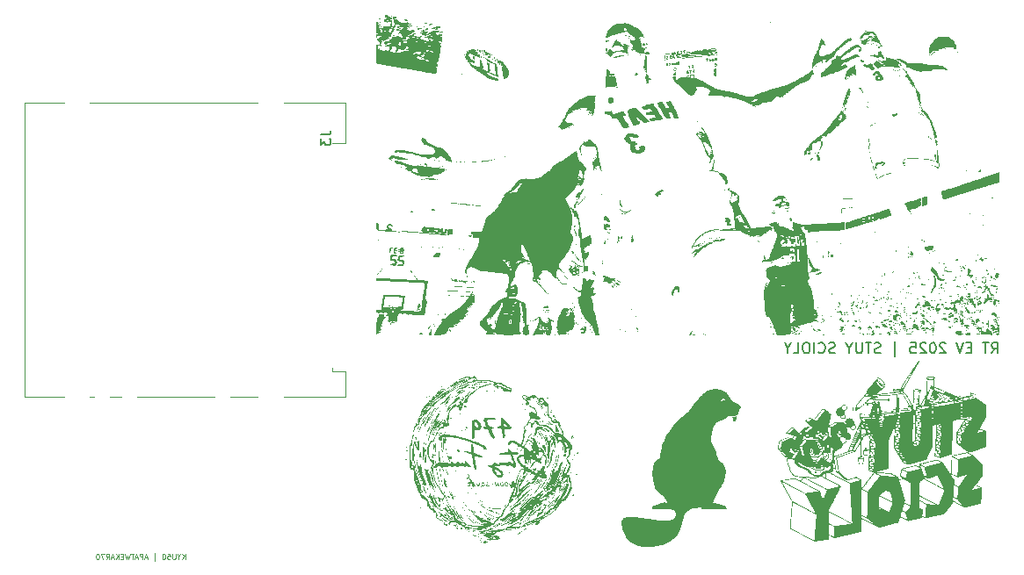
<source format=gbr>
%TF.GenerationSoftware,KiCad,Pcbnew,8.0.8-8.0.8-0~ubuntu22.04.1*%
%TF.CreationDate,2025-03-05T01:13:39-05:00*%
%TF.ProjectId,Electronics V2,456c6563-7472-46f6-9e69-63732056322e,rev?*%
%TF.SameCoordinates,Original*%
%TF.FileFunction,Legend,Bot*%
%TF.FilePolarity,Positive*%
%FSLAX46Y46*%
G04 Gerber Fmt 4.6, Leading zero omitted, Abs format (unit mm)*
G04 Created by KiCad (PCBNEW 8.0.8-8.0.8-0~ubuntu22.04.1) date 2025-03-05 01:13:39*
%MOMM*%
%LPD*%
G01*
G04 APERTURE LIST*
%ADD10C,0.100000*%
%ADD11C,0.200000*%
%ADD12C,0.150000*%
%ADD13C,0.000000*%
%ADD14C,0.120000*%
G04 APERTURE END LIST*
D10*
X114615163Y-129533609D02*
X114615163Y-129033609D01*
X114329449Y-129533609D02*
X114543734Y-129247895D01*
X114329449Y-129033609D02*
X114615163Y-129319323D01*
X114019925Y-129295514D02*
X114019925Y-129533609D01*
X114186591Y-129033609D02*
X114019925Y-129295514D01*
X114019925Y-129295514D02*
X113853258Y-129033609D01*
X113686592Y-129033609D02*
X113686592Y-129438371D01*
X113686592Y-129438371D02*
X113662782Y-129485990D01*
X113662782Y-129485990D02*
X113638973Y-129509800D01*
X113638973Y-129509800D02*
X113591354Y-129533609D01*
X113591354Y-129533609D02*
X113496116Y-129533609D01*
X113496116Y-129533609D02*
X113448497Y-129509800D01*
X113448497Y-129509800D02*
X113424687Y-129485990D01*
X113424687Y-129485990D02*
X113400878Y-129438371D01*
X113400878Y-129438371D02*
X113400878Y-129033609D01*
X112924687Y-129033609D02*
X113162782Y-129033609D01*
X113162782Y-129033609D02*
X113186591Y-129271704D01*
X113186591Y-129271704D02*
X113162782Y-129247895D01*
X113162782Y-129247895D02*
X113115163Y-129224085D01*
X113115163Y-129224085D02*
X112996115Y-129224085D01*
X112996115Y-129224085D02*
X112948496Y-129247895D01*
X112948496Y-129247895D02*
X112924687Y-129271704D01*
X112924687Y-129271704D02*
X112900877Y-129319323D01*
X112900877Y-129319323D02*
X112900877Y-129438371D01*
X112900877Y-129438371D02*
X112924687Y-129485990D01*
X112924687Y-129485990D02*
X112948496Y-129509800D01*
X112948496Y-129509800D02*
X112996115Y-129533609D01*
X112996115Y-129533609D02*
X113115163Y-129533609D01*
X113115163Y-129533609D02*
X113162782Y-129509800D01*
X113162782Y-129509800D02*
X113186591Y-129485990D01*
X112591354Y-129033609D02*
X112543735Y-129033609D01*
X112543735Y-129033609D02*
X112496116Y-129057419D01*
X112496116Y-129057419D02*
X112472306Y-129081228D01*
X112472306Y-129081228D02*
X112448497Y-129128847D01*
X112448497Y-129128847D02*
X112424687Y-129224085D01*
X112424687Y-129224085D02*
X112424687Y-129343133D01*
X112424687Y-129343133D02*
X112448497Y-129438371D01*
X112448497Y-129438371D02*
X112472306Y-129485990D01*
X112472306Y-129485990D02*
X112496116Y-129509800D01*
X112496116Y-129509800D02*
X112543735Y-129533609D01*
X112543735Y-129533609D02*
X112591354Y-129533609D01*
X112591354Y-129533609D02*
X112638973Y-129509800D01*
X112638973Y-129509800D02*
X112662782Y-129485990D01*
X112662782Y-129485990D02*
X112686592Y-129438371D01*
X112686592Y-129438371D02*
X112710401Y-129343133D01*
X112710401Y-129343133D02*
X112710401Y-129224085D01*
X112710401Y-129224085D02*
X112686592Y-129128847D01*
X112686592Y-129128847D02*
X112662782Y-129081228D01*
X112662782Y-129081228D02*
X112638973Y-129057419D01*
X112638973Y-129057419D02*
X112591354Y-129033609D01*
X111710402Y-129700276D02*
X111710402Y-128985990D01*
X110996117Y-129390752D02*
X110758022Y-129390752D01*
X111043736Y-129533609D02*
X110877070Y-129033609D01*
X110877070Y-129033609D02*
X110710403Y-129533609D01*
X110543737Y-129533609D02*
X110543737Y-129033609D01*
X110543737Y-129033609D02*
X110353261Y-129033609D01*
X110353261Y-129033609D02*
X110305642Y-129057419D01*
X110305642Y-129057419D02*
X110281832Y-129081228D01*
X110281832Y-129081228D02*
X110258023Y-129128847D01*
X110258023Y-129128847D02*
X110258023Y-129200276D01*
X110258023Y-129200276D02*
X110281832Y-129247895D01*
X110281832Y-129247895D02*
X110305642Y-129271704D01*
X110305642Y-129271704D02*
X110353261Y-129295514D01*
X110353261Y-129295514D02*
X110543737Y-129295514D01*
X110067546Y-129390752D02*
X109829451Y-129390752D01*
X110115165Y-129533609D02*
X109948499Y-129033609D01*
X109948499Y-129033609D02*
X109781832Y-129533609D01*
X109686594Y-129033609D02*
X109400880Y-129033609D01*
X109543737Y-129533609D02*
X109543737Y-129033609D01*
X109281833Y-129033609D02*
X109162785Y-129533609D01*
X109162785Y-129533609D02*
X109067547Y-129176466D01*
X109067547Y-129176466D02*
X108972309Y-129533609D01*
X108972309Y-129533609D02*
X108853262Y-129033609D01*
X108662785Y-129271704D02*
X108496118Y-129271704D01*
X108424690Y-129533609D02*
X108662785Y-129533609D01*
X108662785Y-129533609D02*
X108662785Y-129033609D01*
X108662785Y-129033609D02*
X108424690Y-129033609D01*
X108210404Y-129533609D02*
X108210404Y-129033609D01*
X107924690Y-129533609D02*
X108138975Y-129247895D01*
X107924690Y-129033609D02*
X108210404Y-129319323D01*
X107734213Y-129390752D02*
X107496118Y-129390752D01*
X107781832Y-129533609D02*
X107615166Y-129033609D01*
X107615166Y-129033609D02*
X107448499Y-129533609D01*
X106996119Y-129533609D02*
X107162785Y-129295514D01*
X107281833Y-129533609D02*
X107281833Y-129033609D01*
X107281833Y-129033609D02*
X107091357Y-129033609D01*
X107091357Y-129033609D02*
X107043738Y-129057419D01*
X107043738Y-129057419D02*
X107019928Y-129081228D01*
X107019928Y-129081228D02*
X106996119Y-129128847D01*
X106996119Y-129128847D02*
X106996119Y-129200276D01*
X106996119Y-129200276D02*
X107019928Y-129247895D01*
X107019928Y-129247895D02*
X107043738Y-129271704D01*
X107043738Y-129271704D02*
X107091357Y-129295514D01*
X107091357Y-129295514D02*
X107281833Y-129295514D01*
X106829452Y-129033609D02*
X106496119Y-129033609D01*
X106496119Y-129033609D02*
X106710404Y-129533609D01*
X106210405Y-129033609D02*
X106162786Y-129033609D01*
X106162786Y-129033609D02*
X106115167Y-129057419D01*
X106115167Y-129057419D02*
X106091357Y-129081228D01*
X106091357Y-129081228D02*
X106067548Y-129128847D01*
X106067548Y-129128847D02*
X106043738Y-129224085D01*
X106043738Y-129224085D02*
X106043738Y-129343133D01*
X106043738Y-129343133D02*
X106067548Y-129438371D01*
X106067548Y-129438371D02*
X106091357Y-129485990D01*
X106091357Y-129485990D02*
X106115167Y-129509800D01*
X106115167Y-129509800D02*
X106162786Y-129533609D01*
X106162786Y-129533609D02*
X106210405Y-129533609D01*
X106210405Y-129533609D02*
X106258024Y-129509800D01*
X106258024Y-129509800D02*
X106281833Y-129485990D01*
X106281833Y-129485990D02*
X106305643Y-129438371D01*
X106305643Y-129438371D02*
X106329452Y-129343133D01*
X106329452Y-129343133D02*
X106329452Y-129224085D01*
X106329452Y-129224085D02*
X106305643Y-129128847D01*
X106305643Y-129128847D02*
X106281833Y-129081228D01*
X106281833Y-129081228D02*
X106258024Y-129057419D01*
X106258024Y-129057419D02*
X106210405Y-129033609D01*
D11*
X192308898Y-109667219D02*
X192642231Y-109191028D01*
X192880326Y-109667219D02*
X192880326Y-108667219D01*
X192880326Y-108667219D02*
X192499374Y-108667219D01*
X192499374Y-108667219D02*
X192404136Y-108714838D01*
X192404136Y-108714838D02*
X192356517Y-108762457D01*
X192356517Y-108762457D02*
X192308898Y-108857695D01*
X192308898Y-108857695D02*
X192308898Y-109000552D01*
X192308898Y-109000552D02*
X192356517Y-109095790D01*
X192356517Y-109095790D02*
X192404136Y-109143409D01*
X192404136Y-109143409D02*
X192499374Y-109191028D01*
X192499374Y-109191028D02*
X192880326Y-109191028D01*
X192023183Y-108667219D02*
X191451755Y-108667219D01*
X191737469Y-109667219D02*
X191737469Y-108667219D01*
X190356516Y-109143409D02*
X190023183Y-109143409D01*
X189880326Y-109667219D02*
X190356516Y-109667219D01*
X190356516Y-109667219D02*
X190356516Y-108667219D01*
X190356516Y-108667219D02*
X189880326Y-108667219D01*
X189594611Y-108667219D02*
X189261278Y-109667219D01*
X189261278Y-109667219D02*
X188927945Y-108667219D01*
X187880325Y-108762457D02*
X187832706Y-108714838D01*
X187832706Y-108714838D02*
X187737468Y-108667219D01*
X187737468Y-108667219D02*
X187499373Y-108667219D01*
X187499373Y-108667219D02*
X187404135Y-108714838D01*
X187404135Y-108714838D02*
X187356516Y-108762457D01*
X187356516Y-108762457D02*
X187308897Y-108857695D01*
X187308897Y-108857695D02*
X187308897Y-108952933D01*
X187308897Y-108952933D02*
X187356516Y-109095790D01*
X187356516Y-109095790D02*
X187927944Y-109667219D01*
X187927944Y-109667219D02*
X187308897Y-109667219D01*
X186689849Y-108667219D02*
X186594611Y-108667219D01*
X186594611Y-108667219D02*
X186499373Y-108714838D01*
X186499373Y-108714838D02*
X186451754Y-108762457D01*
X186451754Y-108762457D02*
X186404135Y-108857695D01*
X186404135Y-108857695D02*
X186356516Y-109048171D01*
X186356516Y-109048171D02*
X186356516Y-109286266D01*
X186356516Y-109286266D02*
X186404135Y-109476742D01*
X186404135Y-109476742D02*
X186451754Y-109571980D01*
X186451754Y-109571980D02*
X186499373Y-109619600D01*
X186499373Y-109619600D02*
X186594611Y-109667219D01*
X186594611Y-109667219D02*
X186689849Y-109667219D01*
X186689849Y-109667219D02*
X186785087Y-109619600D01*
X186785087Y-109619600D02*
X186832706Y-109571980D01*
X186832706Y-109571980D02*
X186880325Y-109476742D01*
X186880325Y-109476742D02*
X186927944Y-109286266D01*
X186927944Y-109286266D02*
X186927944Y-109048171D01*
X186927944Y-109048171D02*
X186880325Y-108857695D01*
X186880325Y-108857695D02*
X186832706Y-108762457D01*
X186832706Y-108762457D02*
X186785087Y-108714838D01*
X186785087Y-108714838D02*
X186689849Y-108667219D01*
X185975563Y-108762457D02*
X185927944Y-108714838D01*
X185927944Y-108714838D02*
X185832706Y-108667219D01*
X185832706Y-108667219D02*
X185594611Y-108667219D01*
X185594611Y-108667219D02*
X185499373Y-108714838D01*
X185499373Y-108714838D02*
X185451754Y-108762457D01*
X185451754Y-108762457D02*
X185404135Y-108857695D01*
X185404135Y-108857695D02*
X185404135Y-108952933D01*
X185404135Y-108952933D02*
X185451754Y-109095790D01*
X185451754Y-109095790D02*
X186023182Y-109667219D01*
X186023182Y-109667219D02*
X185404135Y-109667219D01*
X184499373Y-108667219D02*
X184975563Y-108667219D01*
X184975563Y-108667219D02*
X185023182Y-109143409D01*
X185023182Y-109143409D02*
X184975563Y-109095790D01*
X184975563Y-109095790D02*
X184880325Y-109048171D01*
X184880325Y-109048171D02*
X184642230Y-109048171D01*
X184642230Y-109048171D02*
X184546992Y-109095790D01*
X184546992Y-109095790D02*
X184499373Y-109143409D01*
X184499373Y-109143409D02*
X184451754Y-109238647D01*
X184451754Y-109238647D02*
X184451754Y-109476742D01*
X184451754Y-109476742D02*
X184499373Y-109571980D01*
X184499373Y-109571980D02*
X184546992Y-109619600D01*
X184546992Y-109619600D02*
X184642230Y-109667219D01*
X184642230Y-109667219D02*
X184880325Y-109667219D01*
X184880325Y-109667219D02*
X184975563Y-109619600D01*
X184975563Y-109619600D02*
X185023182Y-109571980D01*
X183023182Y-110000552D02*
X183023182Y-108571980D01*
X181594610Y-109619600D02*
X181451753Y-109667219D01*
X181451753Y-109667219D02*
X181213658Y-109667219D01*
X181213658Y-109667219D02*
X181118420Y-109619600D01*
X181118420Y-109619600D02*
X181070801Y-109571980D01*
X181070801Y-109571980D02*
X181023182Y-109476742D01*
X181023182Y-109476742D02*
X181023182Y-109381504D01*
X181023182Y-109381504D02*
X181070801Y-109286266D01*
X181070801Y-109286266D02*
X181118420Y-109238647D01*
X181118420Y-109238647D02*
X181213658Y-109191028D01*
X181213658Y-109191028D02*
X181404134Y-109143409D01*
X181404134Y-109143409D02*
X181499372Y-109095790D01*
X181499372Y-109095790D02*
X181546991Y-109048171D01*
X181546991Y-109048171D02*
X181594610Y-108952933D01*
X181594610Y-108952933D02*
X181594610Y-108857695D01*
X181594610Y-108857695D02*
X181546991Y-108762457D01*
X181546991Y-108762457D02*
X181499372Y-108714838D01*
X181499372Y-108714838D02*
X181404134Y-108667219D01*
X181404134Y-108667219D02*
X181166039Y-108667219D01*
X181166039Y-108667219D02*
X181023182Y-108714838D01*
X180737467Y-108667219D02*
X180166039Y-108667219D01*
X180451753Y-109667219D02*
X180451753Y-108667219D01*
X179832705Y-108667219D02*
X179832705Y-109476742D01*
X179832705Y-109476742D02*
X179785086Y-109571980D01*
X179785086Y-109571980D02*
X179737467Y-109619600D01*
X179737467Y-109619600D02*
X179642229Y-109667219D01*
X179642229Y-109667219D02*
X179451753Y-109667219D01*
X179451753Y-109667219D02*
X179356515Y-109619600D01*
X179356515Y-109619600D02*
X179308896Y-109571980D01*
X179308896Y-109571980D02*
X179261277Y-109476742D01*
X179261277Y-109476742D02*
X179261277Y-108667219D01*
X178594610Y-109191028D02*
X178594610Y-109667219D01*
X178927943Y-108667219D02*
X178594610Y-109191028D01*
X178594610Y-109191028D02*
X178261277Y-108667219D01*
X177213657Y-109619600D02*
X177070800Y-109667219D01*
X177070800Y-109667219D02*
X176832705Y-109667219D01*
X176832705Y-109667219D02*
X176737467Y-109619600D01*
X176737467Y-109619600D02*
X176689848Y-109571980D01*
X176689848Y-109571980D02*
X176642229Y-109476742D01*
X176642229Y-109476742D02*
X176642229Y-109381504D01*
X176642229Y-109381504D02*
X176689848Y-109286266D01*
X176689848Y-109286266D02*
X176737467Y-109238647D01*
X176737467Y-109238647D02*
X176832705Y-109191028D01*
X176832705Y-109191028D02*
X177023181Y-109143409D01*
X177023181Y-109143409D02*
X177118419Y-109095790D01*
X177118419Y-109095790D02*
X177166038Y-109048171D01*
X177166038Y-109048171D02*
X177213657Y-108952933D01*
X177213657Y-108952933D02*
X177213657Y-108857695D01*
X177213657Y-108857695D02*
X177166038Y-108762457D01*
X177166038Y-108762457D02*
X177118419Y-108714838D01*
X177118419Y-108714838D02*
X177023181Y-108667219D01*
X177023181Y-108667219D02*
X176785086Y-108667219D01*
X176785086Y-108667219D02*
X176642229Y-108714838D01*
X175642229Y-109571980D02*
X175689848Y-109619600D01*
X175689848Y-109619600D02*
X175832705Y-109667219D01*
X175832705Y-109667219D02*
X175927943Y-109667219D01*
X175927943Y-109667219D02*
X176070800Y-109619600D01*
X176070800Y-109619600D02*
X176166038Y-109524361D01*
X176166038Y-109524361D02*
X176213657Y-109429123D01*
X176213657Y-109429123D02*
X176261276Y-109238647D01*
X176261276Y-109238647D02*
X176261276Y-109095790D01*
X176261276Y-109095790D02*
X176213657Y-108905314D01*
X176213657Y-108905314D02*
X176166038Y-108810076D01*
X176166038Y-108810076D02*
X176070800Y-108714838D01*
X176070800Y-108714838D02*
X175927943Y-108667219D01*
X175927943Y-108667219D02*
X175832705Y-108667219D01*
X175832705Y-108667219D02*
X175689848Y-108714838D01*
X175689848Y-108714838D02*
X175642229Y-108762457D01*
X175213657Y-109667219D02*
X175213657Y-108667219D01*
X174546991Y-108667219D02*
X174356515Y-108667219D01*
X174356515Y-108667219D02*
X174261277Y-108714838D01*
X174261277Y-108714838D02*
X174166039Y-108810076D01*
X174166039Y-108810076D02*
X174118420Y-109000552D01*
X174118420Y-109000552D02*
X174118420Y-109333885D01*
X174118420Y-109333885D02*
X174166039Y-109524361D01*
X174166039Y-109524361D02*
X174261277Y-109619600D01*
X174261277Y-109619600D02*
X174356515Y-109667219D01*
X174356515Y-109667219D02*
X174546991Y-109667219D01*
X174546991Y-109667219D02*
X174642229Y-109619600D01*
X174642229Y-109619600D02*
X174737467Y-109524361D01*
X174737467Y-109524361D02*
X174785086Y-109333885D01*
X174785086Y-109333885D02*
X174785086Y-109000552D01*
X174785086Y-109000552D02*
X174737467Y-108810076D01*
X174737467Y-108810076D02*
X174642229Y-108714838D01*
X174642229Y-108714838D02*
X174546991Y-108667219D01*
X173213658Y-109667219D02*
X173689848Y-109667219D01*
X173689848Y-109667219D02*
X173689848Y-108667219D01*
X172689848Y-109191028D02*
X172689848Y-109667219D01*
X173023181Y-108667219D02*
X172689848Y-109191028D01*
X172689848Y-109191028D02*
X172356515Y-108667219D01*
D12*
X127654819Y-88606666D02*
X128369104Y-88606666D01*
X128369104Y-88606666D02*
X128511961Y-88559047D01*
X128511961Y-88559047D02*
X128607200Y-88463809D01*
X128607200Y-88463809D02*
X128654819Y-88320952D01*
X128654819Y-88320952D02*
X128654819Y-88225714D01*
X127654819Y-88987619D02*
X127654819Y-89606666D01*
X127654819Y-89606666D02*
X128035771Y-89273333D01*
X128035771Y-89273333D02*
X128035771Y-89416190D01*
X128035771Y-89416190D02*
X128083390Y-89511428D01*
X128083390Y-89511428D02*
X128131009Y-89559047D01*
X128131009Y-89559047D02*
X128226247Y-89606666D01*
X128226247Y-89606666D02*
X128464342Y-89606666D01*
X128464342Y-89606666D02*
X128559580Y-89559047D01*
X128559580Y-89559047D02*
X128607200Y-89511428D01*
X128607200Y-89511428D02*
X128654819Y-89416190D01*
X128654819Y-89416190D02*
X128654819Y-89130476D01*
X128654819Y-89130476D02*
X128607200Y-89035238D01*
X128607200Y-89035238D02*
X128559580Y-88987619D01*
D13*
%TO.C,G\u002A\u002A\u002A*%
G36*
X167325823Y-114245182D02*
G01*
X167381935Y-114289019D01*
X167443569Y-114328835D01*
X167512352Y-114366393D01*
X167515675Y-114368083D01*
X167583718Y-114403617D01*
X167655417Y-114442652D01*
X167728527Y-114483842D01*
X167800802Y-114525844D01*
X167869997Y-114567311D01*
X167933865Y-114606899D01*
X167990160Y-114643264D01*
X168036637Y-114675060D01*
X168071050Y-114700943D01*
X168076696Y-114705692D01*
X168111205Y-114745096D01*
X168130892Y-114789936D01*
X168135775Y-114839626D01*
X168125871Y-114893582D01*
X168101197Y-114951217D01*
X168061772Y-115011947D01*
X168038242Y-115045695D01*
X168018077Y-115083693D01*
X168004279Y-115124265D01*
X167994762Y-115158135D01*
X167977918Y-115213400D01*
X167958166Y-115274407D01*
X167936951Y-115336917D01*
X167915723Y-115396691D01*
X167895928Y-115449491D01*
X167879013Y-115491079D01*
X167868622Y-115514812D01*
X167849665Y-115555457D01*
X167832720Y-115585536D01*
X167815214Y-115608035D01*
X167794578Y-115625940D01*
X167768238Y-115642235D01*
X167733626Y-115659907D01*
X167731333Y-115661025D01*
X167632283Y-115703910D01*
X167535044Y-115735726D01*
X167441285Y-115756204D01*
X167352675Y-115765073D01*
X167270883Y-115762061D01*
X167197578Y-115746899D01*
X167167026Y-115736618D01*
X167104920Y-115710140D01*
X167053976Y-115680107D01*
X167016623Y-115647848D01*
X166988395Y-115616603D01*
X166971630Y-115655062D01*
X166962636Y-115674289D01*
X166926151Y-115736536D01*
X166879851Y-115798117D01*
X166827508Y-115853827D01*
X166799853Y-115878783D01*
X166760708Y-115910512D01*
X166717101Y-115941737D01*
X166667695Y-115973184D01*
X166611156Y-116005574D01*
X166546146Y-116039630D01*
X166471330Y-116076075D01*
X166385371Y-116115632D01*
X166286932Y-116159024D01*
X166174678Y-116206974D01*
X166145531Y-116219301D01*
X166085708Y-116244776D01*
X166029527Y-116268922D01*
X165979219Y-116290769D01*
X165937016Y-116309343D01*
X165905153Y-116323673D01*
X165885860Y-116332784D01*
X165825663Y-116367357D01*
X165745150Y-116427636D01*
X165672054Y-116499182D01*
X165609401Y-116579298D01*
X165594726Y-116602451D01*
X165568130Y-116649696D01*
X165539904Y-116705126D01*
X165512146Y-116764375D01*
X165486953Y-116823080D01*
X165466423Y-116876875D01*
X165459558Y-116898295D01*
X165446968Y-116944623D01*
X165432882Y-117003615D01*
X165417678Y-117073271D01*
X165401738Y-117151586D01*
X165385442Y-117236559D01*
X165369168Y-117326186D01*
X165353298Y-117418465D01*
X165338212Y-117511393D01*
X165324288Y-117602966D01*
X165311909Y-117691183D01*
X165308913Y-117714982D01*
X165302519Y-117776665D01*
X165297263Y-117842928D01*
X165293246Y-117910840D01*
X165290570Y-117977471D01*
X165289334Y-118039889D01*
X165289641Y-118095162D01*
X165291592Y-118140358D01*
X165295288Y-118172548D01*
X165300758Y-118193078D01*
X165314146Y-118229585D01*
X165335035Y-118278869D01*
X165363585Y-118341309D01*
X165399961Y-118417286D01*
X165432091Y-118483766D01*
X165527469Y-118687699D01*
X165613550Y-118882803D01*
X165691292Y-119071555D01*
X165761648Y-119256432D01*
X165825574Y-119439913D01*
X165884025Y-119624475D01*
X165937958Y-119812595D01*
X165938897Y-119816039D01*
X165951445Y-119861730D01*
X165962529Y-119901518D01*
X165971468Y-119933006D01*
X165977582Y-119953798D01*
X165980192Y-119961496D01*
X166027015Y-119988462D01*
X166128500Y-120054016D01*
X166221120Y-120125118D01*
X166309917Y-120205502D01*
X166375151Y-120272740D01*
X166458840Y-120373584D01*
X166528677Y-120478151D01*
X166585968Y-120588471D01*
X166632020Y-120706577D01*
X166646436Y-120751547D01*
X166664839Y-120817504D01*
X166678376Y-120880747D01*
X166687823Y-120945942D01*
X166693954Y-121017754D01*
X166697545Y-121100848D01*
X166698340Y-121148499D01*
X166694461Y-121277473D01*
X166681311Y-121405439D01*
X166658408Y-121534799D01*
X166625271Y-121667956D01*
X166581420Y-121807312D01*
X166526372Y-121955270D01*
X166513827Y-121986445D01*
X166473263Y-122081965D01*
X166429400Y-122177174D01*
X166381111Y-122274207D01*
X166327270Y-122375199D01*
X166266751Y-122482286D01*
X166198425Y-122597603D01*
X166121168Y-122723286D01*
X166087347Y-122777726D01*
X166019805Y-122888277D01*
X165959821Y-122989522D01*
X165906094Y-123083971D01*
X165857328Y-123174135D01*
X165812222Y-123262524D01*
X165769477Y-123351648D01*
X165727796Y-123444017D01*
X165685878Y-123542143D01*
X165642425Y-123648535D01*
X165635773Y-123665172D01*
X165608455Y-123734461D01*
X165581925Y-123803204D01*
X165556830Y-123869608D01*
X165533819Y-123931879D01*
X165513540Y-123988224D01*
X165496639Y-124036849D01*
X165483765Y-124075961D01*
X165475566Y-124103766D01*
X165472688Y-124118471D01*
X165474463Y-124122573D01*
X165484577Y-124126647D01*
X165505811Y-124128803D01*
X165540606Y-124129433D01*
X165573850Y-124130252D01*
X165642323Y-124135532D01*
X165717250Y-124145058D01*
X165793078Y-124158070D01*
X165864254Y-124173805D01*
X165865255Y-124174059D01*
X165889315Y-124180879D01*
X165926584Y-124192299D01*
X165975219Y-124207718D01*
X166033374Y-124226534D01*
X166099206Y-124248146D01*
X166170870Y-124271953D01*
X166246522Y-124297355D01*
X166324316Y-124323749D01*
X166706613Y-124454144D01*
X166743612Y-124570579D01*
X166750359Y-124591919D01*
X166762310Y-124630301D01*
X166771881Y-124661816D01*
X166778226Y-124683659D01*
X166780503Y-124693031D01*
X166780438Y-124693094D01*
X166771158Y-124693787D01*
X166746797Y-124694457D01*
X166708242Y-124695099D01*
X166656379Y-124695709D01*
X166592092Y-124696282D01*
X166516269Y-124696815D01*
X166429794Y-124697301D01*
X166333555Y-124697737D01*
X166228435Y-124698119D01*
X166115323Y-124698441D01*
X165995102Y-124698700D01*
X165868660Y-124698890D01*
X165736882Y-124699008D01*
X165600654Y-124699048D01*
X165545152Y-124699046D01*
X165387897Y-124699022D01*
X165245679Y-124698962D01*
X165117741Y-124698858D01*
X165003326Y-124698703D01*
X164901676Y-124698488D01*
X164812035Y-124698207D01*
X164733644Y-124697852D01*
X164665747Y-124697415D01*
X164607585Y-124696888D01*
X164558403Y-124696263D01*
X164517442Y-124695533D01*
X164483945Y-124694691D01*
X164457155Y-124693728D01*
X164436314Y-124692637D01*
X164420665Y-124691410D01*
X164409451Y-124690039D01*
X164401915Y-124688517D01*
X164397299Y-124686837D01*
X164384387Y-124677167D01*
X164370167Y-124659412D01*
X164353485Y-124631417D01*
X164332740Y-124590796D01*
X164291795Y-124506967D01*
X164260633Y-124522865D01*
X164241792Y-124531292D01*
X164210234Y-124542007D01*
X164169687Y-124552565D01*
X164118749Y-124563254D01*
X164056021Y-124574362D01*
X163980100Y-124586177D01*
X163889586Y-124598985D01*
X163791533Y-124612822D01*
X163692797Y-124628056D01*
X163606305Y-124643101D01*
X163530044Y-124658397D01*
X163462004Y-124674384D01*
X163400175Y-124691503D01*
X163342546Y-124710193D01*
X163287105Y-124730895D01*
X163273121Y-124736550D01*
X163159016Y-124790658D01*
X163054073Y-124854919D01*
X162959518Y-124928281D01*
X162876573Y-125009691D01*
X162806462Y-125098097D01*
X162750410Y-125192447D01*
X162747072Y-125199141D01*
X162732060Y-125230396D01*
X162718075Y-125261926D01*
X162704647Y-125295266D01*
X162691305Y-125331948D01*
X162677579Y-125373509D01*
X162663000Y-125421482D01*
X162647097Y-125477401D01*
X162629400Y-125542803D01*
X162609439Y-125619220D01*
X162586744Y-125708187D01*
X162560845Y-125811239D01*
X162551939Y-125846737D01*
X162518825Y-125976329D01*
X162488164Y-126092153D01*
X162459497Y-126195791D01*
X162432367Y-126288828D01*
X162406315Y-126372846D01*
X162380882Y-126449430D01*
X162355609Y-126520162D01*
X162298752Y-126664629D01*
X162220791Y-126837178D01*
X162136204Y-126997067D01*
X162044075Y-127145750D01*
X161943487Y-127284680D01*
X161833525Y-127415312D01*
X161713272Y-127539098D01*
X161645523Y-127601706D01*
X161500801Y-127720334D01*
X161345157Y-127828755D01*
X161178387Y-127927040D01*
X161000290Y-128015263D01*
X160810665Y-128093495D01*
X160609311Y-128161807D01*
X160396024Y-128220272D01*
X160170605Y-128268961D01*
X159932850Y-128307947D01*
X159682559Y-128337301D01*
X159419530Y-128357096D01*
X159377277Y-128359029D01*
X159304612Y-128360949D01*
X159224223Y-128361724D01*
X159139501Y-128361414D01*
X159053841Y-128360078D01*
X158970636Y-128357777D01*
X158893280Y-128354570D01*
X158825166Y-128350516D01*
X158769688Y-128345675D01*
X158654938Y-128331287D01*
X158455969Y-128296353D01*
X158267837Y-128249831D01*
X158090237Y-128191586D01*
X157922861Y-128121483D01*
X157765404Y-128039387D01*
X157617557Y-127945163D01*
X157479015Y-127838675D01*
X157349472Y-127719789D01*
X157301667Y-127670926D01*
X157245945Y-127610060D01*
X157195400Y-127549309D01*
X157146027Y-127483797D01*
X157093818Y-127408648D01*
X157063039Y-127361656D01*
X156969038Y-127199364D01*
X156886801Y-127026247D01*
X156816367Y-126842416D01*
X156757773Y-126647977D01*
X156711058Y-126443040D01*
X156676261Y-126227713D01*
X156674993Y-126217631D01*
X156668937Y-126154175D01*
X156665346Y-126086968D01*
X156664226Y-126019930D01*
X156665582Y-125956982D01*
X156669420Y-125902044D01*
X156675745Y-125859037D01*
X156698644Y-125782544D01*
X156734919Y-125712240D01*
X156784697Y-125649709D01*
X156797630Y-125636850D01*
X156850654Y-125594186D01*
X156913701Y-125557650D01*
X156987276Y-125527178D01*
X157071885Y-125502708D01*
X157168033Y-125484173D01*
X157276226Y-125471512D01*
X157396969Y-125464659D01*
X157530767Y-125463551D01*
X157678127Y-125468125D01*
X157839552Y-125478315D01*
X158015550Y-125494058D01*
X158033222Y-125495852D01*
X158076964Y-125500416D01*
X158120273Y-125505149D01*
X158164402Y-125510222D01*
X158210606Y-125515807D01*
X158260137Y-125522077D01*
X158314249Y-125529204D01*
X158374197Y-125537359D01*
X158441233Y-125546715D01*
X158516612Y-125557443D01*
X158601586Y-125569715D01*
X158697411Y-125583704D01*
X158805338Y-125599581D01*
X158926623Y-125617519D01*
X159062518Y-125637689D01*
X159128419Y-125647472D01*
X159300681Y-125672915D01*
X159458456Y-125695991D01*
X159602742Y-125716808D01*
X159734538Y-125735480D01*
X159854842Y-125752115D01*
X159964655Y-125766825D01*
X160064973Y-125779721D01*
X160156796Y-125790914D01*
X160241123Y-125800515D01*
X160318953Y-125808633D01*
X160391283Y-125815381D01*
X160459114Y-125820868D01*
X160523442Y-125825207D01*
X160585269Y-125828506D01*
X160645591Y-125830879D01*
X160705408Y-125832434D01*
X160765718Y-125833284D01*
X160827521Y-125833538D01*
X160861943Y-125833462D01*
X160954422Y-125832300D01*
X161034791Y-125829511D01*
X161105957Y-125824809D01*
X161170827Y-125817904D01*
X161232308Y-125808508D01*
X161293308Y-125796334D01*
X161356733Y-125781094D01*
X161429726Y-125759302D01*
X161533221Y-125716927D01*
X161627499Y-125663937D01*
X161711264Y-125601215D01*
X161783222Y-125529644D01*
X161842077Y-125450106D01*
X161852428Y-125432962D01*
X161891757Y-125352931D01*
X161915373Y-125274670D01*
X161923307Y-125198559D01*
X161915589Y-125124977D01*
X161892252Y-125054305D01*
X161853327Y-124986921D01*
X161798844Y-124923207D01*
X161779867Y-124904816D01*
X161751590Y-124880022D01*
X161723044Y-124859394D01*
X161689354Y-124839555D01*
X161645643Y-124817130D01*
X161569604Y-124782819D01*
X161492997Y-124755322D01*
X161410906Y-124733157D01*
X161318117Y-124714691D01*
X161313512Y-124713908D01*
X161297962Y-124711427D01*
X161281927Y-124709237D01*
X161264370Y-124707322D01*
X161244252Y-124705661D01*
X161220538Y-124704238D01*
X161192189Y-124703034D01*
X161158169Y-124702032D01*
X161117439Y-124701211D01*
X161068963Y-124700556D01*
X161011703Y-124700047D01*
X160944621Y-124699666D01*
X160866681Y-124699395D01*
X160776845Y-124699216D01*
X160674075Y-124699110D01*
X160557335Y-124699061D01*
X160425587Y-124699048D01*
X159624110Y-124699048D01*
X159624110Y-124599745D01*
X159624110Y-124500443D01*
X159814650Y-124411830D01*
X159852360Y-124394340D01*
X159972432Y-124339399D01*
X160080236Y-124291390D01*
X160177194Y-124249762D01*
X160264729Y-124213965D01*
X160344261Y-124183445D01*
X160417214Y-124157653D01*
X160485009Y-124136036D01*
X160549068Y-124118043D01*
X160610814Y-124103123D01*
X160650882Y-124095367D01*
X160694325Y-124089895D01*
X160743471Y-124086876D01*
X160803453Y-124085849D01*
X160808103Y-124085836D01*
X160851833Y-124085793D01*
X160884602Y-124086580D01*
X160910699Y-124089103D01*
X160934411Y-124094274D01*
X160960024Y-124103000D01*
X160991827Y-124116191D01*
X161034107Y-124134756D01*
X161041780Y-124133338D01*
X161045077Y-124119758D01*
X161043523Y-124095976D01*
X161037683Y-124064457D01*
X161028121Y-124027669D01*
X161015403Y-123988079D01*
X161000091Y-123948152D01*
X160982752Y-123910355D01*
X160925922Y-123808712D01*
X160853828Y-123699044D01*
X160770423Y-123587525D01*
X160677569Y-123476175D01*
X160577126Y-123367013D01*
X160470956Y-123262056D01*
X160360920Y-123163325D01*
X160248878Y-123072837D01*
X160136693Y-122992611D01*
X160095183Y-122960225D01*
X160043929Y-122903536D01*
X160038450Y-122896068D01*
X159967413Y-122787110D01*
X159903608Y-122665280D01*
X159846962Y-122530335D01*
X159797403Y-122382033D01*
X159754858Y-122220131D01*
X159719254Y-122044388D01*
X159690519Y-121854560D01*
X159668580Y-121650406D01*
X159667425Y-121637063D01*
X159654001Y-121430620D01*
X159649807Y-121234793D01*
X159654780Y-121049875D01*
X159668859Y-120876157D01*
X159691982Y-120713933D01*
X159724089Y-120563493D01*
X159765116Y-120425130D01*
X159815003Y-120299137D01*
X159873688Y-120185805D01*
X159941109Y-120085427D01*
X160017204Y-119998295D01*
X160056294Y-119961385D01*
X160130864Y-119903182D01*
X160209133Y-119858214D01*
X160294009Y-119824654D01*
X160350168Y-119806724D01*
X160356122Y-119751796D01*
X160356597Y-119747458D01*
X160362560Y-119697959D01*
X160370721Y-119636351D01*
X160380576Y-119565985D01*
X160391621Y-119490208D01*
X160403353Y-119412371D01*
X160415266Y-119335822D01*
X160426858Y-119263910D01*
X160437625Y-119199985D01*
X160447062Y-119147395D01*
X160451464Y-119124226D01*
X160509450Y-118858084D01*
X160580008Y-118598437D01*
X160663456Y-118344711D01*
X160760107Y-118096330D01*
X160870278Y-117852718D01*
X160994284Y-117613302D01*
X161132442Y-117377506D01*
X161285065Y-117144755D01*
X161452471Y-116914473D01*
X161634975Y-116686085D01*
X161832892Y-116459017D01*
X162046538Y-116232693D01*
X162092046Y-116186575D01*
X162208335Y-116071702D01*
X162326981Y-115958912D01*
X162450266Y-115846139D01*
X162580472Y-115731320D01*
X162719882Y-115612391D01*
X162870778Y-115487287D01*
X162937027Y-115432523D01*
X162999061Y-115379727D01*
X163054234Y-115330563D01*
X163104265Y-115283125D01*
X163150874Y-115235503D01*
X163195779Y-115185792D01*
X163240701Y-115132081D01*
X163287359Y-115072465D01*
X163337471Y-115005034D01*
X163392758Y-114927881D01*
X163454938Y-114839098D01*
X163487359Y-114792598D01*
X163560615Y-114688763D01*
X163628177Y-114595023D01*
X163691962Y-114508850D01*
X163753887Y-114427715D01*
X163815870Y-114349089D01*
X163818626Y-114345700D01*
X166222815Y-114345700D01*
X166275853Y-114349711D01*
X166328891Y-114353723D01*
X166338373Y-114318227D01*
X166341159Y-114309452D01*
X166358961Y-114275985D01*
X166385102Y-114245277D01*
X166415408Y-114221571D01*
X166445705Y-114209112D01*
X166480784Y-114206440D01*
X166523941Y-114216110D01*
X166562388Y-114241100D01*
X166592129Y-114267969D01*
X166637865Y-114234630D01*
X166639485Y-114233446D01*
X166661811Y-114216418D01*
X166677720Y-114203002D01*
X166683862Y-114196010D01*
X166680335Y-114187977D01*
X166666690Y-114171918D01*
X166645973Y-114152129D01*
X166621614Y-114131635D01*
X166597043Y-114113459D01*
X166575689Y-114100626D01*
X166567549Y-114096764D01*
X166541216Y-114087127D01*
X166512851Y-114082460D01*
X166475531Y-114081439D01*
X166456337Y-114082153D01*
X166400374Y-114092407D01*
X166350949Y-114115885D01*
X166304742Y-114153998D01*
X166295493Y-114164074D01*
X166270468Y-114198753D01*
X166248535Y-114238961D01*
X166232483Y-114279108D01*
X166225098Y-114313609D01*
X166222815Y-114345700D01*
X163818626Y-114345700D01*
X163879826Y-114270446D01*
X163947674Y-114189256D01*
X164006932Y-114120296D01*
X164070596Y-114048242D01*
X164137148Y-113974680D01*
X164205115Y-113901137D01*
X164273025Y-113829143D01*
X164339404Y-113760226D01*
X164402781Y-113695915D01*
X164461684Y-113637739D01*
X164514640Y-113587226D01*
X164560176Y-113545904D01*
X164596820Y-113515304D01*
X164611008Y-113504335D01*
X164750947Y-113406311D01*
X164894857Y-113323782D01*
X165043176Y-113256598D01*
X165196343Y-113204606D01*
X165354795Y-113167656D01*
X165518968Y-113145597D01*
X165689303Y-113138277D01*
X165690538Y-113138278D01*
X165863549Y-113145832D01*
X166031063Y-113168373D01*
X166193645Y-113206032D01*
X166351859Y-113258938D01*
X166506268Y-113327222D01*
X166570132Y-113359900D01*
X166634394Y-113395550D01*
X166689308Y-113429923D01*
X166738031Y-113465162D01*
X166783719Y-113503411D01*
X166829528Y-113546814D01*
X166850201Y-113567724D01*
X166878834Y-113598421D01*
X166904616Y-113628986D01*
X166929218Y-113661834D01*
X166954309Y-113699379D01*
X166981560Y-113744034D01*
X167012642Y-113798215D01*
X167049225Y-113864335D01*
X167071232Y-113904038D01*
X167124106Y-113994401D01*
X167174376Y-114071936D01*
X167223669Y-114138403D01*
X167273610Y-114195564D01*
X167274079Y-114196010D01*
X167325823Y-114245182D01*
G37*
G36*
X167756089Y-115725759D02*
G01*
X167754172Y-115740348D01*
X167749923Y-115767363D01*
X167743754Y-115804499D01*
X167736074Y-115849453D01*
X167727293Y-115899922D01*
X167717823Y-115953602D01*
X167708072Y-116008189D01*
X167698453Y-116061381D01*
X167689374Y-116110873D01*
X167681247Y-116154362D01*
X167674481Y-116189544D01*
X167669487Y-116214116D01*
X167666676Y-116225775D01*
X167663590Y-116230028D01*
X167650360Y-116233523D01*
X167624754Y-116231947D01*
X167605592Y-116229825D01*
X167572394Y-116226475D01*
X167532353Y-116222657D01*
X167490408Y-116218852D01*
X167453701Y-116215492D01*
X167416248Y-116211807D01*
X167386144Y-116208573D01*
X167367709Y-116206234D01*
X167341284Y-116202106D01*
X167360780Y-116178936D01*
X167380925Y-116144269D01*
X167392751Y-116097294D01*
X167395149Y-116041451D01*
X167388202Y-115978784D01*
X167371996Y-115911334D01*
X167346618Y-115841146D01*
X167345894Y-115834666D01*
X167352509Y-115829888D01*
X167369524Y-115826432D01*
X167399758Y-115823355D01*
X167409031Y-115822477D01*
X167472627Y-115812659D01*
X167543231Y-115796339D01*
X167615031Y-115775022D01*
X167682217Y-115750212D01*
X167700715Y-115742699D01*
X167728311Y-115732117D01*
X167747889Y-115725436D01*
X167756079Y-115723858D01*
X167756089Y-115725759D01*
G37*
G36*
X171764528Y-118512100D02*
G01*
X171761476Y-118515152D01*
X171758424Y-118512100D01*
X171761476Y-118509048D01*
X171764528Y-118512100D01*
G37*
G36*
X171764528Y-118951610D02*
G01*
X171761476Y-118954662D01*
X171758424Y-118951610D01*
X171761476Y-118948558D01*
X171764528Y-118951610D01*
G37*
G36*
X171782841Y-118756272D02*
G01*
X171779789Y-118759324D01*
X171776737Y-118756272D01*
X171779789Y-118753220D01*
X171782841Y-118756272D01*
G37*
G36*
X171801154Y-118982131D02*
G01*
X171798102Y-118985184D01*
X171795050Y-118982131D01*
X171798102Y-118979079D01*
X171801154Y-118982131D01*
G37*
G36*
X171819467Y-118615873D02*
G01*
X171816415Y-118618925D01*
X171813362Y-118615873D01*
X171816415Y-118612821D01*
X171819467Y-118615873D01*
G37*
G36*
X171831675Y-118591456D02*
G01*
X171828623Y-118594508D01*
X171825571Y-118591456D01*
X171828623Y-118588404D01*
X171831675Y-118591456D01*
G37*
G36*
X171837780Y-118908880D02*
G01*
X171834728Y-118911932D01*
X171831675Y-118908880D01*
X171834728Y-118905828D01*
X171837780Y-118908880D01*
G37*
G36*
X171886614Y-118847837D02*
G01*
X171883562Y-118850889D01*
X171880510Y-118847837D01*
X171883562Y-118844785D01*
X171886614Y-118847837D01*
G37*
G36*
X171892718Y-118090903D02*
G01*
X171889666Y-118093955D01*
X171886614Y-118090903D01*
X171889666Y-118087851D01*
X171892718Y-118090903D01*
G37*
G36*
X171923240Y-118090903D02*
G01*
X171920188Y-118093955D01*
X171917136Y-118090903D01*
X171920188Y-118087851D01*
X171923240Y-118090903D01*
G37*
G36*
X171929344Y-119018757D02*
G01*
X171926292Y-119021809D01*
X171923240Y-119018757D01*
X171926292Y-119015705D01*
X171929344Y-119018757D01*
G37*
G36*
X171935449Y-118084799D02*
G01*
X171932396Y-118087851D01*
X171929344Y-118084799D01*
X171932396Y-118081747D01*
X171935449Y-118084799D01*
G37*
G36*
X171941553Y-119195782D02*
G01*
X171938501Y-119198834D01*
X171935449Y-119195782D01*
X171938501Y-119192730D01*
X171941553Y-119195782D01*
G37*
G36*
X171959866Y-119195782D02*
G01*
X171956814Y-119198834D01*
X171953761Y-119195782D01*
X171956814Y-119192730D01*
X171959866Y-119195782D01*
G37*
G36*
X171978179Y-119055383D02*
G01*
X171975126Y-119058435D01*
X171972074Y-119055383D01*
X171975126Y-119052331D01*
X171978179Y-119055383D01*
G37*
G36*
X171984283Y-118145842D02*
G01*
X171981231Y-118148894D01*
X171978179Y-118145842D01*
X171981231Y-118142790D01*
X171984283Y-118145842D01*
G37*
G36*
X171990387Y-119000444D02*
G01*
X171987335Y-119003496D01*
X171984283Y-119000444D01*
X171987335Y-118997392D01*
X171990387Y-119000444D01*
G37*
G36*
X171996492Y-119244616D02*
G01*
X171993439Y-119247669D01*
X171990387Y-119244616D01*
X171993439Y-119241564D01*
X171996492Y-119244616D01*
G37*
G36*
X172008700Y-122064804D02*
G01*
X172005648Y-122067856D01*
X172002596Y-122064804D01*
X172005648Y-122061752D01*
X172008700Y-122064804D01*
G37*
G36*
X172039222Y-119293451D02*
G01*
X172036170Y-119296503D01*
X172033117Y-119293451D01*
X172036170Y-119290399D01*
X172039222Y-119293451D01*
G37*
G36*
X172039222Y-121899988D02*
G01*
X172036170Y-121903040D01*
X172033117Y-121899988D01*
X172036170Y-121896936D01*
X172039222Y-121899988D01*
G37*
G36*
X172045326Y-119030966D02*
G01*
X172042274Y-119034018D01*
X172039222Y-119030966D01*
X172042274Y-119027914D01*
X172045326Y-119030966D01*
G37*
G36*
X172045326Y-119281242D02*
G01*
X172042274Y-119284294D01*
X172039222Y-119281242D01*
X172042274Y-119278190D01*
X172045326Y-119281242D01*
G37*
G36*
X172045326Y-122131951D02*
G01*
X172042274Y-122135003D01*
X172039222Y-122131951D01*
X172042274Y-122128899D01*
X172045326Y-122131951D01*
G37*
G36*
X172081952Y-118115321D02*
G01*
X172078900Y-118118373D01*
X172075847Y-118115321D01*
X172078900Y-118112268D01*
X172081952Y-118115321D01*
G37*
G36*
X172088056Y-117999339D02*
G01*
X172085004Y-118002391D01*
X172081952Y-117999339D01*
X172085004Y-117996287D01*
X172088056Y-117999339D01*
G37*
G36*
X172088056Y-122211307D02*
G01*
X172085004Y-122214359D01*
X172081952Y-122211307D01*
X172085004Y-122208255D01*
X172088056Y-122211307D01*
G37*
G36*
X172088056Y-122241829D02*
G01*
X172085004Y-122244881D01*
X172081952Y-122241829D01*
X172085004Y-122238776D01*
X172088056Y-122241829D01*
G37*
G36*
X172094160Y-119092009D02*
G01*
X172091108Y-119095061D01*
X172088056Y-119092009D01*
X172091108Y-119088957D01*
X172094160Y-119092009D01*
G37*
G36*
X172100265Y-119378911D02*
G01*
X172097213Y-119381963D01*
X172094160Y-119378911D01*
X172097213Y-119375859D01*
X172100265Y-119378911D01*
G37*
G36*
X172112473Y-122260141D02*
G01*
X172109421Y-122263194D01*
X172106369Y-122260141D01*
X172109421Y-122257089D01*
X172112473Y-122260141D01*
G37*
G36*
X172118578Y-117999339D02*
G01*
X172115525Y-118002391D01*
X172112473Y-117999339D01*
X172115525Y-117996287D01*
X172118578Y-117999339D01*
G37*
G36*
X172130786Y-119250721D02*
G01*
X172127734Y-119253773D01*
X172124682Y-119250721D01*
X172127734Y-119247669D01*
X172130786Y-119250721D01*
G37*
G36*
X172136890Y-119391120D02*
G01*
X172133838Y-119394172D01*
X172130786Y-119391120D01*
X172133838Y-119388067D01*
X172136890Y-119391120D01*
G37*
G36*
X172136890Y-119439954D02*
G01*
X172133838Y-119443006D01*
X172130786Y-119439954D01*
X172133838Y-119436902D01*
X172136890Y-119439954D01*
G37*
G36*
X172142995Y-119427745D02*
G01*
X172139943Y-119430798D01*
X172136890Y-119427745D01*
X172139943Y-119424693D01*
X172142995Y-119427745D01*
G37*
G36*
X172149099Y-117987130D02*
G01*
X172146047Y-117990182D01*
X172142995Y-117987130D01*
X172146047Y-117984078D01*
X172149099Y-117987130D01*
G37*
G36*
X172161308Y-119195782D02*
G01*
X172158256Y-119198834D01*
X172155203Y-119195782D01*
X172158256Y-119192730D01*
X172161308Y-119195782D01*
G37*
G36*
X172167412Y-121991552D02*
G01*
X172164360Y-121994604D01*
X172161308Y-121991552D01*
X172164360Y-121988500D01*
X172167412Y-121991552D01*
G37*
G36*
X172173516Y-119317868D02*
G01*
X172170464Y-119320920D01*
X172167412Y-119317868D01*
X172170464Y-119314816D01*
X172173516Y-119317868D01*
G37*
G36*
X172179621Y-122180786D02*
G01*
X172176568Y-122183838D01*
X172173516Y-122180786D01*
X172176568Y-122177733D01*
X172179621Y-122180786D01*
G37*
G36*
X172185725Y-117950504D02*
G01*
X172182673Y-117953557D01*
X172179621Y-117950504D01*
X172182673Y-117947452D01*
X172185725Y-117950504D01*
G37*
G36*
X172210142Y-119348390D02*
G01*
X172207090Y-119351442D01*
X172204038Y-119348390D01*
X172207090Y-119345337D01*
X172210142Y-119348390D01*
G37*
G36*
X172228455Y-122223516D02*
G01*
X172225403Y-122226568D01*
X172222351Y-122223516D01*
X172225403Y-122220464D01*
X172228455Y-122223516D01*
G37*
G36*
X172234559Y-122144160D02*
G01*
X172231507Y-122147212D01*
X172228455Y-122144160D01*
X172231507Y-122141108D01*
X172234559Y-122144160D01*
G37*
G36*
X172234559Y-122168577D02*
G01*
X172231507Y-122171629D01*
X172228455Y-122168577D01*
X172231507Y-122165525D01*
X172234559Y-122168577D01*
G37*
G36*
X172240664Y-119519310D02*
G01*
X172237611Y-119522362D01*
X172234559Y-119519310D01*
X172237611Y-119516258D01*
X172240664Y-119519310D01*
G37*
G36*
X172252872Y-122156368D02*
G01*
X172249820Y-122159421D01*
X172246768Y-122156368D01*
X172249820Y-122153316D01*
X172252872Y-122156368D01*
G37*
G36*
X172265081Y-122339497D02*
G01*
X172262029Y-122342550D01*
X172258977Y-122339497D01*
X172262029Y-122336445D01*
X172265081Y-122339497D01*
G37*
G36*
X172283394Y-122565357D02*
G01*
X172280342Y-122568409D01*
X172277289Y-122565357D01*
X172280342Y-122562304D01*
X172283394Y-122565357D01*
G37*
G36*
X172289498Y-119580353D02*
G01*
X172286446Y-119583405D01*
X172283394Y-119580353D01*
X172286446Y-119577301D01*
X172289498Y-119580353D01*
G37*
G36*
X172307811Y-119391120D02*
G01*
X172304759Y-119394172D01*
X172301707Y-119391120D01*
X172304759Y-119388067D01*
X172307811Y-119391120D01*
G37*
G36*
X172313915Y-122418853D02*
G01*
X172310863Y-122421905D01*
X172307811Y-122418853D01*
X172310863Y-122415801D01*
X172313915Y-122418853D01*
G37*
G36*
X172326124Y-122052595D02*
G01*
X172323072Y-122055647D01*
X172320020Y-122052595D01*
X172323072Y-122049543D01*
X172326124Y-122052595D01*
G37*
G36*
X172326124Y-122083117D02*
G01*
X172323072Y-122086169D01*
X172320020Y-122083117D01*
X172323072Y-122080065D01*
X172326124Y-122083117D01*
G37*
G36*
X172356645Y-119421641D02*
G01*
X172353593Y-119424693D01*
X172350541Y-119421641D01*
X172353593Y-119418589D01*
X172356645Y-119421641D01*
G37*
G36*
X172368854Y-119543727D02*
G01*
X172365802Y-119546779D01*
X172362750Y-119543727D01*
X172365802Y-119540675D01*
X172368854Y-119543727D01*
G37*
G36*
X172374958Y-119555936D02*
G01*
X172371906Y-119558988D01*
X172368854Y-119555936D01*
X172371906Y-119552884D01*
X172374958Y-119555936D01*
G37*
G36*
X172381063Y-119488788D02*
G01*
X172378010Y-119491841D01*
X172374958Y-119488788D01*
X172378010Y-119485736D01*
X172381063Y-119488788D01*
G37*
G36*
X172381063Y-121973239D02*
G01*
X172378010Y-121976291D01*
X172374958Y-121973239D01*
X172378010Y-121970187D01*
X172381063Y-121973239D01*
G37*
G36*
X172393271Y-122809529D02*
G01*
X172390219Y-122812581D01*
X172387167Y-122809529D01*
X172390219Y-122806476D01*
X172393271Y-122809529D01*
G37*
G36*
X172411584Y-122595878D02*
G01*
X172408532Y-122598930D01*
X172405480Y-122595878D01*
X172408532Y-122592826D01*
X172411584Y-122595878D01*
G37*
G36*
X172417688Y-119488788D02*
G01*
X172414636Y-119491841D01*
X172411584Y-119488788D01*
X172414636Y-119485736D01*
X172417688Y-119488788D01*
G37*
G36*
X172472627Y-117834523D02*
G01*
X172469575Y-117837575D01*
X172466523Y-117834523D01*
X172469575Y-117831470D01*
X172472627Y-117834523D01*
G37*
G36*
X172472627Y-119641396D02*
G01*
X172469575Y-119644448D01*
X172466523Y-119641396D01*
X172469575Y-119638344D01*
X172472627Y-119641396D01*
G37*
G36*
X172472627Y-119665813D02*
G01*
X172469575Y-119668865D01*
X172466523Y-119665813D01*
X172469575Y-119662761D01*
X172472627Y-119665813D01*
G37*
G36*
X172478731Y-117376700D02*
G01*
X172475679Y-117379752D01*
X172472627Y-117376700D01*
X172475679Y-117373648D01*
X172478731Y-117376700D01*
G37*
G36*
X172478731Y-119574249D02*
G01*
X172475679Y-119577301D01*
X172472627Y-119574249D01*
X172475679Y-119571197D01*
X172478731Y-119574249D01*
G37*
G36*
X172484836Y-119586457D02*
G01*
X172481784Y-119589509D01*
X172478731Y-119586457D01*
X172481784Y-119583405D01*
X172484836Y-119586457D01*
G37*
G36*
X172509253Y-117919983D02*
G01*
X172506201Y-117923035D01*
X172503149Y-117919983D01*
X172506201Y-117916931D01*
X172509253Y-117919983D01*
G37*
G36*
X172509253Y-122779007D02*
G01*
X172506201Y-122782059D01*
X172503149Y-122779007D01*
X172506201Y-122775955D01*
X172509253Y-122779007D01*
G37*
G36*
X172521461Y-119745169D02*
G01*
X172518409Y-119748221D01*
X172515357Y-119745169D01*
X172518409Y-119742117D01*
X172521461Y-119745169D01*
G37*
G36*
X172539774Y-117907774D02*
G01*
X172536722Y-117910826D01*
X172533670Y-117907774D01*
X172536722Y-117904722D01*
X172539774Y-117907774D01*
G37*
G36*
X172539774Y-122302872D02*
G01*
X172536722Y-122305924D01*
X172533670Y-122302872D01*
X172536722Y-122299819D01*
X172539774Y-122302872D01*
G37*
G36*
X172558087Y-122205203D02*
G01*
X172555035Y-122208255D01*
X172551983Y-122205203D01*
X172555035Y-122202151D01*
X172558087Y-122205203D01*
G37*
G36*
X172570296Y-117907774D02*
G01*
X172567244Y-117910826D01*
X172564192Y-117907774D01*
X172567244Y-117904722D01*
X172570296Y-117907774D01*
G37*
G36*
X172576400Y-122321185D02*
G01*
X172573348Y-122324237D01*
X172570296Y-122321185D01*
X172573348Y-122318132D01*
X172576400Y-122321185D01*
G37*
G36*
X172576400Y-122351706D02*
G01*
X172573348Y-122354758D01*
X172570296Y-122351706D01*
X172573348Y-122348654D01*
X172576400Y-122351706D01*
G37*
G36*
X172600817Y-122913302D02*
G01*
X172597765Y-122916354D01*
X172594713Y-122913302D01*
X172597765Y-122910250D01*
X172600817Y-122913302D01*
G37*
G36*
X172649652Y-123236830D02*
G01*
X172646600Y-123239882D01*
X172643548Y-123236830D01*
X172646600Y-123233778D01*
X172649652Y-123236830D01*
G37*
G36*
X172661860Y-117291240D02*
G01*
X172658808Y-117294292D01*
X172655756Y-117291240D01*
X172658808Y-117288188D01*
X172661860Y-117291240D01*
G37*
G36*
X172667965Y-121918301D02*
G01*
X172664913Y-121921353D01*
X172661860Y-121918301D01*
X172664913Y-121915248D01*
X172667965Y-121918301D01*
G37*
G36*
X172667965Y-123010971D02*
G01*
X172664913Y-123014023D01*
X172661860Y-123010971D01*
X172664913Y-123007918D01*
X172667965Y-123010971D01*
G37*
G36*
X172674069Y-117370596D02*
G01*
X172671017Y-117373648D01*
X172667965Y-117370596D01*
X172671017Y-117367544D01*
X172674069Y-117370596D01*
G37*
G36*
X172674069Y-117865044D02*
G01*
X172671017Y-117868096D01*
X172667965Y-117865044D01*
X172671017Y-117861992D01*
X172674069Y-117865044D01*
G37*
G36*
X172692382Y-119903881D02*
G01*
X172689330Y-119906933D01*
X172686278Y-119903881D01*
X172689330Y-119900829D01*
X172692382Y-119903881D01*
G37*
G36*
X172692382Y-119922194D02*
G01*
X172689330Y-119925246D01*
X172686278Y-119922194D01*
X172689330Y-119919142D01*
X172692382Y-119922194D01*
G37*
G36*
X172698486Y-120514311D02*
G01*
X172695434Y-120517363D01*
X172692382Y-120514311D01*
X172695434Y-120511259D01*
X172698486Y-120514311D01*
G37*
G36*
X172704591Y-117242405D02*
G01*
X172701538Y-117245458D01*
X172698486Y-117242405D01*
X172701538Y-117239353D01*
X172704591Y-117242405D01*
G37*
G36*
X172729008Y-123383333D02*
G01*
X172725956Y-123386385D01*
X172722903Y-123383333D01*
X172725956Y-123380281D01*
X172729008Y-123383333D01*
G37*
G36*
X172735112Y-117938296D02*
G01*
X172732060Y-117941348D01*
X172729008Y-117938296D01*
X172732060Y-117935244D01*
X172735112Y-117938296D01*
G37*
G36*
X172741216Y-117095902D02*
G01*
X172738164Y-117098954D01*
X172735112Y-117095902D01*
X172738164Y-117092850D01*
X172741216Y-117095902D01*
G37*
G36*
X172747321Y-117199675D02*
G01*
X172744269Y-117202727D01*
X172741216Y-117199675D01*
X172744269Y-117196623D01*
X172747321Y-117199675D01*
G37*
G36*
X172753425Y-123218517D02*
G01*
X172750373Y-123221569D01*
X172747321Y-123218517D01*
X172750373Y-123215465D01*
X172753425Y-123218517D01*
G37*
G36*
X172765634Y-117938296D02*
G01*
X172762581Y-117941348D01*
X172759529Y-117938296D01*
X172762581Y-117935244D01*
X172765634Y-117938296D01*
G37*
G36*
X172765634Y-122278454D02*
G01*
X172762581Y-122281507D01*
X172759529Y-122278454D01*
X172762581Y-122275402D01*
X172765634Y-122278454D01*
G37*
G36*
X172783946Y-117053172D02*
G01*
X172780894Y-117056224D01*
X172777842Y-117053172D01*
X172780894Y-117050120D01*
X172783946Y-117053172D01*
G37*
G36*
X172790051Y-123542045D02*
G01*
X172786999Y-123545097D01*
X172783946Y-123542045D01*
X172786999Y-123538993D01*
X172790051Y-123542045D01*
G37*
G36*
X172808364Y-123316186D02*
G01*
X172805312Y-123319238D01*
X172802259Y-123316186D01*
X172805312Y-123313134D01*
X172808364Y-123316186D01*
G37*
G36*
X172814468Y-117907774D02*
G01*
X172811416Y-117910826D01*
X172808364Y-117907774D01*
X172811416Y-117904722D01*
X172814468Y-117907774D01*
G37*
G36*
X172820572Y-118945506D02*
G01*
X172817520Y-118948558D01*
X172814468Y-118945506D01*
X172817520Y-118942453D01*
X172820572Y-118945506D01*
G37*
G36*
X172820572Y-122467688D02*
G01*
X172817520Y-122470740D01*
X172814468Y-122467688D01*
X172817520Y-122464636D01*
X172820572Y-122467688D01*
G37*
G36*
X172826677Y-117004338D02*
G01*
X172823624Y-117007390D01*
X172820572Y-117004338D01*
X172823624Y-117001285D01*
X172826677Y-117004338D01*
G37*
G36*
X172832781Y-122461583D02*
G01*
X172829729Y-122464636D01*
X172826677Y-122461583D01*
X172829729Y-122458531D01*
X172832781Y-122461583D01*
G37*
G36*
X172838885Y-117095902D02*
G01*
X172835833Y-117098954D01*
X172832781Y-117095902D01*
X172835833Y-117092850D01*
X172838885Y-117095902D01*
G37*
G36*
X172838885Y-123578671D02*
G01*
X172835833Y-123581723D01*
X172832781Y-123578671D01*
X172835833Y-123575619D01*
X172838885Y-123578671D01*
G37*
G36*
X172844989Y-123383333D02*
G01*
X172841937Y-123386385D01*
X172838885Y-123383333D01*
X172841937Y-123380281D01*
X172844989Y-123383333D01*
G37*
G36*
X172851094Y-119922194D02*
G01*
X172848042Y-119925246D01*
X172844989Y-119922194D01*
X172848042Y-119919142D01*
X172851094Y-119922194D01*
G37*
G36*
X172857198Y-123413855D02*
G01*
X172854146Y-123416907D01*
X172851094Y-123413855D01*
X172854146Y-123410802D01*
X172857198Y-123413855D01*
G37*
G36*
X172863302Y-117529308D02*
G01*
X172860250Y-117532360D01*
X172857198Y-117529308D01*
X172860250Y-117526255D01*
X172863302Y-117529308D01*
G37*
G36*
X172863302Y-119903881D02*
G01*
X172860250Y-119906933D01*
X172857198Y-119903881D01*
X172860250Y-119900829D01*
X172863302Y-119903881D01*
G37*
G36*
X172869407Y-123658027D02*
G01*
X172866355Y-123661079D01*
X172863302Y-123658027D01*
X172866355Y-123654974D01*
X172869407Y-123658027D01*
G37*
G36*
X172875511Y-123645818D02*
G01*
X172872459Y-123648870D01*
X172869407Y-123645818D01*
X172872459Y-123642766D01*
X172875511Y-123645818D01*
G37*
G36*
X172887720Y-117297344D02*
G01*
X172884667Y-117300396D01*
X172881615Y-117297344D01*
X172884667Y-117294292D01*
X172887720Y-117297344D01*
G37*
G36*
X172887720Y-123462689D02*
G01*
X172884667Y-123465741D01*
X172881615Y-123462689D01*
X172884667Y-123459637D01*
X172887720Y-123462689D01*
G37*
G36*
X172887720Y-126234042D02*
G01*
X172884667Y-126237094D01*
X172881615Y-126234042D01*
X172884667Y-126230990D01*
X172887720Y-126234042D01*
G37*
G36*
X172899928Y-119055383D02*
G01*
X172896876Y-119058435D01*
X172893824Y-119055383D01*
X172896876Y-119052331D01*
X172899928Y-119055383D01*
G37*
G36*
X172918241Y-123725174D02*
G01*
X172915189Y-123728226D01*
X172912137Y-123725174D01*
X172915189Y-123722122D01*
X172918241Y-123725174D01*
G37*
G36*
X172918241Y-123755695D02*
G01*
X172915189Y-123758748D01*
X172912137Y-123755695D01*
X172915189Y-123752643D01*
X172918241Y-123755695D01*
G37*
G36*
X172924345Y-123743487D02*
G01*
X172921293Y-123746539D01*
X172918241Y-123743487D01*
X172921293Y-123740435D01*
X172924345Y-123743487D01*
G37*
G36*
X172936554Y-119824525D02*
G01*
X172933502Y-119827577D01*
X172930450Y-119824525D01*
X172933502Y-119821473D01*
X172936554Y-119824525D01*
G37*
G36*
X172936554Y-123560358D02*
G01*
X172933502Y-123563410D01*
X172930450Y-123560358D01*
X172933502Y-123557306D01*
X172936554Y-123560358D01*
G37*
G36*
X172942658Y-123774008D02*
G01*
X172939606Y-123777060D01*
X172936554Y-123774008D01*
X172939606Y-123770956D01*
X172942658Y-123774008D01*
G37*
G36*
X172948763Y-119812316D02*
G01*
X172945710Y-119815369D01*
X172942658Y-119812316D01*
X172945710Y-119809264D01*
X172948763Y-119812316D01*
G37*
G36*
X172960971Y-117565933D02*
G01*
X172957919Y-117568986D01*
X172954867Y-117565933D01*
X172957919Y-117562881D01*
X172960971Y-117565933D01*
G37*
G36*
X172960971Y-122394436D02*
G01*
X172957919Y-122397488D01*
X172954867Y-122394436D01*
X172957919Y-122391384D01*
X172960971Y-122394436D01*
G37*
G36*
X172960971Y-126533153D02*
G01*
X172957919Y-126536205D01*
X172954867Y-126533153D01*
X172957919Y-126530101D01*
X172960971Y-126533153D01*
G37*
G36*
X172967076Y-119787899D02*
G01*
X172964023Y-119790951D01*
X172960971Y-119787899D01*
X172964023Y-119784847D01*
X172967076Y-119787899D01*
G37*
G36*
X172967076Y-119818421D02*
G01*
X172964023Y-119821473D01*
X172960971Y-119818421D01*
X172964023Y-119815369D01*
X172967076Y-119818421D01*
G37*
G36*
X172991493Y-121051490D02*
G01*
X172988441Y-121054542D01*
X172985388Y-121051490D01*
X172988441Y-121048438D01*
X172991493Y-121051490D01*
G37*
G36*
X172997597Y-119861151D02*
G01*
X172994545Y-119864203D01*
X172991493Y-119861151D01*
X172994545Y-119858099D01*
X172997597Y-119861151D01*
G37*
G36*
X173009806Y-123694652D02*
G01*
X173006753Y-123697705D01*
X173003701Y-123694652D01*
X173006753Y-123691600D01*
X173009806Y-123694652D01*
G37*
G36*
X173015910Y-116815104D02*
G01*
X173012858Y-116818156D01*
X173009806Y-116815104D01*
X173012858Y-116812052D01*
X173015910Y-116815104D01*
G37*
G36*
X173028119Y-122565357D02*
G01*
X173025066Y-122568409D01*
X173022014Y-122565357D01*
X173025066Y-122562304D01*
X173028119Y-122565357D01*
G37*
G36*
X173052536Y-117150841D02*
G01*
X173049484Y-117153893D01*
X173046431Y-117150841D01*
X173049484Y-117147789D01*
X173052536Y-117150841D01*
G37*
G36*
X173058640Y-116821209D02*
G01*
X173055588Y-116824261D01*
X173052536Y-116821209D01*
X173055588Y-116818156D01*
X173058640Y-116821209D01*
G37*
G36*
X173058640Y-116900564D02*
G01*
X173055588Y-116903617D01*
X173052536Y-116900564D01*
X173055588Y-116897512D01*
X173058640Y-116900564D01*
G37*
G36*
X173058640Y-122473792D02*
G01*
X173055588Y-122476844D01*
X173052536Y-122473792D01*
X173055588Y-122470740D01*
X173058640Y-122473792D01*
G37*
G36*
X173064744Y-119928298D02*
G01*
X173061692Y-119931350D01*
X173058640Y-119928298D01*
X173061692Y-119925246D01*
X173064744Y-119928298D01*
G37*
G36*
X173076953Y-126704073D02*
G01*
X173073901Y-126707125D01*
X173070849Y-126704073D01*
X173073901Y-126701021D01*
X173076953Y-126704073D01*
G37*
G36*
X173089162Y-119000444D02*
G01*
X173086109Y-119003496D01*
X173083057Y-119000444D01*
X173086109Y-118997392D01*
X173089162Y-119000444D01*
G37*
G36*
X173089162Y-122601982D02*
G01*
X173086109Y-122605035D01*
X173083057Y-122601982D01*
X173086109Y-122598930D01*
X173089162Y-122601982D01*
G37*
G36*
X173095266Y-122492105D02*
G01*
X173092214Y-122495157D01*
X173089162Y-122492105D01*
X173092214Y-122489053D01*
X173095266Y-122492105D01*
G37*
G36*
X173144100Y-119323972D02*
G01*
X173141048Y-119327024D01*
X173137996Y-119323972D01*
X173141048Y-119320920D01*
X173144100Y-119323972D01*
G37*
G36*
X173144100Y-123932720D02*
G01*
X173141048Y-123935772D01*
X173137996Y-123932720D01*
X173141048Y-123929668D01*
X173144100Y-123932720D01*
G37*
G36*
X173144100Y-126630822D02*
G01*
X173141048Y-126633874D01*
X173137996Y-126630822D01*
X173141048Y-126627769D01*
X173144100Y-126630822D01*
G37*
G36*
X173162413Y-116937190D02*
G01*
X173159361Y-116940242D01*
X173156309Y-116937190D01*
X173159361Y-116934138D01*
X173162413Y-116937190D01*
G37*
G36*
X173162413Y-117749062D02*
G01*
X173159361Y-117752115D01*
X173156309Y-117749062D01*
X173159361Y-117746010D01*
X173162413Y-117749062D01*
G37*
G36*
X173162413Y-117944400D02*
G01*
X173159361Y-117947452D01*
X173156309Y-117944400D01*
X173159361Y-117941348D01*
X173162413Y-117944400D01*
G37*
G36*
X173162413Y-122528731D02*
G01*
X173159361Y-122531783D01*
X173156309Y-122528731D01*
X173159361Y-122525679D01*
X173162413Y-122528731D01*
G37*
G36*
X173168517Y-117736854D02*
G01*
X173165465Y-117739906D01*
X173162413Y-117736854D01*
X173165465Y-117733802D01*
X173168517Y-117736854D01*
G37*
G36*
X173174622Y-119952715D02*
G01*
X173171570Y-119955768D01*
X173168517Y-119952715D01*
X173171570Y-119949663D01*
X173174622Y-119952715D01*
G37*
G36*
X173174622Y-122644712D02*
G01*
X173171570Y-122647765D01*
X173168517Y-122644712D01*
X173171570Y-122641660D01*
X173174622Y-122644712D01*
G37*
G36*
X173180726Y-117688019D02*
G01*
X173177674Y-117691072D01*
X173174622Y-117688019D01*
X173177674Y-117684967D01*
X173180726Y-117688019D01*
G37*
G36*
X173192935Y-119348390D02*
G01*
X173189883Y-119351442D01*
X173186830Y-119348390D01*
X173189883Y-119345337D01*
X173192935Y-119348390D01*
G37*
G36*
X173205143Y-119977133D02*
G01*
X173202091Y-119980185D01*
X173199039Y-119977133D01*
X173202091Y-119974080D01*
X173205143Y-119977133D01*
G37*
G36*
X173211248Y-116955503D02*
G01*
X173208195Y-116958555D01*
X173205143Y-116955503D01*
X173208195Y-116952451D01*
X173211248Y-116955503D01*
G37*
G36*
X173211248Y-117657498D02*
G01*
X173208195Y-117660550D01*
X173205143Y-117657498D01*
X173208195Y-117654446D01*
X173211248Y-117657498D01*
G37*
G36*
X173211248Y-117681915D02*
G01*
X173208195Y-117684967D01*
X173205143Y-117681915D01*
X173208195Y-117678863D01*
X173211248Y-117681915D01*
G37*
G36*
X173211248Y-121753484D02*
G01*
X173208195Y-121756537D01*
X173205143Y-121753484D01*
X173208195Y-121750432D01*
X173211248Y-121753484D01*
G37*
G36*
X173211248Y-126795638D02*
G01*
X173208195Y-126798690D01*
X173205143Y-126795638D01*
X173208195Y-126792586D01*
X173211248Y-126795638D01*
G37*
G36*
X173223456Y-124103641D02*
G01*
X173220404Y-124106693D01*
X173217352Y-124103641D01*
X173220404Y-124100588D01*
X173223456Y-124103641D01*
G37*
G36*
X173241769Y-119372807D02*
G01*
X173238717Y-119375859D01*
X173235665Y-119372807D01*
X173238717Y-119369755D01*
X173241769Y-119372807D01*
G37*
G36*
X173241769Y-122571461D02*
G01*
X173238717Y-122574513D01*
X173235665Y-122571461D01*
X173238717Y-122568409D01*
X173241769Y-122571461D01*
G37*
G36*
X173253978Y-123993763D02*
G01*
X173250926Y-123996815D01*
X173247873Y-123993763D01*
X173250926Y-123990711D01*
X173253978Y-123993763D01*
G37*
G36*
X173260082Y-119232408D02*
G01*
X173257030Y-119235460D01*
X173253978Y-119232408D01*
X173257030Y-119229356D01*
X173260082Y-119232408D01*
G37*
G36*
X173272291Y-120001550D02*
G01*
X173269238Y-120004602D01*
X173266186Y-120001550D01*
X173269238Y-119998498D01*
X173272291Y-120001550D01*
G37*
G36*
X173278395Y-119299555D02*
G01*
X173275343Y-119302607D01*
X173272291Y-119299555D01*
X173275343Y-119296503D01*
X173278395Y-119299555D01*
G37*
G36*
X173284499Y-119842838D02*
G01*
X173281447Y-119845890D01*
X173278395Y-119842838D01*
X173281447Y-119839786D01*
X173284499Y-119842838D01*
G37*
G36*
X173290604Y-120025967D02*
G01*
X173287551Y-120029019D01*
X173284499Y-120025967D01*
X173287551Y-120022915D01*
X173290604Y-120025967D01*
G37*
G36*
X173290604Y-122577565D02*
G01*
X173287551Y-122580617D01*
X173284499Y-122577565D01*
X173287551Y-122574513D01*
X173290604Y-122577565D01*
G37*
G36*
X173302812Y-122711860D02*
G01*
X173299760Y-122714912D01*
X173296708Y-122711860D01*
X173299760Y-122708808D01*
X173302812Y-122711860D01*
G37*
G36*
X173302812Y-124036493D02*
G01*
X173299760Y-124039545D01*
X173296708Y-124036493D01*
X173299760Y-124033441D01*
X173302812Y-124036493D01*
G37*
G36*
X173308916Y-117993234D02*
G01*
X173305864Y-117996287D01*
X173302812Y-117993234D01*
X173305864Y-117990182D01*
X173308916Y-117993234D01*
G37*
G36*
X173308916Y-121405539D02*
G01*
X173305864Y-121408591D01*
X173302812Y-121405539D01*
X173305864Y-121402487D01*
X173308916Y-121405539D01*
G37*
G36*
X173315021Y-119800108D02*
G01*
X173311969Y-119803160D01*
X173308916Y-119800108D01*
X173311969Y-119797056D01*
X173315021Y-119800108D01*
G37*
G36*
X173321125Y-118902775D02*
G01*
X173318073Y-118905828D01*
X173315021Y-118902775D01*
X173318073Y-118899723D01*
X173321125Y-118902775D01*
G37*
G36*
X173327229Y-126728490D02*
G01*
X173324177Y-126731543D01*
X173321125Y-126728490D01*
X173324177Y-126725438D01*
X173327229Y-126728490D01*
G37*
G36*
X173339438Y-124048702D02*
G01*
X173336386Y-124051754D01*
X173333334Y-124048702D01*
X173336386Y-124045650D01*
X173339438Y-124048702D01*
G37*
G36*
X173351647Y-124042598D02*
G01*
X173348594Y-124045650D01*
X173345542Y-124042598D01*
X173348594Y-124039545D01*
X173351647Y-124042598D01*
G37*
G36*
X173357751Y-118933297D02*
G01*
X173354699Y-118936349D01*
X173351647Y-118933297D01*
X173354699Y-118930245D01*
X173357751Y-118933297D01*
G37*
G36*
X173369959Y-124176892D02*
G01*
X173366907Y-124179944D01*
X173363855Y-124176892D01*
X173366907Y-124173840D01*
X173369959Y-124176892D01*
G37*
G36*
X173376064Y-117981026D02*
G01*
X173373012Y-117984078D01*
X173369959Y-117981026D01*
X173373012Y-117977974D01*
X173376064Y-117981026D01*
G37*
G36*
X173388272Y-117993234D02*
G01*
X173385220Y-117996287D01*
X173382168Y-117993234D01*
X173385220Y-117990182D01*
X173388272Y-117993234D01*
G37*
G36*
X173400481Y-126740699D02*
G01*
X173397429Y-126743751D01*
X173394377Y-126740699D01*
X173397429Y-126737647D01*
X173400481Y-126740699D01*
G37*
G36*
X173412690Y-120355599D02*
G01*
X173409637Y-120358651D01*
X173406585Y-120355599D01*
X173409637Y-120352547D01*
X173412690Y-120355599D01*
G37*
G36*
X173418794Y-117944400D02*
G01*
X173415742Y-117947452D01*
X173412690Y-117944400D01*
X173415742Y-117941348D01*
X173418794Y-117944400D01*
G37*
G36*
X173418794Y-118951610D02*
G01*
X173415742Y-118954662D01*
X173412690Y-118951610D01*
X173415742Y-118948558D01*
X173418794Y-118951610D01*
G37*
G36*
X173418794Y-126905515D02*
G01*
X173415742Y-126908567D01*
X173412690Y-126905515D01*
X173415742Y-126902463D01*
X173418794Y-126905515D01*
G37*
G36*
X173424898Y-119104217D02*
G01*
X173421846Y-119107270D01*
X173418794Y-119104217D01*
X173421846Y-119101165D01*
X173424898Y-119104217D01*
G37*
G36*
X173424898Y-119122530D02*
G01*
X173421846Y-119125582D01*
X173418794Y-119122530D01*
X173421846Y-119119478D01*
X173424898Y-119122530D01*
G37*
G36*
X173431002Y-124213518D02*
G01*
X173427950Y-124216570D01*
X173424898Y-124213518D01*
X173427950Y-124210466D01*
X173431002Y-124213518D01*
G37*
G36*
X173437107Y-124103641D02*
G01*
X173434055Y-124106693D01*
X173431002Y-124103641D01*
X173434055Y-124100588D01*
X173437107Y-124103641D01*
G37*
G36*
X173437107Y-126783429D02*
G01*
X173434055Y-126786481D01*
X173431002Y-126783429D01*
X173434055Y-126780377D01*
X173437107Y-126783429D01*
G37*
G36*
X173449315Y-124219622D02*
G01*
X173446263Y-124222675D01*
X173443211Y-124219622D01*
X173446263Y-124216570D01*
X173449315Y-124219622D01*
G37*
G36*
X173449315Y-126777325D02*
G01*
X173446263Y-126780377D01*
X173443211Y-126777325D01*
X173446263Y-126774273D01*
X173449315Y-126777325D01*
G37*
G36*
X173455420Y-117742958D02*
G01*
X173452368Y-117746010D01*
X173449315Y-117742958D01*
X173452368Y-117739906D01*
X173455420Y-117742958D01*
G37*
G36*
X173455420Y-118951610D02*
G01*
X173452368Y-118954662D01*
X173449315Y-118951610D01*
X173452368Y-118948558D01*
X173455420Y-118951610D01*
G37*
G36*
X173455420Y-121747380D02*
G01*
X173452368Y-121750432D01*
X173449315Y-121747380D01*
X173452368Y-121744328D01*
X173455420Y-121747380D01*
G37*
G36*
X173467628Y-117846731D02*
G01*
X173464576Y-117849783D01*
X173461524Y-117846731D01*
X173464576Y-117843679D01*
X173467628Y-117846731D01*
G37*
G36*
X173467628Y-122797320D02*
G01*
X173464576Y-122800372D01*
X173461524Y-122797320D01*
X173464576Y-122794268D01*
X173467628Y-122797320D01*
G37*
G36*
X173467628Y-126911619D02*
G01*
X173464576Y-126914672D01*
X173461524Y-126911619D01*
X173464576Y-126908567D01*
X173467628Y-126911619D01*
G37*
G36*
X173479837Y-117071485D02*
G01*
X173476785Y-117074537D01*
X173473733Y-117071485D01*
X173476785Y-117068433D01*
X173479837Y-117071485D01*
G37*
G36*
X173498150Y-126820055D02*
G01*
X173495098Y-126823107D01*
X173492045Y-126820055D01*
X173495098Y-126817003D01*
X173498150Y-126820055D01*
G37*
G36*
X173504254Y-117767375D02*
G01*
X173501202Y-117770427D01*
X173498150Y-117767375D01*
X173501202Y-117764323D01*
X173504254Y-117767375D01*
G37*
G36*
X173504254Y-124140266D02*
G01*
X173501202Y-124143319D01*
X173498150Y-124140266D01*
X173501202Y-124137214D01*
X173504254Y-124140266D01*
G37*
G36*
X173534776Y-122730173D02*
G01*
X173531723Y-122733225D01*
X173528671Y-122730173D01*
X173531723Y-122727121D01*
X173534776Y-122730173D01*
G37*
G36*
X173534776Y-126838368D02*
G01*
X173531723Y-126841420D01*
X173528671Y-126838368D01*
X173531723Y-126835316D01*
X173534776Y-126838368D01*
G37*
G36*
X173546984Y-121503208D02*
G01*
X173543932Y-121506260D01*
X173540880Y-121503208D01*
X173543932Y-121500156D01*
X173546984Y-121503208D01*
G37*
G36*
X173546984Y-126954350D02*
G01*
X173543932Y-126957402D01*
X173540880Y-126954350D01*
X173543932Y-126951297D01*
X173546984Y-126954350D01*
G37*
G36*
X173553089Y-121906092D02*
G01*
X173550036Y-121909144D01*
X173546984Y-121906092D01*
X173550036Y-121903040D01*
X173553089Y-121906092D01*
G37*
G36*
X173565297Y-121912196D02*
G01*
X173562245Y-121915248D01*
X173559193Y-121912196D01*
X173562245Y-121909144D01*
X173565297Y-121912196D01*
G37*
G36*
X173577506Y-122858363D02*
G01*
X173574454Y-122861415D01*
X173571401Y-122858363D01*
X173574454Y-122855311D01*
X173577506Y-122858363D01*
G37*
G36*
X173583610Y-121814527D02*
G01*
X173580558Y-121817580D01*
X173577506Y-121814527D01*
X173580558Y-121811475D01*
X173583610Y-121814527D01*
G37*
G36*
X173589714Y-118939401D02*
G01*
X173586662Y-118942453D01*
X173583610Y-118939401D01*
X173586662Y-118936349D01*
X173589714Y-118939401D01*
G37*
G36*
X173595819Y-119000444D02*
G01*
X173592766Y-119003496D01*
X173589714Y-119000444D01*
X173592766Y-118997392D01*
X173595819Y-119000444D01*
G37*
G36*
X173601923Y-126874994D02*
G01*
X173598871Y-126878046D01*
X173595819Y-126874994D01*
X173598871Y-126871942D01*
X173601923Y-126874994D01*
G37*
G36*
X173608027Y-119104217D02*
G01*
X173604975Y-119107270D01*
X173601923Y-119104217D01*
X173604975Y-119101165D01*
X173608027Y-119104217D01*
G37*
G36*
X173614132Y-124317291D02*
G01*
X173611079Y-124320343D01*
X173608027Y-124317291D01*
X173611079Y-124314239D01*
X173614132Y-124317291D01*
G37*
G36*
X173620236Y-117217988D02*
G01*
X173617184Y-117221040D01*
X173614132Y-117217988D01*
X173617184Y-117214936D01*
X173620236Y-117217988D01*
G37*
G36*
X173632444Y-124207414D02*
G01*
X173629392Y-124210466D01*
X173626340Y-124207414D01*
X173629392Y-124204362D01*
X173632444Y-124207414D01*
G37*
G36*
X173638549Y-118853941D02*
G01*
X173635497Y-118856993D01*
X173632444Y-118853941D01*
X173635497Y-118850889D01*
X173638549Y-118853941D01*
G37*
G36*
X173650757Y-120215200D02*
G01*
X173647705Y-120218253D01*
X173644653Y-120215200D01*
X173647705Y-120212148D01*
X173650757Y-120215200D01*
G37*
G36*
X173650757Y-124323396D02*
G01*
X173647705Y-124326448D01*
X173644653Y-124323396D01*
X173647705Y-124320343D01*
X173650757Y-124323396D01*
G37*
G36*
X173662966Y-119250721D02*
G01*
X173659914Y-119253773D01*
X173656862Y-119250721D01*
X173659914Y-119247669D01*
X173662966Y-119250721D01*
G37*
G36*
X173662966Y-120209096D02*
G01*
X173659914Y-120212148D01*
X173656862Y-120209096D01*
X173659914Y-120206044D01*
X173662966Y-120209096D01*
G37*
G36*
X173681279Y-126917724D02*
G01*
X173678227Y-126920776D01*
X173675175Y-126917724D01*
X173678227Y-126914672D01*
X173681279Y-126917724D01*
G37*
G36*
X173693487Y-121851153D02*
G01*
X173690435Y-121854205D01*
X173687383Y-121851153D01*
X173690435Y-121848101D01*
X173693487Y-121851153D01*
G37*
G36*
X173693487Y-122785111D02*
G01*
X173690435Y-122788164D01*
X173687383Y-122785111D01*
X173690435Y-122782059D01*
X173693487Y-122785111D01*
G37*
G36*
X173699592Y-120251826D02*
G01*
X173696540Y-120254878D01*
X173693487Y-120251826D01*
X173696540Y-120248774D01*
X173699592Y-120251826D01*
G37*
G36*
X173699592Y-122009865D02*
G01*
X173696540Y-122012917D01*
X173693487Y-122009865D01*
X173696540Y-122006813D01*
X173699592Y-122009865D01*
G37*
G36*
X173711800Y-127039810D02*
G01*
X173708748Y-127042862D01*
X173705696Y-127039810D01*
X173708748Y-127036758D01*
X173711800Y-127039810D01*
G37*
G36*
X173724009Y-124250144D02*
G01*
X173720957Y-124253196D01*
X173717905Y-124250144D01*
X173720957Y-124247092D01*
X173724009Y-124250144D01*
G37*
G36*
X173730113Y-122827842D02*
G01*
X173727061Y-122830894D01*
X173724009Y-122827842D01*
X173727061Y-122824789D01*
X173730113Y-122827842D01*
G37*
G36*
X173730113Y-126942141D02*
G01*
X173727061Y-126945193D01*
X173724009Y-126942141D01*
X173727061Y-126939089D01*
X173730113Y-126942141D01*
G37*
G36*
X173742322Y-124237935D02*
G01*
X173739270Y-124240987D01*
X173736218Y-124237935D01*
X173739270Y-124234883D01*
X173742322Y-124237935D01*
G37*
G36*
X173742322Y-124262352D02*
G01*
X173739270Y-124265405D01*
X173736218Y-124262352D01*
X173739270Y-124259300D01*
X173742322Y-124262352D01*
G37*
G36*
X173809469Y-120685232D02*
G01*
X173806417Y-120688284D01*
X173803365Y-120685232D01*
X173806417Y-120682179D01*
X173809469Y-120685232D01*
G37*
G36*
X173827782Y-124305083D02*
G01*
X173824730Y-124308135D01*
X173821678Y-124305083D01*
X173824730Y-124302030D01*
X173827782Y-124305083D01*
G37*
G36*
X173827782Y-126990975D02*
G01*
X173824730Y-126994028D01*
X173821678Y-126990975D01*
X173824730Y-126987923D01*
X173827782Y-126990975D01*
G37*
G36*
X173833886Y-117443847D02*
G01*
X173830834Y-117446899D01*
X173827782Y-117443847D01*
X173830834Y-117440795D01*
X173833886Y-117443847D01*
G37*
G36*
X173839991Y-120312869D02*
G01*
X173836939Y-120315921D01*
X173833886Y-120312869D01*
X173836939Y-120309817D01*
X173839991Y-120312869D01*
G37*
G36*
X173839991Y-121936613D02*
G01*
X173836939Y-121939666D01*
X173833886Y-121936613D01*
X173836939Y-121933561D01*
X173839991Y-121936613D01*
G37*
G36*
X173839991Y-122998762D02*
G01*
X173836939Y-123001814D01*
X173833886Y-122998762D01*
X173836939Y-122995710D01*
X173839991Y-122998762D01*
G37*
G36*
X173858304Y-120312869D02*
G01*
X173855251Y-120315921D01*
X173852199Y-120312869D01*
X173855251Y-120309817D01*
X173858304Y-120312869D01*
G37*
G36*
X173858304Y-122064804D02*
G01*
X173855251Y-122067856D01*
X173852199Y-122064804D01*
X173855251Y-122061752D01*
X173858304Y-122064804D01*
G37*
G36*
X173864408Y-117443847D02*
G01*
X173861356Y-117446899D01*
X173858304Y-117443847D01*
X173861356Y-117440795D01*
X173864408Y-117443847D01*
G37*
G36*
X173876617Y-124335604D02*
G01*
X173873564Y-124338656D01*
X173870512Y-124335604D01*
X173873564Y-124332552D01*
X173876617Y-124335604D01*
G37*
G36*
X173888825Y-124329500D02*
G01*
X173885773Y-124332552D01*
X173882721Y-124329500D01*
X173885773Y-124326448D01*
X173888825Y-124329500D01*
G37*
G36*
X173894929Y-118670812D02*
G01*
X173891877Y-118673864D01*
X173888825Y-118670812D01*
X173891877Y-118667760D01*
X173894929Y-118670812D01*
G37*
G36*
X173907138Y-117327866D02*
G01*
X173904086Y-117330918D01*
X173901034Y-117327866D01*
X173904086Y-117324813D01*
X173907138Y-117327866D01*
G37*
G36*
X173907138Y-123047596D02*
G01*
X173904086Y-123050649D01*
X173901034Y-123047596D01*
X173904086Y-123044544D01*
X173907138Y-123047596D01*
G37*
G36*
X173907138Y-127143583D02*
G01*
X173904086Y-127146635D01*
X173901034Y-127143583D01*
X173904086Y-127140531D01*
X173907138Y-127143583D01*
G37*
G36*
X173913242Y-118383910D02*
G01*
X173910190Y-118386962D01*
X173907138Y-118383910D01*
X173910190Y-118380858D01*
X173913242Y-118383910D01*
G37*
G36*
X173913242Y-122925510D02*
G01*
X173910190Y-122928563D01*
X173907138Y-122925510D01*
X173910190Y-122922458D01*
X173913242Y-122925510D01*
G37*
G36*
X173925451Y-118353388D02*
G01*
X173922399Y-118356440D01*
X173919347Y-118353388D01*
X173922399Y-118350336D01*
X173925451Y-118353388D01*
G37*
G36*
X173931555Y-118505996D02*
G01*
X173928503Y-118509048D01*
X173925451Y-118505996D01*
X173928503Y-118502944D01*
X173931555Y-118505996D01*
G37*
G36*
X173937660Y-117523203D02*
G01*
X173934607Y-117526255D01*
X173931555Y-117523203D01*
X173934607Y-117520151D01*
X173937660Y-117523203D01*
G37*
G36*
X173937660Y-127033706D02*
G01*
X173934607Y-127036758D01*
X173931555Y-127033706D01*
X173934607Y-127030653D01*
X173937660Y-127033706D01*
G37*
G36*
X173943764Y-118322867D02*
G01*
X173940712Y-118325919D01*
X173937660Y-118322867D01*
X173940712Y-118319815D01*
X173943764Y-118322867D01*
G37*
G36*
X173943764Y-118365597D02*
G01*
X173940712Y-118368649D01*
X173937660Y-118365597D01*
X173940712Y-118362545D01*
X173943764Y-118365597D01*
G37*
G36*
X173943764Y-124500420D02*
G01*
X173940712Y-124503472D01*
X173937660Y-124500420D01*
X173940712Y-124497368D01*
X173943764Y-124500420D01*
G37*
G36*
X173955972Y-122119743D02*
G01*
X173952920Y-122122795D01*
X173949868Y-122119743D01*
X173952920Y-122116690D01*
X173955972Y-122119743D01*
G37*
G36*
X173962077Y-118322867D02*
G01*
X173959025Y-118325919D01*
X173955972Y-118322867D01*
X173959025Y-118319815D01*
X173962077Y-118322867D01*
G37*
G36*
X173974285Y-122962136D02*
G01*
X173971233Y-122965188D01*
X173968181Y-122962136D01*
X173971233Y-122959084D01*
X173974285Y-122962136D01*
G37*
G36*
X173974285Y-127070331D02*
G01*
X173971233Y-127073383D01*
X173968181Y-127070331D01*
X173971233Y-127067279D01*
X173974285Y-127070331D01*
G37*
G36*
X173992598Y-122156368D02*
G01*
X173989546Y-122159421D01*
X173986494Y-122156368D01*
X173989546Y-122153316D01*
X173992598Y-122156368D01*
G37*
G36*
X174004807Y-124512629D02*
G01*
X174001755Y-124515681D01*
X173998703Y-124512629D01*
X174001755Y-124509577D01*
X174004807Y-124512629D01*
G37*
G36*
X174004807Y-127082540D02*
G01*
X174001755Y-127085592D01*
X173998703Y-127082540D01*
X174001755Y-127079488D01*
X174004807Y-127082540D01*
G37*
G36*
X174017015Y-119317868D02*
G01*
X174013963Y-119320920D01*
X174010911Y-119317868D01*
X174013963Y-119314816D01*
X174017015Y-119317868D01*
G37*
G36*
X174023120Y-118390014D02*
G01*
X174020068Y-118393066D01*
X174017015Y-118390014D01*
X174020068Y-118386962D01*
X174023120Y-118390014D01*
G37*
G36*
X174035328Y-120532624D02*
G01*
X174032276Y-120535676D01*
X174029224Y-120532624D01*
X174032276Y-120529572D01*
X174035328Y-120532624D01*
G37*
G36*
X174035328Y-122052595D02*
G01*
X174032276Y-122055647D01*
X174029224Y-122052595D01*
X174032276Y-122049543D01*
X174035328Y-122052595D01*
G37*
G36*
X174041433Y-127253460D02*
G01*
X174038381Y-127256513D01*
X174035328Y-127253460D01*
X174038381Y-127250408D01*
X174041433Y-127253460D01*
G37*
G36*
X174047537Y-121692441D02*
G01*
X174044485Y-121695494D01*
X174041433Y-121692441D01*
X174044485Y-121689389D01*
X174047537Y-121692441D01*
G37*
G36*
X174053641Y-118762377D02*
G01*
X174050589Y-118765429D01*
X174047537Y-118762377D01*
X174050589Y-118759324D01*
X174053641Y-118762377D01*
G37*
G36*
X174065850Y-120416642D02*
G01*
X174062798Y-120419694D01*
X174059746Y-120416642D01*
X174062798Y-120413590D01*
X174065850Y-120416642D01*
G37*
G36*
X174071954Y-124439377D02*
G01*
X174068902Y-124442429D01*
X174065850Y-124439377D01*
X174068902Y-124436325D01*
X174071954Y-124439377D01*
G37*
G36*
X174071954Y-127125270D02*
G01*
X174068902Y-127128322D01*
X174065850Y-127125270D01*
X174068902Y-127122218D01*
X174071954Y-127125270D01*
G37*
G36*
X174078058Y-118353388D02*
G01*
X174075006Y-118356440D01*
X174071954Y-118353388D01*
X174075006Y-118350336D01*
X174078058Y-118353388D01*
G37*
G36*
X174078058Y-121881675D02*
G01*
X174075006Y-121884727D01*
X174071954Y-121881675D01*
X174075006Y-121878623D01*
X174078058Y-121881675D01*
G37*
G36*
X174084163Y-120801213D02*
G01*
X174081111Y-120804265D01*
X174078058Y-120801213D01*
X174081111Y-120798161D01*
X174084163Y-120801213D01*
G37*
G36*
X174090267Y-118567039D02*
G01*
X174087215Y-118570091D01*
X174084163Y-118567039D01*
X174087215Y-118563987D01*
X174090267Y-118567039D01*
G37*
G36*
X174090267Y-123010971D02*
G01*
X174087215Y-123014023D01*
X174084163Y-123010971D01*
X174087215Y-123007918D01*
X174090267Y-123010971D01*
G37*
G36*
X174090267Y-124433273D02*
G01*
X174087215Y-124436325D01*
X174084163Y-124433273D01*
X174087215Y-124430221D01*
X174090267Y-124433273D01*
G37*
G36*
X174096371Y-118579247D02*
G01*
X174093319Y-118582300D01*
X174090267Y-118579247D01*
X174093319Y-118576195D01*
X174096371Y-118579247D01*
G37*
G36*
X174102476Y-118957714D02*
G01*
X174099424Y-118960766D01*
X174096371Y-118957714D01*
X174099424Y-118954662D01*
X174102476Y-118957714D01*
G37*
G36*
X174108580Y-118567039D02*
G01*
X174105528Y-118570091D01*
X174102476Y-118567039D01*
X174105528Y-118563987D01*
X174108580Y-118567039D01*
G37*
G36*
X174139101Y-120819526D02*
G01*
X174136049Y-120822578D01*
X174132997Y-120819526D01*
X174136049Y-120816474D01*
X174139101Y-120819526D01*
G37*
G36*
X174145206Y-118219094D02*
G01*
X174142154Y-118222146D01*
X174139101Y-118219094D01*
X174142154Y-118216042D01*
X174145206Y-118219094D01*
G37*
G36*
X174145206Y-118542622D02*
G01*
X174142154Y-118545674D01*
X174139101Y-118542622D01*
X174142154Y-118539570D01*
X174145206Y-118542622D01*
G37*
G36*
X174151310Y-119153052D02*
G01*
X174148258Y-119156104D01*
X174145206Y-119153052D01*
X174148258Y-119150000D01*
X174151310Y-119153052D01*
G37*
G36*
X174151310Y-121686337D02*
G01*
X174148258Y-121689389D01*
X174145206Y-121686337D01*
X174148258Y-121683285D01*
X174151310Y-121686337D01*
G37*
G36*
X174157414Y-119177469D02*
G01*
X174154362Y-119180521D01*
X174151310Y-119177469D01*
X174154362Y-119174417D01*
X174157414Y-119177469D01*
G37*
G36*
X174169623Y-123065909D02*
G01*
X174166571Y-123068961D01*
X174163519Y-123065909D01*
X174166571Y-123062857D01*
X174169623Y-123065909D01*
G37*
G36*
X174175727Y-118078695D02*
G01*
X174172675Y-118081747D01*
X174169623Y-118078695D01*
X174172675Y-118075643D01*
X174175727Y-118078695D01*
G37*
G36*
X174181832Y-119494893D02*
G01*
X174178779Y-119497945D01*
X174175727Y-119494893D01*
X174178779Y-119491841D01*
X174181832Y-119494893D01*
G37*
G36*
X174181832Y-123059805D02*
G01*
X174178779Y-123062857D01*
X174175727Y-123059805D01*
X174178779Y-123056753D01*
X174181832Y-123059805D01*
G37*
G36*
X174200145Y-118029860D02*
G01*
X174197092Y-118032912D01*
X174194040Y-118029860D01*
X174197092Y-118026808D01*
X174200145Y-118029860D01*
G37*
G36*
X174200145Y-119348390D02*
G01*
X174197092Y-119351442D01*
X174194040Y-119348390D01*
X174197092Y-119345337D01*
X174200145Y-119348390D01*
G37*
G36*
X174200145Y-122247933D02*
G01*
X174197092Y-122250985D01*
X174194040Y-122247933D01*
X174197092Y-122244881D01*
X174200145Y-122247933D01*
G37*
G36*
X174206249Y-119372807D02*
G01*
X174203197Y-119375859D01*
X174200145Y-119372807D01*
X174203197Y-119369755D01*
X174206249Y-119372807D01*
G37*
G36*
X174218457Y-122150264D02*
G01*
X174215405Y-122153316D01*
X174212353Y-122150264D01*
X174215405Y-122147212D01*
X174218457Y-122150264D01*
G37*
G36*
X174230666Y-119549831D02*
G01*
X174227614Y-119552884D01*
X174224562Y-119549831D01*
X174227614Y-119546779D01*
X174230666Y-119549831D01*
G37*
G36*
X174230666Y-122156368D02*
G01*
X174227614Y-122159421D01*
X174224562Y-122156368D01*
X174227614Y-122153316D01*
X174230666Y-122156368D01*
G37*
G36*
X174230666Y-123078118D02*
G01*
X174227614Y-123081170D01*
X174224562Y-123078118D01*
X174227614Y-123075066D01*
X174230666Y-123078118D01*
G37*
G36*
X174230666Y-124494316D02*
G01*
X174227614Y-124497368D01*
X174224562Y-124494316D01*
X174227614Y-124491264D01*
X174230666Y-124494316D01*
G37*
G36*
X174236770Y-117987130D02*
G01*
X174233718Y-117990182D01*
X174230666Y-117987130D01*
X174233718Y-117984078D01*
X174236770Y-117987130D01*
G37*
G36*
X174236770Y-123249038D02*
G01*
X174233718Y-123252091D01*
X174230666Y-123249038D01*
X174233718Y-123245986D01*
X174236770Y-123249038D01*
G37*
G36*
X174248979Y-119543727D02*
G01*
X174245927Y-119546779D01*
X174242875Y-119543727D01*
X174245927Y-119540675D01*
X174248979Y-119543727D01*
G37*
G36*
X174248979Y-121722963D02*
G01*
X174245927Y-121726015D01*
X174242875Y-121722963D01*
X174245927Y-121719911D01*
X174248979Y-121722963D01*
G37*
G36*
X174248979Y-122272350D02*
G01*
X174245927Y-122275402D01*
X174242875Y-122272350D01*
X174245927Y-122269298D01*
X174248979Y-122272350D01*
G37*
G36*
X174248979Y-124659132D02*
G01*
X174245927Y-124662184D01*
X174242875Y-124659132D01*
X174245927Y-124656080D01*
X174248979Y-124659132D01*
G37*
G36*
X174248979Y-127345025D02*
G01*
X174245927Y-127348077D01*
X174242875Y-127345025D01*
X174245927Y-127341973D01*
X174248979Y-127345025D01*
G37*
G36*
X174267292Y-124537046D02*
G01*
X174264240Y-124540098D01*
X174261188Y-124537046D01*
X174264240Y-124533994D01*
X174267292Y-124537046D01*
G37*
G36*
X174267292Y-127222939D02*
G01*
X174264240Y-127225991D01*
X174261188Y-127222939D01*
X174264240Y-127219887D01*
X174267292Y-127222939D01*
G37*
G36*
X174279500Y-118072590D02*
G01*
X174276448Y-118075643D01*
X174273396Y-118072590D01*
X174276448Y-118069538D01*
X174279500Y-118072590D01*
G37*
G36*
X174279500Y-124530942D02*
G01*
X174276448Y-124533994D01*
X174273396Y-124530942D01*
X174276448Y-124527890D01*
X174279500Y-124530942D01*
G37*
G36*
X174279500Y-124659132D02*
G01*
X174276448Y-124662184D01*
X174273396Y-124659132D01*
X174276448Y-124656080D01*
X174279500Y-124659132D01*
G37*
G36*
X174279500Y-127216835D02*
G01*
X174276448Y-127219887D01*
X174273396Y-127216835D01*
X174276448Y-127213782D01*
X174279500Y-127216835D01*
G37*
G36*
X174279500Y-127345025D02*
G01*
X174276448Y-127348077D01*
X174273396Y-127345025D01*
X174276448Y-127341973D01*
X174279500Y-127345025D01*
G37*
G36*
X174285605Y-118322867D02*
G01*
X174282553Y-118325919D01*
X174279500Y-118322867D01*
X174282553Y-118319815D01*
X174285605Y-118322867D01*
G37*
G36*
X174297813Y-120538728D02*
G01*
X174294761Y-120541781D01*
X174291709Y-120538728D01*
X174294761Y-120535676D01*
X174297813Y-120538728D01*
G37*
G36*
X174297813Y-124665236D02*
G01*
X174294761Y-124668289D01*
X174291709Y-124665236D01*
X174294761Y-124662184D01*
X174297813Y-124665236D01*
G37*
G36*
X174297813Y-127351129D02*
G01*
X174294761Y-127354181D01*
X174291709Y-127351129D01*
X174294761Y-127348077D01*
X174297813Y-127351129D01*
G37*
G36*
X174328335Y-122315080D02*
G01*
X174325283Y-122318132D01*
X174322231Y-122315080D01*
X174325283Y-122312028D01*
X174328335Y-122315080D01*
G37*
G36*
X174328335Y-124573672D02*
G01*
X174325283Y-124576724D01*
X174322231Y-124573672D01*
X174325283Y-124570620D01*
X174328335Y-124573672D01*
G37*
G36*
X174334439Y-116815104D02*
G01*
X174331387Y-116818156D01*
X174328335Y-116815104D01*
X174331387Y-116812052D01*
X174334439Y-116815104D01*
G37*
G36*
X174334439Y-116833417D02*
G01*
X174331387Y-116836469D01*
X174328335Y-116833417D01*
X174331387Y-116830365D01*
X174334439Y-116833417D01*
G37*
G36*
X174340543Y-116265717D02*
G01*
X174337491Y-116268769D01*
X174334439Y-116265717D01*
X174337491Y-116262665D01*
X174340543Y-116265717D01*
G37*
G36*
X174340543Y-118274032D02*
G01*
X174337491Y-118277085D01*
X174334439Y-118274032D01*
X174337491Y-118270980D01*
X174340543Y-118274032D01*
G37*
G36*
X174352752Y-116253508D02*
G01*
X174349700Y-116256561D01*
X174346648Y-116253508D01*
X174349700Y-116250456D01*
X174352752Y-116253508D01*
G37*
G36*
X174352752Y-123346707D02*
G01*
X174349700Y-123349759D01*
X174346648Y-123346707D01*
X174349700Y-123343655D01*
X174352752Y-123346707D01*
G37*
G36*
X174358856Y-117175258D02*
G01*
X174355804Y-117178310D01*
X174352752Y-117175258D01*
X174355804Y-117172206D01*
X174358856Y-117175258D01*
G37*
G36*
X174358856Y-117217988D02*
G01*
X174355804Y-117221040D01*
X174352752Y-117217988D01*
X174355804Y-117214936D01*
X174358856Y-117217988D01*
G37*
G36*
X174358856Y-124701862D02*
G01*
X174355804Y-124704914D01*
X174352752Y-124701862D01*
X174355804Y-124698810D01*
X174358856Y-124701862D01*
G37*
G36*
X174377169Y-124707967D02*
G01*
X174374117Y-124711019D01*
X174371065Y-124707967D01*
X174374117Y-124704914D01*
X174377169Y-124707967D01*
G37*
G36*
X174377169Y-127393859D02*
G01*
X174374117Y-127396911D01*
X174371065Y-127393859D01*
X174374117Y-127390807D01*
X174377169Y-127393859D01*
G37*
G36*
X174383274Y-122235724D02*
G01*
X174380221Y-122238776D01*
X174377169Y-122235724D01*
X174380221Y-122232672D01*
X174383274Y-122235724D01*
G37*
G36*
X174401586Y-123383333D02*
G01*
X174398534Y-123386385D01*
X174395482Y-123383333D01*
X174398534Y-123380281D01*
X174401586Y-123383333D01*
G37*
G36*
X174407691Y-117138632D02*
G01*
X174404639Y-117141684D01*
X174401586Y-117138632D01*
X174404639Y-117135580D01*
X174407691Y-117138632D01*
G37*
G36*
X174407691Y-118194676D02*
G01*
X174404639Y-118197729D01*
X174401586Y-118194676D01*
X174404639Y-118191624D01*
X174407691Y-118194676D01*
G37*
G36*
X174413795Y-121704650D02*
G01*
X174410743Y-121707702D01*
X174407691Y-121704650D01*
X174410743Y-121701598D01*
X174413795Y-121704650D01*
G37*
G36*
X174426004Y-120605876D02*
G01*
X174422952Y-120608928D01*
X174419899Y-120605876D01*
X174422952Y-120602824D01*
X174426004Y-120605876D01*
G37*
G36*
X174432108Y-116125318D02*
G01*
X174429056Y-116128370D01*
X174426004Y-116125318D01*
X174429056Y-116122266D01*
X174432108Y-116125318D01*
G37*
G36*
X174432108Y-116345073D02*
G01*
X174429056Y-116348125D01*
X174426004Y-116345073D01*
X174429056Y-116342021D01*
X174432108Y-116345073D01*
G37*
G36*
X174432108Y-117419430D02*
G01*
X174429056Y-117422482D01*
X174426004Y-117419430D01*
X174429056Y-117416378D01*
X174432108Y-117419430D01*
G37*
G36*
X174432108Y-117437743D02*
G01*
X174429056Y-117440795D01*
X174426004Y-117437743D01*
X174429056Y-117434691D01*
X174432108Y-117437743D01*
G37*
G36*
X174432108Y-121698546D02*
G01*
X174429056Y-121701598D01*
X174426004Y-121698546D01*
X174429056Y-121695494D01*
X174432108Y-121698546D01*
G37*
G36*
X174432108Y-123432167D02*
G01*
X174429056Y-123435220D01*
X174426004Y-123432167D01*
X174429056Y-123429115D01*
X174432108Y-123432167D01*
G37*
G36*
X174432108Y-127314503D02*
G01*
X174429056Y-127317556D01*
X174426004Y-127314503D01*
X174429056Y-127311451D01*
X174432108Y-127314503D01*
G37*
G36*
X174444317Y-124744592D02*
G01*
X174441264Y-124747644D01*
X174438212Y-124744592D01*
X174441264Y-124741540D01*
X174444317Y-124744592D01*
G37*
G36*
X174456525Y-116229091D02*
G01*
X174453473Y-116232143D01*
X174450421Y-116229091D01*
X174453473Y-116226039D01*
X174456525Y-116229091D01*
G37*
G36*
X174456525Y-123481002D02*
G01*
X174453473Y-123484054D01*
X174450421Y-123481002D01*
X174453473Y-123477950D01*
X174456525Y-123481002D01*
G37*
G36*
X174462629Y-117431639D02*
G01*
X174459577Y-117434691D01*
X174456525Y-117431639D01*
X174459577Y-117428587D01*
X174462629Y-117431639D01*
G37*
G36*
X174462629Y-124640819D02*
G01*
X174459577Y-124643871D01*
X174456525Y-124640819D01*
X174459577Y-124637767D01*
X174462629Y-124640819D01*
G37*
G36*
X174468734Y-117089798D02*
G01*
X174465682Y-117092850D01*
X174462629Y-117089798D01*
X174465682Y-117086746D01*
X174468734Y-117089798D01*
G37*
G36*
X174474838Y-117437743D02*
G01*
X174471786Y-117440795D01*
X174468734Y-117437743D01*
X174471786Y-117434691D01*
X174474838Y-117437743D01*
G37*
G36*
X174474838Y-117639185D02*
G01*
X174471786Y-117642237D01*
X174468734Y-117639185D01*
X174471786Y-117636133D01*
X174474838Y-117639185D01*
G37*
G36*
X174474838Y-118103112D02*
G01*
X174471786Y-118106164D01*
X174468734Y-118103112D01*
X174471786Y-118100060D01*
X174474838Y-118103112D01*
G37*
G36*
X174480942Y-121002655D02*
G01*
X174477890Y-121005707D01*
X174474838Y-121002655D01*
X174477890Y-120999603D01*
X174480942Y-121002655D01*
G37*
G36*
X174493151Y-121857258D02*
G01*
X174490099Y-121860310D01*
X174487047Y-121857258D01*
X174490099Y-121854205D01*
X174493151Y-121857258D01*
G37*
G36*
X174493151Y-122400540D02*
G01*
X174490099Y-122403593D01*
X174487047Y-122400540D01*
X174490099Y-122397488D01*
X174493151Y-122400540D01*
G37*
G36*
X174499255Y-116076484D02*
G01*
X174496203Y-116079536D01*
X174493151Y-116076484D01*
X174496203Y-116073432D01*
X174499255Y-116076484D01*
G37*
G36*
X174499255Y-117266823D02*
G01*
X174496203Y-117269875D01*
X174493151Y-117266823D01*
X174496203Y-117263770D01*
X174499255Y-117266823D01*
G37*
G36*
X174499255Y-117346178D02*
G01*
X174496203Y-117349231D01*
X174493151Y-117346178D01*
X174496203Y-117343126D01*
X174499255Y-117346178D01*
G37*
G36*
X174505360Y-123578671D02*
G01*
X174502307Y-123581723D01*
X174499255Y-123578671D01*
X174502307Y-123575619D01*
X174505360Y-123578671D01*
G37*
G36*
X174511464Y-122302872D02*
G01*
X174508412Y-122305924D01*
X174505360Y-122302872D01*
X174508412Y-122299819D01*
X174511464Y-122302872D01*
G37*
G36*
X174511464Y-127357234D02*
G01*
X174508412Y-127360286D01*
X174505360Y-127357234D01*
X174508412Y-127354181D01*
X174511464Y-127357234D01*
G37*
G36*
X174523673Y-117364491D02*
G01*
X174520620Y-117367544D01*
X174517568Y-117364491D01*
X174520620Y-117361439D01*
X174523673Y-117364491D01*
G37*
G36*
X174529777Y-120764588D02*
G01*
X174526725Y-120767640D01*
X174523673Y-120764588D01*
X174526725Y-120761535D01*
X174529777Y-120764588D01*
G37*
G36*
X174535881Y-123627505D02*
G01*
X174532829Y-123630557D01*
X174529777Y-123627505D01*
X174532829Y-123624453D01*
X174535881Y-123627505D01*
G37*
G36*
X174541985Y-124805635D02*
G01*
X174538933Y-124808688D01*
X174535881Y-124805635D01*
X174538933Y-124802583D01*
X174541985Y-124805635D01*
G37*
G36*
X174548090Y-117382804D02*
G01*
X174545038Y-117385856D01*
X174541985Y-117382804D01*
X174545038Y-117379752D01*
X174548090Y-117382804D01*
G37*
G36*
X174560298Y-124695758D02*
G01*
X174557246Y-124698810D01*
X174554194Y-124695758D01*
X174557246Y-124692706D01*
X174560298Y-124695758D01*
G37*
G36*
X174560298Y-127363338D02*
G01*
X174557246Y-127366390D01*
X174554194Y-127363338D01*
X174557246Y-127360286D01*
X174560298Y-127363338D01*
G37*
G36*
X174572507Y-120770692D02*
G01*
X174569455Y-120773744D01*
X174566403Y-120770692D01*
X174569455Y-120767640D01*
X174572507Y-120770692D01*
G37*
G36*
X174578611Y-117419430D02*
G01*
X174575559Y-117422482D01*
X174572507Y-117419430D01*
X174575559Y-117416378D01*
X174578611Y-117419430D01*
G37*
G36*
X174578611Y-121899988D02*
G01*
X174575559Y-121903040D01*
X174572507Y-121899988D01*
X174575559Y-121896936D01*
X174578611Y-121899988D01*
G37*
G36*
X174578611Y-121924405D02*
G01*
X174575559Y-121927457D01*
X174572507Y-121924405D01*
X174575559Y-121921353D01*
X174578611Y-121924405D01*
G37*
G36*
X174578611Y-124811740D02*
G01*
X174575559Y-124814792D01*
X174572507Y-124811740D01*
X174575559Y-124808688D01*
X174578611Y-124811740D01*
G37*
G36*
X174596924Y-117529308D02*
G01*
X174593872Y-117532360D01*
X174590820Y-117529308D01*
X174593872Y-117526255D01*
X174596924Y-117529308D01*
G37*
G36*
X174596924Y-121912196D02*
G01*
X174593872Y-121915248D01*
X174590820Y-121912196D01*
X174593872Y-121909144D01*
X174596924Y-121912196D01*
G37*
G36*
X174596924Y-123786217D02*
G01*
X174593872Y-123789269D01*
X174590820Y-123786217D01*
X174593872Y-123783165D01*
X174596924Y-123786217D01*
G37*
G36*
X174621341Y-116351177D02*
G01*
X174618289Y-116354229D01*
X174615237Y-116351177D01*
X174618289Y-116348125D01*
X174621341Y-116351177D01*
G37*
G36*
X174621341Y-116509889D02*
G01*
X174618289Y-116512941D01*
X174615237Y-116509889D01*
X174618289Y-116506837D01*
X174621341Y-116509889D01*
G37*
G36*
X174621341Y-116998233D02*
G01*
X174618289Y-117001285D01*
X174615237Y-116998233D01*
X174618289Y-116995181D01*
X174621341Y-116998233D01*
G37*
G36*
X174627446Y-121790110D02*
G01*
X174624393Y-121793162D01*
X174621341Y-121790110D01*
X174624393Y-121787058D01*
X174627446Y-121790110D01*
G37*
G36*
X174639654Y-121930509D02*
G01*
X174636602Y-121933561D01*
X174633550Y-121930509D01*
X174636602Y-121927457D01*
X174639654Y-121930509D01*
G37*
G36*
X174639654Y-124720175D02*
G01*
X174636602Y-124723227D01*
X174633550Y-124720175D01*
X174636602Y-124717123D01*
X174639654Y-124720175D01*
G37*
G36*
X174645759Y-116540411D02*
G01*
X174642706Y-116543463D01*
X174639654Y-116540411D01*
X174642706Y-116537358D01*
X174645759Y-116540411D01*
G37*
G36*
X174645759Y-117156945D02*
G01*
X174642706Y-117159997D01*
X174639654Y-117156945D01*
X174642706Y-117153893D01*
X174645759Y-117156945D01*
G37*
G36*
X174645759Y-120691336D02*
G01*
X174642706Y-120694388D01*
X174639654Y-120691336D01*
X174642706Y-120688284D01*
X174645759Y-120691336D01*
G37*
G36*
X174645759Y-123822843D02*
G01*
X174642706Y-123825895D01*
X174639654Y-123822843D01*
X174642706Y-123819791D01*
X174645759Y-123822843D01*
G37*
G36*
X174651863Y-116943295D02*
G01*
X174648811Y-116946347D01*
X174645759Y-116943295D01*
X174648811Y-116940242D01*
X174651863Y-116943295D01*
G37*
G36*
X174657967Y-120837839D02*
G01*
X174654915Y-120840891D01*
X174651863Y-120837839D01*
X174654915Y-120834787D01*
X174657967Y-120837839D01*
G37*
G36*
X174657967Y-124744592D02*
G01*
X174654915Y-124747644D01*
X174651863Y-124744592D01*
X174654915Y-124741540D01*
X174657967Y-124744592D01*
G37*
G36*
X174670176Y-120697440D02*
G01*
X174667124Y-120700492D01*
X174664071Y-120697440D01*
X174667124Y-120694388D01*
X174670176Y-120697440D01*
G37*
G36*
X174670176Y-120850048D02*
G01*
X174667124Y-120853100D01*
X174664071Y-120850048D01*
X174667124Y-120846996D01*
X174670176Y-120850048D01*
G37*
G36*
X174670176Y-121838945D02*
G01*
X174667124Y-121841997D01*
X174664071Y-121838945D01*
X174667124Y-121835893D01*
X174670176Y-121838945D01*
G37*
G36*
X174670176Y-127546467D02*
G01*
X174667124Y-127549519D01*
X174664071Y-127546467D01*
X174667124Y-127543415D01*
X174670176Y-127546467D01*
G37*
G36*
X174688489Y-116595349D02*
G01*
X174685437Y-116598402D01*
X174682384Y-116595349D01*
X174685437Y-116592297D01*
X174688489Y-116595349D01*
G37*
G36*
X174688489Y-121954926D02*
G01*
X174685437Y-121957979D01*
X174682384Y-121954926D01*
X174685437Y-121951874D01*
X174688489Y-121954926D01*
G37*
G36*
X174688489Y-123908303D02*
G01*
X174685437Y-123911355D01*
X174682384Y-123908303D01*
X174685437Y-123905251D01*
X174688489Y-123908303D01*
G37*
G36*
X174700697Y-117633081D02*
G01*
X174697645Y-117636133D01*
X174694593Y-117633081D01*
X174697645Y-117630029D01*
X174700697Y-117633081D01*
G37*
G36*
X174706802Y-121857258D02*
G01*
X174703749Y-121860310D01*
X174700697Y-121857258D01*
X174703749Y-121854205D01*
X174706802Y-121857258D01*
G37*
G36*
X174719010Y-116485472D02*
G01*
X174715958Y-116488524D01*
X174712906Y-116485472D01*
X174715958Y-116482420D01*
X174719010Y-116485472D01*
G37*
G36*
X174719010Y-117871148D02*
G01*
X174715958Y-117874201D01*
X174712906Y-117871148D01*
X174715958Y-117868096D01*
X174719010Y-117871148D01*
G37*
G36*
X174719010Y-121863362D02*
G01*
X174715958Y-121866414D01*
X174712906Y-121863362D01*
X174715958Y-121860310D01*
X174719010Y-121863362D01*
G37*
G36*
X174725114Y-120703545D02*
G01*
X174722062Y-120706597D01*
X174719010Y-120703545D01*
X174722062Y-120700492D01*
X174725114Y-120703545D01*
G37*
G36*
X174725114Y-123969346D02*
G01*
X174722062Y-123972398D01*
X174719010Y-123969346D01*
X174722062Y-123966294D01*
X174725114Y-123969346D01*
G37*
G36*
X174737323Y-127583093D02*
G01*
X174734271Y-127586145D01*
X174731219Y-127583093D01*
X174734271Y-127580041D01*
X174737323Y-127583093D01*
G37*
G36*
X174749532Y-117529308D02*
G01*
X174746480Y-117532360D01*
X174743427Y-117529308D01*
X174746480Y-117526255D01*
X174749532Y-117529308D01*
G37*
G36*
X174749532Y-117547620D02*
G01*
X174746480Y-117550673D01*
X174743427Y-117547620D01*
X174746480Y-117544568D01*
X174749532Y-117547620D01*
G37*
G36*
X174755636Y-122431062D02*
G01*
X174752584Y-122434114D01*
X174749532Y-122431062D01*
X174752584Y-122428010D01*
X174755636Y-122431062D01*
G37*
G36*
X174755636Y-124793427D02*
G01*
X174752584Y-124796479D01*
X174749532Y-124793427D01*
X174752584Y-124790375D01*
X174755636Y-124793427D01*
G37*
G36*
X174767845Y-115972711D02*
G01*
X174764792Y-115975763D01*
X174761740Y-115972711D01*
X174764792Y-115969658D01*
X174767845Y-115972711D01*
G37*
G36*
X174767845Y-120911091D02*
G01*
X174764792Y-120914143D01*
X174761740Y-120911091D01*
X174764792Y-120908039D01*
X174767845Y-120911091D01*
G37*
G36*
X174767845Y-122424958D02*
G01*
X174764792Y-122428010D01*
X174761740Y-122424958D01*
X174764792Y-122421905D01*
X174767845Y-122424958D01*
G37*
G36*
X174773949Y-116656392D02*
G01*
X174770897Y-116659445D01*
X174767845Y-116656392D01*
X174770897Y-116653340D01*
X174773949Y-116656392D01*
G37*
G36*
X174773949Y-117547620D02*
G01*
X174770897Y-117550673D01*
X174767845Y-117547620D01*
X174770897Y-117544568D01*
X174773949Y-117547620D01*
G37*
G36*
X174773949Y-117565933D02*
G01*
X174770897Y-117568986D01*
X174767845Y-117565933D01*
X174770897Y-117562881D01*
X174773949Y-117565933D01*
G37*
G36*
X174780053Y-116155840D02*
G01*
X174777001Y-116158892D01*
X174773949Y-116155840D01*
X174777001Y-116152787D01*
X174780053Y-116155840D01*
G37*
G36*
X174786157Y-122443271D02*
G01*
X174783105Y-122446323D01*
X174780053Y-122443271D01*
X174783105Y-122440218D01*
X174786157Y-122443271D01*
G37*
G36*
X174792262Y-117559829D02*
G01*
X174789210Y-117562881D01*
X174786157Y-117559829D01*
X174789210Y-117556777D01*
X174792262Y-117559829D01*
G37*
G36*
X174798366Y-116570932D02*
G01*
X174795314Y-116573984D01*
X174792262Y-116570932D01*
X174795314Y-116567880D01*
X174798366Y-116570932D01*
G37*
G36*
X174798366Y-120959925D02*
G01*
X174795314Y-120962977D01*
X174792262Y-120959925D01*
X174795314Y-120956873D01*
X174798366Y-120959925D01*
G37*
G36*
X174816679Y-122443271D02*
G01*
X174813627Y-122446323D01*
X174810575Y-122443271D01*
X174813627Y-122440218D01*
X174816679Y-122443271D01*
G37*
G36*
X174822783Y-116705227D02*
G01*
X174819731Y-116708279D01*
X174816679Y-116705227D01*
X174819731Y-116702175D01*
X174822783Y-116705227D01*
G37*
G36*
X174822783Y-121729067D02*
G01*
X174819731Y-121732119D01*
X174816679Y-121729067D01*
X174819731Y-121726015D01*
X174822783Y-121729067D01*
G37*
G36*
X174828888Y-116107005D02*
G01*
X174825835Y-116110057D01*
X174822783Y-116107005D01*
X174825835Y-116103953D01*
X174828888Y-116107005D01*
G37*
G36*
X174828888Y-116528202D02*
G01*
X174825835Y-116531254D01*
X174822783Y-116528202D01*
X174825835Y-116525150D01*
X174828888Y-116528202D01*
G37*
G36*
X174834992Y-121313975D02*
G01*
X174831940Y-121317027D01*
X174828888Y-121313975D01*
X174831940Y-121310923D01*
X174834992Y-121313975D01*
G37*
G36*
X174834992Y-124164684D02*
G01*
X174831940Y-124167736D01*
X174828888Y-124164684D01*
X174831940Y-124161632D01*
X174834992Y-124164684D01*
G37*
G36*
X174834992Y-127522050D02*
G01*
X174831940Y-127525102D01*
X174828888Y-127522050D01*
X174831940Y-127518998D01*
X174834992Y-127522050D01*
G37*
G36*
X174853305Y-119439954D02*
G01*
X174850253Y-119443006D01*
X174847201Y-119439954D01*
X174850253Y-119436902D01*
X174853305Y-119439954D01*
G37*
G36*
X174853305Y-122486001D02*
G01*
X174850253Y-122489053D01*
X174847201Y-122486001D01*
X174850253Y-122482949D01*
X174853305Y-122486001D01*
G37*
G36*
X174865513Y-116076484D02*
G01*
X174862461Y-116079536D01*
X174859409Y-116076484D01*
X174862461Y-116073432D01*
X174865513Y-116076484D01*
G37*
G36*
X174865513Y-116558724D02*
G01*
X174862461Y-116561776D01*
X174859409Y-116558724D01*
X174862461Y-116555671D01*
X174865513Y-116558724D01*
G37*
G36*
X174871618Y-116961607D02*
G01*
X174868566Y-116964660D01*
X174865513Y-116961607D01*
X174868566Y-116958555D01*
X174871618Y-116961607D01*
G37*
G36*
X174871618Y-117761271D02*
G01*
X174868566Y-117764323D01*
X174865513Y-117761271D01*
X174868566Y-117758219D01*
X174871618Y-117761271D01*
G37*
G36*
X174871618Y-121942718D02*
G01*
X174868566Y-121945770D01*
X174865513Y-121942718D01*
X174868566Y-121939666D01*
X174871618Y-121942718D01*
G37*
G36*
X174871618Y-127692970D02*
G01*
X174868566Y-127696022D01*
X174865513Y-127692970D01*
X174868566Y-127689918D01*
X174871618Y-127692970D01*
G37*
G36*
X174883826Y-119470476D02*
G01*
X174880774Y-119473528D01*
X174877722Y-119470476D01*
X174880774Y-119467423D01*
X174883826Y-119470476D01*
G37*
G36*
X174883826Y-122608087D02*
G01*
X174880774Y-122611139D01*
X174877722Y-122608087D01*
X174880774Y-122605035D01*
X174883826Y-122608087D01*
G37*
G36*
X174889931Y-116754061D02*
G01*
X174886878Y-116757113D01*
X174883826Y-116754061D01*
X174886878Y-116751009D01*
X174889931Y-116754061D01*
G37*
G36*
X174902139Y-116668601D02*
G01*
X174899087Y-116671653D01*
X174896035Y-116668601D01*
X174899087Y-116665549D01*
X174902139Y-116668601D01*
G37*
G36*
X174902139Y-120673023D02*
G01*
X174899087Y-120676075D01*
X174896035Y-120673023D01*
X174899087Y-120669971D01*
X174902139Y-120673023D01*
G37*
G36*
X174902139Y-124988764D02*
G01*
X174899087Y-124991817D01*
X174896035Y-124988764D01*
X174899087Y-124985712D01*
X174902139Y-124988764D01*
G37*
G36*
X174908244Y-120660814D02*
G01*
X174905191Y-120663867D01*
X174902139Y-120660814D01*
X174905191Y-120657762D01*
X174908244Y-120660814D01*
G37*
G36*
X174914348Y-121106428D02*
G01*
X174911296Y-121109481D01*
X174908244Y-121106428D01*
X174911296Y-121103376D01*
X174914348Y-121106428D01*
G37*
G36*
X174914348Y-121655816D02*
G01*
X174911296Y-121658868D01*
X174908244Y-121655816D01*
X174911296Y-121652763D01*
X174914348Y-121655816D01*
G37*
G36*
X174920452Y-116015441D02*
G01*
X174917400Y-116018493D01*
X174914348Y-116015441D01*
X174917400Y-116012389D01*
X174920452Y-116015441D01*
G37*
G36*
X174920452Y-116906669D02*
G01*
X174917400Y-116909721D01*
X174914348Y-116906669D01*
X174917400Y-116903617D01*
X174920452Y-116906669D01*
G37*
G36*
X174920452Y-116924982D02*
G01*
X174917400Y-116928034D01*
X174914348Y-116924982D01*
X174917400Y-116921930D01*
X174920452Y-116924982D01*
G37*
G36*
X174920452Y-117645289D02*
G01*
X174917400Y-117648341D01*
X174914348Y-117645289D01*
X174917400Y-117642237D01*
X174920452Y-117645289D01*
G37*
G36*
X174920452Y-123072014D02*
G01*
X174917400Y-123075066D01*
X174914348Y-123072014D01*
X174917400Y-123068961D01*
X174920452Y-123072014D01*
G37*
G36*
X174932661Y-116912773D02*
G01*
X174929609Y-116915825D01*
X174926556Y-116912773D01*
X174929609Y-116909721D01*
X174932661Y-116912773D01*
G37*
G36*
X174932661Y-125000973D02*
G01*
X174929609Y-125004025D01*
X174926556Y-125000973D01*
X174929609Y-124997921D01*
X174932661Y-125000973D01*
G37*
G36*
X174938765Y-119244616D02*
G01*
X174935713Y-119247669D01*
X174932661Y-119244616D01*
X174935713Y-119241564D01*
X174938765Y-119244616D01*
G37*
G36*
X174950974Y-121985448D02*
G01*
X174947921Y-121988500D01*
X174944869Y-121985448D01*
X174947921Y-121982396D01*
X174950974Y-121985448D01*
G37*
G36*
X174963182Y-117773480D02*
G01*
X174960130Y-117776532D01*
X174957078Y-117773480D01*
X174960130Y-117770427D01*
X174963182Y-117773480D01*
G37*
G36*
X174969287Y-115948293D02*
G01*
X174966234Y-115951346D01*
X174963182Y-115948293D01*
X174966234Y-115945241D01*
X174969287Y-115948293D01*
G37*
G36*
X174969287Y-125055912D02*
G01*
X174966234Y-125058964D01*
X174963182Y-125055912D01*
X174966234Y-125052860D01*
X174969287Y-125055912D01*
G37*
G36*
X174981495Y-122107534D02*
G01*
X174978443Y-122110586D01*
X174975391Y-122107534D01*
X174978443Y-122104482D01*
X174981495Y-122107534D01*
G37*
G36*
X174993704Y-121204097D02*
G01*
X174990652Y-121207149D01*
X174987599Y-121204097D01*
X174990652Y-121201045D01*
X174993704Y-121204097D01*
G37*
G36*
X174999808Y-121991552D02*
G01*
X174996756Y-121994604D01*
X174993704Y-121991552D01*
X174996756Y-121988500D01*
X174999808Y-121991552D01*
G37*
G36*
X174999808Y-124927721D02*
G01*
X174996756Y-124930774D01*
X174993704Y-124927721D01*
X174996756Y-124924669D01*
X174999808Y-124927721D01*
G37*
G36*
X175005912Y-119830629D02*
G01*
X175002860Y-119833681D01*
X174999808Y-119830629D01*
X175002860Y-119827577D01*
X175005912Y-119830629D01*
G37*
G36*
X175018121Y-119403328D02*
G01*
X175015069Y-119406380D01*
X175012017Y-119403328D01*
X175015069Y-119400276D01*
X175018121Y-119403328D01*
G37*
G36*
X175018121Y-122156368D02*
G01*
X175015069Y-122159421D01*
X175012017Y-122156368D01*
X175015069Y-122153316D01*
X175018121Y-122156368D01*
G37*
G36*
X175018121Y-127741805D02*
G01*
X175015069Y-127744857D01*
X175012017Y-127741805D01*
X175015069Y-127738752D01*
X175018121Y-127741805D01*
G37*
G36*
X175042538Y-121259036D02*
G01*
X175039486Y-121262088D01*
X175036434Y-121259036D01*
X175039486Y-121255984D01*
X175042538Y-121259036D01*
G37*
G36*
X175054747Y-118951610D02*
G01*
X175051695Y-118954662D01*
X175048642Y-118951610D01*
X175051695Y-118948558D01*
X175054747Y-118951610D01*
G37*
G36*
X175060851Y-127619719D02*
G01*
X175057799Y-127622771D01*
X175054747Y-127619719D01*
X175057799Y-127616666D01*
X175060851Y-127619719D01*
G37*
G36*
X175073060Y-119391120D02*
G01*
X175070008Y-119394172D01*
X175066955Y-119391120D01*
X175070008Y-119388067D01*
X175073060Y-119391120D01*
G37*
G36*
X175079164Y-127784535D02*
G01*
X175076112Y-127787587D01*
X175073060Y-127784535D01*
X175076112Y-127781483D01*
X175079164Y-127784535D01*
G37*
G36*
X175085268Y-116815104D02*
G01*
X175082216Y-116818156D01*
X175079164Y-116815104D01*
X175082216Y-116812052D01*
X175085268Y-116815104D01*
G37*
G36*
X175091373Y-119397224D02*
G01*
X175088320Y-119400276D01*
X175085268Y-119397224D01*
X175088320Y-119394172D01*
X175091373Y-119397224D01*
G37*
G36*
X175097477Y-116003232D02*
G01*
X175094425Y-116006284D01*
X175091373Y-116003232D01*
X175094425Y-116000180D01*
X175097477Y-116003232D01*
G37*
G36*
X175097477Y-116809000D02*
G01*
X175094425Y-116812052D01*
X175091373Y-116809000D01*
X175094425Y-116805948D01*
X175097477Y-116809000D01*
G37*
G36*
X175097477Y-127662449D02*
G01*
X175094425Y-127665501D01*
X175091373Y-127662449D01*
X175094425Y-127659396D01*
X175097477Y-127662449D01*
G37*
G36*
X175109685Y-119470476D02*
G01*
X175106633Y-119473528D01*
X175103581Y-119470476D01*
X175106633Y-119467423D01*
X175109685Y-119470476D01*
G37*
G36*
X175109685Y-122046491D02*
G01*
X175106633Y-122049543D01*
X175103581Y-122046491D01*
X175106633Y-122043439D01*
X175109685Y-122046491D01*
G37*
G36*
X175109685Y-122620295D02*
G01*
X175106633Y-122623347D01*
X175103581Y-122620295D01*
X175106633Y-122617243D01*
X175109685Y-122620295D01*
G37*
G36*
X175109685Y-124970452D02*
G01*
X175106633Y-124973504D01*
X175103581Y-124970452D01*
X175106633Y-124967399D01*
X175109685Y-124970452D01*
G37*
G36*
X175109685Y-127656344D02*
G01*
X175106633Y-127659396D01*
X175103581Y-127656344D01*
X175106633Y-127653292D01*
X175109685Y-127656344D01*
G37*
G36*
X175109685Y-127784535D02*
G01*
X175106633Y-127787587D01*
X175103581Y-127784535D01*
X175106633Y-127781483D01*
X175109685Y-127784535D01*
G37*
G36*
X175115790Y-120776796D02*
G01*
X175112738Y-120779848D01*
X175109685Y-120776796D01*
X175112738Y-120773744D01*
X175115790Y-120776796D01*
G37*
G36*
X175115790Y-121490999D02*
G01*
X175112738Y-121494052D01*
X175109685Y-121490999D01*
X175112738Y-121487947D01*
X175115790Y-121490999D01*
G37*
G36*
X175127998Y-122736277D02*
G01*
X175124946Y-122739329D01*
X175121894Y-122736277D01*
X175124946Y-122733225D01*
X175127998Y-122736277D01*
G37*
G36*
X175127998Y-127790639D02*
G01*
X175124946Y-127793691D01*
X175121894Y-127790639D01*
X175124946Y-127787587D01*
X175127998Y-127790639D01*
G37*
G36*
X175134103Y-124762905D02*
G01*
X175131051Y-124765957D01*
X175127998Y-124762905D01*
X175131051Y-124759853D01*
X175134103Y-124762905D01*
G37*
G36*
X175146311Y-116027649D02*
G01*
X175143259Y-116030701D01*
X175140207Y-116027649D01*
X175143259Y-116024597D01*
X175146311Y-116027649D01*
G37*
G36*
X175146311Y-122638608D02*
G01*
X175143259Y-122641660D01*
X175140207Y-122638608D01*
X175143259Y-122635556D01*
X175146311Y-122638608D01*
G37*
G36*
X175158520Y-124982660D02*
G01*
X175155468Y-124985712D01*
X175152416Y-124982660D01*
X175155468Y-124979608D01*
X175158520Y-124982660D01*
G37*
G36*
X175158520Y-127699074D02*
G01*
X175155468Y-127702127D01*
X175152416Y-127699074D01*
X175155468Y-127696022D01*
X175158520Y-127699074D01*
G37*
G36*
X175164624Y-116039858D02*
G01*
X175161572Y-116042910D01*
X175158520Y-116039858D01*
X175161572Y-116036806D01*
X175164624Y-116039858D01*
G37*
G36*
X175164624Y-124762905D02*
G01*
X175161572Y-124765957D01*
X175158520Y-124762905D01*
X175161572Y-124759853D01*
X175164624Y-124762905D01*
G37*
G36*
X175176833Y-119299555D02*
G01*
X175173781Y-119302607D01*
X175170729Y-119299555D01*
X175173781Y-119296503D01*
X175176833Y-119299555D01*
G37*
G36*
X175176833Y-122217411D02*
G01*
X175173781Y-122220464D01*
X175170729Y-122217411D01*
X175173781Y-122214359D01*
X175176833Y-122217411D01*
G37*
G36*
X175176833Y-125147476D02*
G01*
X175173781Y-125150528D01*
X175170729Y-125147476D01*
X175173781Y-125144424D01*
X175176833Y-125147476D01*
G37*
G36*
X175182937Y-116045962D02*
G01*
X175179885Y-116049014D01*
X175176833Y-116045962D01*
X175179885Y-116042910D01*
X175182937Y-116045962D01*
G37*
G36*
X175182937Y-124799531D02*
G01*
X175179885Y-124802583D01*
X175176833Y-124799531D01*
X175179885Y-124796479D01*
X175182937Y-124799531D01*
G37*
G36*
X175189041Y-127827265D02*
G01*
X175185989Y-127830317D01*
X175182937Y-127827265D01*
X175185989Y-127824213D01*
X175189041Y-127827265D01*
G37*
G36*
X175195146Y-116039858D02*
G01*
X175192094Y-116042910D01*
X175189041Y-116039858D01*
X175192094Y-116036806D01*
X175195146Y-116039858D01*
G37*
G36*
X175195146Y-127717387D02*
G01*
X175192094Y-127720439D01*
X175189041Y-127717387D01*
X175192094Y-127714335D01*
X175195146Y-127717387D01*
G37*
G36*
X175207354Y-116064275D02*
G01*
X175204302Y-116067327D01*
X175201250Y-116064275D01*
X175204302Y-116061223D01*
X175207354Y-116064275D01*
G37*
G36*
X175207354Y-125019286D02*
G01*
X175204302Y-125022338D01*
X175201250Y-125019286D01*
X175204302Y-125016234D01*
X175207354Y-125019286D01*
G37*
G36*
X175213459Y-119378911D02*
G01*
X175210406Y-119381963D01*
X175207354Y-119378911D01*
X175210406Y-119375859D01*
X175213459Y-119378911D01*
G37*
G36*
X175219563Y-116039858D02*
G01*
X175216511Y-116042910D01*
X175213459Y-116039858D01*
X175216511Y-116036806D01*
X175219563Y-116039858D01*
G37*
G36*
X175225667Y-125153581D02*
G01*
X175222615Y-125156633D01*
X175219563Y-125153581D01*
X175222615Y-125150528D01*
X175225667Y-125153581D01*
G37*
G36*
X175231772Y-116021545D02*
G01*
X175228719Y-116024597D01*
X175225667Y-116021545D01*
X175228719Y-116018493D01*
X175231772Y-116021545D01*
G37*
G36*
X175237876Y-117895566D02*
G01*
X175234824Y-117898618D01*
X175231772Y-117895566D01*
X175234824Y-117892514D01*
X175237876Y-117895566D01*
G37*
G36*
X175243980Y-122138055D02*
G01*
X175240928Y-122141108D01*
X175237876Y-122138055D01*
X175240928Y-122135003D01*
X175243980Y-122138055D01*
G37*
G36*
X175256189Y-119971028D02*
G01*
X175253137Y-119974080D01*
X175250084Y-119971028D01*
X175253137Y-119967976D01*
X175256189Y-119971028D01*
G37*
G36*
X175256189Y-120660814D02*
G01*
X175253137Y-120663867D01*
X175250084Y-120660814D01*
X175253137Y-120657762D01*
X175256189Y-120660814D01*
G37*
G36*
X175256189Y-122803424D02*
G01*
X175253137Y-122806476D01*
X175250084Y-122803424D01*
X175253137Y-122800372D01*
X175256189Y-122803424D01*
G37*
G36*
X175256189Y-125062016D02*
G01*
X175253137Y-125065068D01*
X175250084Y-125062016D01*
X175253137Y-125058964D01*
X175256189Y-125062016D01*
G37*
G36*
X175262293Y-121234619D02*
G01*
X175259241Y-121237671D01*
X175256189Y-121234619D01*
X175259241Y-121231567D01*
X175262293Y-121234619D01*
G37*
G36*
X175274502Y-122260141D02*
G01*
X175271449Y-122263194D01*
X175268397Y-122260141D01*
X175271449Y-122257089D01*
X175274502Y-122260141D01*
G37*
G36*
X175286710Y-115948293D02*
G01*
X175283658Y-115951346D01*
X175280606Y-115948293D01*
X175283658Y-115945241D01*
X175286710Y-115948293D01*
G37*
G36*
X175286710Y-116082588D02*
G01*
X175283658Y-116085640D01*
X175280606Y-116082588D01*
X175283658Y-116079536D01*
X175286710Y-116082588D01*
G37*
G36*
X175286710Y-124994869D02*
G01*
X175283658Y-124997921D01*
X175280606Y-124994869D01*
X175283658Y-124991817D01*
X175286710Y-124994869D01*
G37*
G36*
X175292815Y-125080329D02*
G01*
X175289762Y-125083381D01*
X175286710Y-125080329D01*
X175289762Y-125077277D01*
X175292815Y-125080329D01*
G37*
G36*
X175305023Y-120178575D02*
G01*
X175301971Y-120181627D01*
X175298919Y-120178575D01*
X175301971Y-120175522D01*
X175305023Y-120178575D01*
G37*
G36*
X175311127Y-121570355D02*
G01*
X175308075Y-121573408D01*
X175305023Y-121570355D01*
X175308075Y-121567303D01*
X175311127Y-121570355D01*
G37*
G36*
X175311127Y-122302872D02*
G01*
X175308075Y-122305924D01*
X175305023Y-122302872D01*
X175308075Y-122299819D01*
X175311127Y-122302872D01*
G37*
G36*
X175311127Y-122724068D02*
G01*
X175308075Y-122727121D01*
X175305023Y-122724068D01*
X175308075Y-122721016D01*
X175311127Y-122724068D01*
G37*
G36*
X175317232Y-125043703D02*
G01*
X175314180Y-125046755D01*
X175311127Y-125043703D01*
X175314180Y-125040651D01*
X175317232Y-125043703D01*
G37*
G36*
X175323336Y-122840050D02*
G01*
X175320284Y-122843102D01*
X175317232Y-122840050D01*
X175320284Y-122836998D01*
X175323336Y-122840050D01*
G37*
G36*
X175329440Y-115881146D02*
G01*
X175326388Y-115884198D01*
X175323336Y-115881146D01*
X175326388Y-115878094D01*
X175329440Y-115881146D01*
G37*
G36*
X175329440Y-125074225D02*
G01*
X175326388Y-125077277D01*
X175323336Y-125074225D01*
X175326388Y-125071172D01*
X175329440Y-125074225D01*
G37*
G36*
X175341649Y-122192994D02*
G01*
X175338597Y-122196046D01*
X175335545Y-122192994D01*
X175338597Y-122189942D01*
X175341649Y-122192994D01*
G37*
G36*
X175341649Y-122302872D02*
G01*
X175338597Y-122305924D01*
X175335545Y-122302872D01*
X175338597Y-122299819D01*
X175341649Y-122302872D01*
G37*
G36*
X175347753Y-116021545D02*
G01*
X175344701Y-116024597D01*
X175341649Y-116021545D01*
X175344701Y-116018493D01*
X175347753Y-116021545D01*
G37*
G36*
X175372170Y-122315080D02*
G01*
X175369118Y-122318132D01*
X175366066Y-122315080D01*
X175369118Y-122312028D01*
X175372170Y-122315080D01*
G37*
G36*
X175384379Y-115972711D02*
G01*
X175381327Y-115975763D01*
X175378275Y-115972711D01*
X175381327Y-115969658D01*
X175384379Y-115972711D01*
G37*
G36*
X175390483Y-115948293D02*
G01*
X175387431Y-115951346D01*
X175384379Y-115948293D01*
X175387431Y-115945241D01*
X175390483Y-115948293D01*
G37*
G36*
X175390483Y-122766799D02*
G01*
X175387431Y-122769851D01*
X175384379Y-122766799D01*
X175387431Y-122763746D01*
X175390483Y-122766799D01*
G37*
G36*
X175408796Y-115783477D02*
G01*
X175405744Y-115786529D01*
X175402692Y-115783477D01*
X175405744Y-115780425D01*
X175408796Y-115783477D01*
G37*
G36*
X175408796Y-120202992D02*
G01*
X175405744Y-120206044D01*
X175402692Y-120202992D01*
X175405744Y-120199940D01*
X175408796Y-120202992D01*
G37*
G36*
X175408796Y-122351706D02*
G01*
X175405744Y-122354758D01*
X175402692Y-122351706D01*
X175405744Y-122348654D01*
X175408796Y-122351706D01*
G37*
G36*
X175408796Y-125251249D02*
G01*
X175405744Y-125254302D01*
X175402692Y-125251249D01*
X175405744Y-125248197D01*
X175408796Y-125251249D01*
G37*
G36*
X175414901Y-119946611D02*
G01*
X175411848Y-119949663D01*
X175408796Y-119946611D01*
X175411848Y-119943559D01*
X175414901Y-119946611D01*
G37*
G36*
X175421005Y-119934402D02*
G01*
X175417953Y-119937455D01*
X175414901Y-119934402D01*
X175417953Y-119931350D01*
X175421005Y-119934402D01*
G37*
G36*
X175421005Y-122888885D02*
G01*
X175417953Y-122891937D01*
X175414901Y-122888885D01*
X175417953Y-122885832D01*
X175421005Y-122888885D01*
G37*
G36*
X175427109Y-115734643D02*
G01*
X175424057Y-115737695D01*
X175421005Y-115734643D01*
X175424057Y-115731591D01*
X175427109Y-115734643D01*
G37*
G36*
X175427109Y-115905563D02*
G01*
X175424057Y-115908615D01*
X175421005Y-115905563D01*
X175424057Y-115902511D01*
X175427109Y-115905563D01*
G37*
G36*
X175427109Y-119885568D02*
G01*
X175424057Y-119888620D01*
X175421005Y-119885568D01*
X175424057Y-119882516D01*
X175427109Y-119885568D01*
G37*
G36*
X175439318Y-117462160D02*
G01*
X175436266Y-117465212D01*
X175433213Y-117462160D01*
X175436266Y-117459108D01*
X175439318Y-117462160D01*
G37*
G36*
X175439318Y-118176364D02*
G01*
X175436266Y-118179416D01*
X175433213Y-118176364D01*
X175436266Y-118173311D01*
X175439318Y-118176364D01*
G37*
G36*
X175439318Y-122235724D02*
G01*
X175436266Y-122238776D01*
X175433213Y-122235724D01*
X175436266Y-122232672D01*
X175439318Y-122235724D01*
G37*
G36*
X175439318Y-122772903D02*
G01*
X175436266Y-122775955D01*
X175433213Y-122772903D01*
X175436266Y-122769851D01*
X175439318Y-122772903D01*
G37*
G36*
X175445422Y-115911668D02*
G01*
X175442370Y-115914720D01*
X175439318Y-115911668D01*
X175442370Y-115908615D01*
X175445422Y-115911668D01*
G37*
G36*
X175445422Y-118206885D02*
G01*
X175442370Y-118209937D01*
X175439318Y-118206885D01*
X175442370Y-118203833D01*
X175445422Y-118206885D01*
G37*
G36*
X175451526Y-115868937D02*
G01*
X175448474Y-115871990D01*
X175445422Y-115868937D01*
X175448474Y-115865885D01*
X175451526Y-115868937D01*
G37*
G36*
X175457631Y-118261824D02*
G01*
X175454579Y-118264876D01*
X175451526Y-118261824D01*
X175454579Y-118258772D01*
X175457631Y-118261824D01*
G37*
G36*
X175463735Y-115698017D02*
G01*
X175460683Y-115701069D01*
X175457631Y-115698017D01*
X175460683Y-115694965D01*
X175463735Y-115698017D01*
G37*
G36*
X175463735Y-115734643D02*
G01*
X175460683Y-115737695D01*
X175457631Y-115734643D01*
X175460683Y-115731591D01*
X175463735Y-115734643D01*
G37*
G36*
X175463735Y-116186361D02*
G01*
X175460683Y-116189413D01*
X175457631Y-116186361D01*
X175460683Y-116183309D01*
X175463735Y-116186361D01*
G37*
G36*
X175469839Y-120209096D02*
G01*
X175466787Y-120212148D01*
X175463735Y-120209096D01*
X175466787Y-120206044D01*
X175469839Y-120209096D01*
G37*
G36*
X175475944Y-115875042D02*
G01*
X175472891Y-115878094D01*
X175469839Y-115875042D01*
X175472891Y-115871990D01*
X175475944Y-115875042D01*
G37*
G36*
X175482048Y-115704121D02*
G01*
X175478996Y-115707173D01*
X175475944Y-115704121D01*
X175478996Y-115701069D01*
X175482048Y-115704121D01*
G37*
G36*
X175482048Y-117437743D02*
G01*
X175478996Y-117440795D01*
X175475944Y-117437743D01*
X175478996Y-117434691D01*
X175482048Y-117437743D01*
G37*
G36*
X175494256Y-115813999D02*
G01*
X175491204Y-115817051D01*
X175488152Y-115813999D01*
X175491204Y-115810947D01*
X175494256Y-115813999D01*
G37*
G36*
X175494256Y-120715753D02*
G01*
X175491204Y-120718805D01*
X175488152Y-120715753D01*
X175491204Y-120712701D01*
X175494256Y-120715753D01*
G37*
G36*
X175500361Y-115826207D02*
G01*
X175497309Y-115829259D01*
X175494256Y-115826207D01*
X175497309Y-115823155D01*
X175500361Y-115826207D01*
G37*
G36*
X175506465Y-122278454D02*
G01*
X175503413Y-122281507D01*
X175500361Y-122278454D01*
X175503413Y-122275402D01*
X175506465Y-122278454D01*
G37*
G36*
X175518674Y-115636974D02*
G01*
X175515622Y-115640026D01*
X175512569Y-115636974D01*
X175515622Y-115633922D01*
X175518674Y-115636974D01*
G37*
G36*
X175536987Y-118438849D02*
G01*
X175533934Y-118441901D01*
X175530882Y-118438849D01*
X175533934Y-118435796D01*
X175536987Y-118438849D01*
G37*
G36*
X175536987Y-120251826D02*
G01*
X175533934Y-120254878D01*
X175530882Y-120251826D01*
X175533934Y-120248774D01*
X175536987Y-120251826D01*
G37*
G36*
X175543091Y-115777373D02*
G01*
X175540039Y-115780425D01*
X175536987Y-115777373D01*
X175540039Y-115774321D01*
X175543091Y-115777373D01*
G37*
G36*
X175549195Y-122827842D02*
G01*
X175546143Y-122830894D01*
X175543091Y-122827842D01*
X175546143Y-122824789D01*
X175549195Y-122827842D01*
G37*
G36*
X175561404Y-122968240D02*
G01*
X175558352Y-122971293D01*
X175555300Y-122968240D01*
X175558352Y-122965188D01*
X175561404Y-122968240D01*
G37*
G36*
X175567508Y-119714648D02*
G01*
X175564456Y-119717700D01*
X175561404Y-119714648D01*
X175564456Y-119711595D01*
X175567508Y-119714648D01*
G37*
G36*
X175573612Y-118530413D02*
G01*
X175570560Y-118533465D01*
X175567508Y-118530413D01*
X175570560Y-118527361D01*
X175573612Y-118530413D01*
G37*
G36*
X175585821Y-118560935D02*
G01*
X175582769Y-118563987D01*
X175579717Y-118560935D01*
X175582769Y-118557882D01*
X175585821Y-118560935D01*
G37*
G36*
X175591925Y-117193571D02*
G01*
X175588873Y-117196623D01*
X175585821Y-117193571D01*
X175588873Y-117190519D01*
X175591925Y-117193571D01*
G37*
G36*
X175598030Y-115728539D02*
G01*
X175594977Y-115731591D01*
X175591925Y-115728539D01*
X175594977Y-115725486D01*
X175598030Y-115728539D01*
G37*
G36*
X175604134Y-117187467D02*
G01*
X175601082Y-117190519D01*
X175598030Y-117187467D01*
X175601082Y-117184414D01*
X175604134Y-117187467D01*
G37*
G36*
X175610238Y-115997128D02*
G01*
X175607186Y-116000180D01*
X175604134Y-115997128D01*
X175607186Y-115994076D01*
X175610238Y-115997128D01*
G37*
G36*
X175616343Y-119488788D02*
G01*
X175613290Y-119491841D01*
X175610238Y-119488788D01*
X175613290Y-119485736D01*
X175616343Y-119488788D01*
G37*
G36*
X175616343Y-120129740D02*
G01*
X175613290Y-120132792D01*
X175610238Y-120129740D01*
X175613290Y-120126688D01*
X175616343Y-120129740D01*
G37*
G36*
X175616343Y-122461583D02*
G01*
X175613290Y-122464636D01*
X175610238Y-122461583D01*
X175613290Y-122458531D01*
X175616343Y-122461583D01*
G37*
G36*
X175628551Y-115649183D02*
G01*
X175625499Y-115652235D01*
X175622447Y-115649183D01*
X175625499Y-115646130D01*
X175628551Y-115649183D01*
G37*
G36*
X175628551Y-118615873D02*
G01*
X175625499Y-118618925D01*
X175622447Y-118615873D01*
X175625499Y-118612821D01*
X175628551Y-118615873D01*
G37*
G36*
X175634655Y-117901670D02*
G01*
X175631603Y-117904722D01*
X175628551Y-117901670D01*
X175631603Y-117898618D01*
X175634655Y-117901670D01*
G37*
G36*
X175634655Y-122345602D02*
G01*
X175631603Y-122348654D01*
X175628551Y-122345602D01*
X175631603Y-122342550D01*
X175634655Y-122345602D01*
G37*
G36*
X175646864Y-119763482D02*
G01*
X175643812Y-119766534D01*
X175640760Y-119763482D01*
X175643812Y-119760430D01*
X175646864Y-119763482D01*
G37*
G36*
X175646864Y-120312869D02*
G01*
X175643812Y-120315921D01*
X175640760Y-120312869D01*
X175643812Y-120309817D01*
X175646864Y-120312869D01*
G37*
G36*
X175646864Y-122882780D02*
G01*
X175643812Y-122885832D01*
X175640760Y-122882780D01*
X175643812Y-122879728D01*
X175646864Y-122882780D01*
G37*
G36*
X175652968Y-115905563D02*
G01*
X175649916Y-115908615D01*
X175646864Y-115905563D01*
X175649916Y-115902511D01*
X175652968Y-115905563D01*
G37*
G36*
X175652968Y-117425534D02*
G01*
X175649916Y-117428587D01*
X175646864Y-117425534D01*
X175649916Y-117422482D01*
X175652968Y-117425534D01*
G37*
G36*
X175652968Y-119726856D02*
G01*
X175649916Y-119729908D01*
X175646864Y-119726856D01*
X175649916Y-119723804D01*
X175652968Y-119726856D01*
G37*
G36*
X175665177Y-122467688D02*
G01*
X175662125Y-122470740D01*
X175659073Y-122467688D01*
X175662125Y-122464636D01*
X175665177Y-122467688D01*
G37*
G36*
X175671281Y-115911668D02*
G01*
X175668229Y-115914720D01*
X175665177Y-115911668D01*
X175668229Y-115908615D01*
X175671281Y-115911668D01*
G37*
G36*
X175671281Y-117224092D02*
G01*
X175668229Y-117227145D01*
X175665177Y-117224092D01*
X175668229Y-117221040D01*
X175671281Y-117224092D01*
G37*
G36*
X175671281Y-117242405D02*
G01*
X175668229Y-117245458D01*
X175665177Y-117242405D01*
X175668229Y-117239353D01*
X175671281Y-117242405D01*
G37*
G36*
X175671281Y-118756272D02*
G01*
X175668229Y-118759324D01*
X175665177Y-118756272D01*
X175668229Y-118753220D01*
X175671281Y-118756272D01*
G37*
G36*
X175677386Y-118713542D02*
G01*
X175674333Y-118716594D01*
X175671281Y-118713542D01*
X175674333Y-118710490D01*
X175677386Y-118713542D01*
G37*
G36*
X175683490Y-122919406D02*
G01*
X175680438Y-122922458D01*
X175677386Y-122919406D01*
X175680438Y-122916354D01*
X175683490Y-122919406D01*
G37*
G36*
X175689594Y-115582035D02*
G01*
X175686542Y-115585087D01*
X175683490Y-115582035D01*
X175686542Y-115578983D01*
X175689594Y-115582035D01*
G37*
G36*
X175695698Y-115441636D02*
G01*
X175692646Y-115444688D01*
X175689594Y-115441636D01*
X175692646Y-115438584D01*
X175695698Y-115441636D01*
G37*
G36*
X175701803Y-117156945D02*
G01*
X175698751Y-117159997D01*
X175695698Y-117156945D01*
X175698751Y-117153893D01*
X175701803Y-117156945D01*
G37*
G36*
X175701803Y-117596455D02*
G01*
X175698751Y-117599507D01*
X175695698Y-117596455D01*
X175698751Y-117593403D01*
X175701803Y-117596455D01*
G37*
G36*
X175707907Y-115533201D02*
G01*
X175704855Y-115536253D01*
X175701803Y-115533201D01*
X175704855Y-115530149D01*
X175707907Y-115533201D01*
G37*
G36*
X175707907Y-117248510D02*
G01*
X175704855Y-117251562D01*
X175701803Y-117248510D01*
X175704855Y-117245458D01*
X175707907Y-117248510D01*
G37*
G36*
X175720116Y-117956609D02*
G01*
X175717064Y-117959661D01*
X175714011Y-117956609D01*
X175717064Y-117953557D01*
X175720116Y-117956609D01*
G37*
G36*
X175726220Y-119030966D02*
G01*
X175723168Y-119034018D01*
X175720116Y-119030966D01*
X175723168Y-119027914D01*
X175726220Y-119030966D01*
G37*
G36*
X175732324Y-122394436D02*
G01*
X175729272Y-122397488D01*
X175726220Y-122394436D01*
X175729272Y-122391384D01*
X175732324Y-122394436D01*
G37*
G36*
X175738429Y-119006549D02*
G01*
X175735376Y-119009601D01*
X175732324Y-119006549D01*
X175735376Y-119003496D01*
X175738429Y-119006549D01*
G37*
G36*
X175744533Y-117834523D02*
G01*
X175741481Y-117837575D01*
X175738429Y-117834523D01*
X175741481Y-117831470D01*
X175744533Y-117834523D01*
G37*
G36*
X175744533Y-119330077D02*
G01*
X175741481Y-119333129D01*
X175738429Y-119330077D01*
X175741481Y-119327024D01*
X175744533Y-119330077D01*
G37*
G36*
X175744533Y-122510418D02*
G01*
X175741481Y-122513470D01*
X175738429Y-122510418D01*
X175741481Y-122507366D01*
X175744533Y-122510418D01*
G37*
G36*
X175750637Y-117730750D02*
G01*
X175747585Y-117733802D01*
X175744533Y-117730750D01*
X175747585Y-117727697D01*
X175750637Y-117730750D01*
G37*
G36*
X175750637Y-120294556D02*
G01*
X175747585Y-120297608D01*
X175744533Y-120294556D01*
X175747585Y-120291504D01*
X175750637Y-120294556D01*
G37*
G36*
X175756741Y-115783477D02*
G01*
X175753689Y-115786529D01*
X175750637Y-115783477D01*
X175753689Y-115780425D01*
X175756741Y-115783477D01*
G37*
G36*
X175762846Y-118158051D02*
G01*
X175759794Y-118161103D01*
X175756741Y-118158051D01*
X175759794Y-118154998D01*
X175762846Y-118158051D01*
G37*
G36*
X175762846Y-120410538D02*
G01*
X175759794Y-120413590D01*
X175756741Y-120410538D01*
X175759794Y-120407486D01*
X175762846Y-120410538D01*
G37*
G36*
X175768950Y-117852836D02*
G01*
X175765898Y-117855888D01*
X175762846Y-117852836D01*
X175765898Y-117849783D01*
X175768950Y-117852836D01*
G37*
G36*
X175768950Y-118402223D02*
G01*
X175765898Y-118405275D01*
X175762846Y-118402223D01*
X175765898Y-118399171D01*
X175768950Y-118402223D01*
G37*
G36*
X175768950Y-122962136D02*
G01*
X175765898Y-122965188D01*
X175762846Y-122962136D01*
X175765898Y-122959084D01*
X175768950Y-122962136D01*
G37*
G36*
X175775054Y-118023756D02*
G01*
X175772002Y-118026808D01*
X175768950Y-118023756D01*
X175772002Y-118020704D01*
X175775054Y-118023756D01*
G37*
G36*
X175775054Y-119342285D02*
G01*
X175772002Y-119345337D01*
X175768950Y-119342285D01*
X175772002Y-119339233D01*
X175775054Y-119342285D01*
G37*
G36*
X175775054Y-119775691D02*
G01*
X175772002Y-119778743D01*
X175768950Y-119775691D01*
X175772002Y-119772638D01*
X175775054Y-119775691D01*
G37*
G36*
X175775054Y-119885568D02*
G01*
X175772002Y-119888620D01*
X175768950Y-119885568D01*
X175772002Y-119882516D01*
X175775054Y-119885568D01*
G37*
G36*
X175781159Y-117626976D02*
G01*
X175778107Y-117630029D01*
X175775054Y-117626976D01*
X175778107Y-117623924D01*
X175781159Y-117626976D01*
G37*
G36*
X175793367Y-117407222D02*
G01*
X175790315Y-117410274D01*
X175787263Y-117407222D01*
X175790315Y-117404169D01*
X175793367Y-117407222D01*
G37*
G36*
X175799472Y-118591456D02*
G01*
X175796419Y-118594508D01*
X175793367Y-118591456D01*
X175796419Y-118588404D01*
X175799472Y-118591456D01*
G37*
G36*
X175799472Y-119446058D02*
G01*
X175796419Y-119449110D01*
X175793367Y-119446058D01*
X175796419Y-119443006D01*
X175799472Y-119446058D01*
G37*
G36*
X175799472Y-121069803D02*
G01*
X175796419Y-121072855D01*
X175793367Y-121069803D01*
X175796419Y-121066750D01*
X175799472Y-121069803D01*
G37*
G36*
X175799472Y-121320079D02*
G01*
X175796419Y-121323131D01*
X175793367Y-121320079D01*
X175796419Y-121317027D01*
X175799472Y-121320079D01*
G37*
G36*
X175805576Y-118206885D02*
G01*
X175802524Y-118209937D01*
X175799472Y-118206885D01*
X175802524Y-118203833D01*
X175805576Y-118206885D01*
G37*
G36*
X175817784Y-123053701D02*
G01*
X175814732Y-123056753D01*
X175811680Y-123053701D01*
X175814732Y-123050649D01*
X175817784Y-123053701D01*
G37*
G36*
X175823889Y-119244616D02*
G01*
X175820837Y-119247669D01*
X175817784Y-119244616D01*
X175820837Y-119241564D01*
X175823889Y-119244616D01*
G37*
G36*
X175836097Y-123108639D02*
G01*
X175833045Y-123111692D01*
X175829993Y-123108639D01*
X175833045Y-123105587D01*
X175836097Y-123108639D01*
G37*
G36*
X175848306Y-119397224D02*
G01*
X175845254Y-119400276D01*
X175842202Y-119397224D01*
X175845254Y-119394172D01*
X175848306Y-119397224D01*
G37*
G36*
X175848306Y-120349495D02*
G01*
X175845254Y-120352547D01*
X175842202Y-120349495D01*
X175845254Y-120346443D01*
X175848306Y-120349495D01*
G37*
G36*
X175854410Y-115649183D02*
G01*
X175851358Y-115652235D01*
X175848306Y-115649183D01*
X175851358Y-115646130D01*
X175854410Y-115649183D01*
G37*
G36*
X175854410Y-118567039D02*
G01*
X175851358Y-118570091D01*
X175848306Y-118567039D01*
X175851358Y-118563987D01*
X175854410Y-118567039D01*
G37*
G36*
X175866619Y-115215777D02*
G01*
X175863567Y-115218829D01*
X175860515Y-115215777D01*
X175863567Y-115212725D01*
X175866619Y-115215777D01*
G37*
G36*
X175866619Y-115636974D02*
G01*
X175863567Y-115640026D01*
X175860515Y-115636974D01*
X175863567Y-115633922D01*
X175866619Y-115636974D01*
G37*
G36*
X175872723Y-117706332D02*
G01*
X175869671Y-117709384D01*
X175866619Y-117706332D01*
X175869671Y-117703280D01*
X175872723Y-117706332D01*
G37*
G36*
X175878828Y-117272927D02*
G01*
X175875775Y-117275979D01*
X175872723Y-117272927D01*
X175875775Y-117269875D01*
X175878828Y-117272927D01*
G37*
G36*
X175884932Y-115319550D02*
G01*
X175881880Y-115322602D01*
X175878828Y-115319550D01*
X175881880Y-115316498D01*
X175884932Y-115319550D01*
G37*
G36*
X175884932Y-117718541D02*
G01*
X175881880Y-117721593D01*
X175878828Y-117718541D01*
X175881880Y-117715489D01*
X175884932Y-117718541D01*
G37*
G36*
X175891036Y-117559829D02*
G01*
X175887984Y-117562881D01*
X175884932Y-117559829D01*
X175887984Y-117556777D01*
X175891036Y-117559829D01*
G37*
G36*
X175891036Y-119104217D02*
G01*
X175887984Y-119107270D01*
X175884932Y-119104217D01*
X175887984Y-119101165D01*
X175891036Y-119104217D01*
G37*
G36*
X175891036Y-121582564D02*
G01*
X175887984Y-121585616D01*
X175884932Y-121582564D01*
X175887984Y-121579512D01*
X175891036Y-121582564D01*
G37*
G36*
X175897140Y-120923299D02*
G01*
X175894088Y-120926352D01*
X175891036Y-120923299D01*
X175894088Y-120920247D01*
X175897140Y-120923299D01*
G37*
G36*
X175903245Y-115588140D02*
G01*
X175900193Y-115591192D01*
X175897140Y-115588140D01*
X175900193Y-115585087D01*
X175903245Y-115588140D01*
G37*
G36*
X175903245Y-123303977D02*
G01*
X175900193Y-123307029D01*
X175897140Y-123303977D01*
X175900193Y-123300925D01*
X175903245Y-123303977D01*
G37*
G36*
X175909349Y-122608087D02*
G01*
X175906297Y-122611139D01*
X175903245Y-122608087D01*
X175906297Y-122605035D01*
X175909349Y-122608087D01*
G37*
G36*
X175927662Y-117303448D02*
G01*
X175924610Y-117306501D01*
X175921558Y-117303448D01*
X175924610Y-117300396D01*
X175927662Y-117303448D01*
G37*
G36*
X175927662Y-122498209D02*
G01*
X175924610Y-122501261D01*
X175921558Y-122498209D01*
X175924610Y-122495157D01*
X175927662Y-122498209D01*
G37*
G36*
X175927662Y-122614191D02*
G01*
X175924610Y-122617243D01*
X175921558Y-122614191D01*
X175924610Y-122611139D01*
X175927662Y-122614191D01*
G37*
G36*
X175933766Y-120398329D02*
G01*
X175930714Y-120401382D01*
X175927662Y-120398329D01*
X175930714Y-120395277D01*
X175933766Y-120398329D01*
G37*
G36*
X175939871Y-117779584D02*
G01*
X175936818Y-117782636D01*
X175933766Y-117779584D01*
X175936818Y-117776532D01*
X175939871Y-117779584D01*
G37*
G36*
X175945975Y-122614191D02*
G01*
X175942923Y-122617243D01*
X175939871Y-122614191D01*
X175942923Y-122611139D01*
X175945975Y-122614191D01*
G37*
G36*
X175945975Y-122644712D02*
G01*
X175942923Y-122647765D01*
X175939871Y-122644712D01*
X175942923Y-122641660D01*
X175945975Y-122644712D01*
G37*
G36*
X175945975Y-127766222D02*
G01*
X175942923Y-127769274D01*
X175939871Y-127766222D01*
X175942923Y-127763170D01*
X175945975Y-127766222D01*
G37*
G36*
X175952079Y-115099795D02*
G01*
X175949027Y-115102848D01*
X175945975Y-115099795D01*
X175949027Y-115096743D01*
X175952079Y-115099795D01*
G37*
G36*
X175952079Y-118451057D02*
G01*
X175949027Y-118454109D01*
X175945975Y-118451057D01*
X175949027Y-118448005D01*
X175952079Y-118451057D01*
G37*
G36*
X175958183Y-115539305D02*
G01*
X175955131Y-115542357D01*
X175952079Y-115539305D01*
X175955131Y-115536253D01*
X175958183Y-115539305D01*
G37*
G36*
X175958183Y-117315657D02*
G01*
X175955131Y-117318709D01*
X175952079Y-117315657D01*
X175955131Y-117312605D01*
X175958183Y-117315657D01*
G37*
G36*
X175958183Y-121613085D02*
G01*
X175955131Y-121616138D01*
X175952079Y-121613085D01*
X175955131Y-121610033D01*
X175958183Y-121613085D01*
G37*
G36*
X175964288Y-116558724D02*
G01*
X175961236Y-116561776D01*
X175958183Y-116558724D01*
X175961236Y-116555671D01*
X175964288Y-116558724D01*
G37*
G36*
X175982601Y-116558724D02*
G01*
X175979548Y-116561776D01*
X175976496Y-116558724D01*
X175979548Y-116555671D01*
X175982601Y-116558724D01*
G37*
G36*
X175982601Y-118145842D02*
G01*
X175979548Y-118148894D01*
X175976496Y-118145842D01*
X175979548Y-118142790D01*
X175982601Y-118145842D01*
G37*
G36*
X175994809Y-117761271D02*
G01*
X175991757Y-117764323D01*
X175988705Y-117761271D01*
X175991757Y-117758219D01*
X175994809Y-117761271D01*
G37*
G36*
X175994809Y-118158051D02*
G01*
X175991757Y-118161103D01*
X175988705Y-118158051D01*
X175991757Y-118154998D01*
X175994809Y-118158051D01*
G37*
G36*
X175994809Y-120428851D02*
G01*
X175991757Y-120431903D01*
X175988705Y-120428851D01*
X175991757Y-120425799D01*
X175994809Y-120428851D01*
G37*
G36*
X176000914Y-119049279D02*
G01*
X175997861Y-119052331D01*
X175994809Y-119049279D01*
X175997861Y-119046227D01*
X176000914Y-119049279D01*
G37*
G36*
X176007018Y-120880569D02*
G01*
X176003966Y-120883621D01*
X176000914Y-120880569D01*
X176003966Y-120877517D01*
X176007018Y-120880569D01*
G37*
G36*
X176019226Y-116509889D02*
G01*
X176016174Y-116512941D01*
X176013122Y-116509889D01*
X176016174Y-116506837D01*
X176019226Y-116509889D01*
G37*
G36*
X176019226Y-117645289D02*
G01*
X176016174Y-117648341D01*
X176013122Y-117645289D01*
X176016174Y-117642237D01*
X176019226Y-117645289D01*
G37*
G36*
X176031435Y-115136421D02*
G01*
X176028383Y-115139473D01*
X176025331Y-115136421D01*
X176028383Y-115133369D01*
X176031435Y-115136421D01*
G37*
G36*
X176037539Y-121490999D02*
G01*
X176034487Y-121494052D01*
X176031435Y-121490999D01*
X176034487Y-121487947D01*
X176037539Y-121490999D01*
G37*
G36*
X176043644Y-119787899D02*
G01*
X176040592Y-119790951D01*
X176037539Y-119787899D01*
X176040592Y-119784847D01*
X176043644Y-119787899D01*
G37*
G36*
X176055852Y-116558724D02*
G01*
X176052800Y-116561776D01*
X176049748Y-116558724D01*
X176052800Y-116555671D01*
X176055852Y-116558724D01*
G37*
G36*
X176055852Y-118194676D02*
G01*
X176052800Y-118197729D01*
X176049748Y-118194676D01*
X176052800Y-118191624D01*
X176055852Y-118194676D01*
G37*
G36*
X176055852Y-121668024D02*
G01*
X176052800Y-121671076D01*
X176049748Y-121668024D01*
X176052800Y-121664972D01*
X176055852Y-121668024D01*
G37*
G36*
X176061957Y-116534306D02*
G01*
X176058904Y-116537358D01*
X176055852Y-116534306D01*
X176058904Y-116531254D01*
X176061957Y-116534306D01*
G37*
G36*
X176061957Y-117437743D02*
G01*
X176058904Y-117440795D01*
X176055852Y-117437743D01*
X176058904Y-117434691D01*
X176061957Y-117437743D01*
G37*
G36*
X176061957Y-118322867D02*
G01*
X176058904Y-118325919D01*
X176055852Y-118322867D01*
X176058904Y-118319815D01*
X176061957Y-118322867D01*
G37*
G36*
X176061957Y-123737383D02*
G01*
X176058904Y-123740435D01*
X176055852Y-123737383D01*
X176058904Y-123734330D01*
X176061957Y-123737383D01*
G37*
G36*
X176068061Y-117956609D02*
G01*
X176065009Y-117959661D01*
X176061957Y-117956609D01*
X176065009Y-117953557D01*
X176068061Y-117956609D01*
G37*
G36*
X176068061Y-119794004D02*
G01*
X176065009Y-119797056D01*
X176061957Y-119794004D01*
X176065009Y-119790951D01*
X176068061Y-119794004D01*
G37*
G36*
X176074165Y-116467159D02*
G01*
X176071113Y-116470211D01*
X176068061Y-116467159D01*
X176071113Y-116464107D01*
X176074165Y-116467159D01*
G37*
G36*
X176080269Y-118908880D02*
G01*
X176077217Y-118911932D01*
X176074165Y-118908880D01*
X176077217Y-118905828D01*
X176080269Y-118908880D01*
G37*
G36*
X176080269Y-123786217D02*
G01*
X176077217Y-123789269D01*
X176074165Y-123786217D01*
X176077217Y-123783165D01*
X176080269Y-123786217D01*
G37*
G36*
X176086374Y-117974922D02*
G01*
X176083322Y-117977974D01*
X176080269Y-117974922D01*
X176083322Y-117971869D01*
X176086374Y-117974922D01*
G37*
G36*
X176086374Y-118084799D02*
G01*
X176083322Y-118087851D01*
X176080269Y-118084799D01*
X176083322Y-118081747D01*
X176086374Y-118084799D01*
G37*
G36*
X176092478Y-115105900D02*
G01*
X176089426Y-115108952D01*
X176086374Y-115105900D01*
X176089426Y-115102848D01*
X176092478Y-115105900D01*
G37*
G36*
X176092478Y-118219094D02*
G01*
X176089426Y-118222146D01*
X176086374Y-118219094D01*
X176089426Y-118216042D01*
X176092478Y-118219094D01*
G37*
G36*
X176092478Y-123645818D02*
G01*
X176089426Y-123648870D01*
X176086374Y-123645818D01*
X176089426Y-123642766D01*
X176092478Y-123645818D01*
G37*
G36*
X176104687Y-117504890D02*
G01*
X176101635Y-117507942D01*
X176098582Y-117504890D01*
X176101635Y-117501838D01*
X176104687Y-117504890D01*
G37*
G36*
X176123000Y-119702439D02*
G01*
X176119947Y-119705491D01*
X176116895Y-119702439D01*
X176119947Y-119699387D01*
X176123000Y-119702439D01*
G37*
G36*
X176141312Y-115301237D02*
G01*
X176138260Y-115304290D01*
X176135208Y-115301237D01*
X176138260Y-115298185D01*
X176141312Y-115301237D01*
G37*
G36*
X176153521Y-118414431D02*
G01*
X176150469Y-118417483D01*
X176147417Y-118414431D01*
X176150469Y-118411379D01*
X176153521Y-118414431D01*
G37*
G36*
X176153521Y-123590879D02*
G01*
X176150469Y-123593931D01*
X176147417Y-123590879D01*
X176150469Y-123587827D01*
X176153521Y-123590879D01*
G37*
G36*
X176171834Y-121619190D02*
G01*
X176168782Y-121622242D01*
X176165730Y-121619190D01*
X176168782Y-121616138D01*
X176171834Y-121619190D01*
G37*
G36*
X176184043Y-119067592D02*
G01*
X176180990Y-119070644D01*
X176177938Y-119067592D01*
X176180990Y-119064539D01*
X176184043Y-119067592D01*
G37*
G36*
X176184043Y-120544833D02*
G01*
X176180990Y-120547885D01*
X176177938Y-120544833D01*
X176180990Y-120541781D01*
X176184043Y-120544833D01*
G37*
G36*
X176184043Y-121381122D02*
G01*
X176180990Y-121384174D01*
X176177938Y-121381122D01*
X176180990Y-121378070D01*
X176184043Y-121381122D01*
G37*
G36*
X176190147Y-115240194D02*
G01*
X176187095Y-115243247D01*
X176184043Y-115240194D01*
X176187095Y-115237142D01*
X176190147Y-115240194D01*
G37*
G36*
X176190147Y-118200781D02*
G01*
X176187095Y-118203833D01*
X176184043Y-118200781D01*
X176187095Y-118197729D01*
X176190147Y-118200781D01*
G37*
G36*
X176190147Y-121735172D02*
G01*
X176187095Y-121738224D01*
X176184043Y-121735172D01*
X176187095Y-121732119D01*
X176190147Y-121735172D01*
G37*
G36*
X176196251Y-118078695D02*
G01*
X176193199Y-118081747D01*
X176190147Y-118078695D01*
X176193199Y-118075643D01*
X176196251Y-118078695D01*
G37*
G36*
X176202356Y-122748486D02*
G01*
X176199303Y-122751538D01*
X176196251Y-122748486D01*
X176199303Y-122745433D01*
X176202356Y-122748486D01*
G37*
G36*
X176214564Y-120563146D02*
G01*
X176211512Y-120566198D01*
X176208460Y-120563146D01*
X176211512Y-120560093D01*
X176214564Y-120563146D01*
G37*
G36*
X176220668Y-119610874D02*
G01*
X176217616Y-119613927D01*
X176214564Y-119610874D01*
X176217616Y-119607822D01*
X176220668Y-119610874D01*
G37*
G36*
X176220668Y-120654710D02*
G01*
X176217616Y-120657762D01*
X176214564Y-120654710D01*
X176217616Y-120651658D01*
X176220668Y-120654710D01*
G37*
G36*
X176226773Y-123401646D02*
G01*
X176223721Y-123404698D01*
X176220668Y-123401646D01*
X176223721Y-123398594D01*
X176226773Y-123401646D01*
G37*
G36*
X176232877Y-117480473D02*
G01*
X176229825Y-117483525D01*
X176226773Y-117480473D01*
X176229825Y-117477421D01*
X176232877Y-117480473D01*
G37*
G36*
X176232877Y-118316762D02*
G01*
X176229825Y-118319815D01*
X176226773Y-118316762D01*
X176229825Y-118313710D01*
X176232877Y-118316762D01*
G37*
G36*
X176232877Y-120575354D02*
G01*
X176229825Y-120578406D01*
X176226773Y-120575354D01*
X176229825Y-120572302D01*
X176232877Y-120575354D01*
G37*
G36*
X176232877Y-121784006D02*
G01*
X176229825Y-121787058D01*
X176226773Y-121784006D01*
X176229825Y-121780954D01*
X176232877Y-121784006D01*
G37*
G36*
X176232877Y-122620295D02*
G01*
X176229825Y-122623347D01*
X176226773Y-122620295D01*
X176229825Y-122617243D01*
X176232877Y-122620295D01*
G37*
G36*
X176238981Y-118231302D02*
G01*
X176235929Y-118234354D01*
X176232877Y-118231302D01*
X176235929Y-118228250D01*
X176238981Y-118231302D01*
G37*
G36*
X176245086Y-115166943D02*
G01*
X176242033Y-115169995D01*
X176238981Y-115166943D01*
X176242033Y-115163891D01*
X176245086Y-115166943D01*
G37*
G36*
X176257294Y-117437743D02*
G01*
X176254242Y-117440795D01*
X176251190Y-117437743D01*
X176254242Y-117434691D01*
X176257294Y-117437743D01*
G37*
G36*
X176257294Y-117572038D02*
G01*
X176254242Y-117575090D01*
X176251190Y-117572038D01*
X176254242Y-117568986D01*
X176257294Y-117572038D01*
G37*
G36*
X176257294Y-118463266D02*
G01*
X176254242Y-118466318D01*
X176251190Y-118463266D01*
X176254242Y-118460214D01*
X176257294Y-118463266D01*
G37*
G36*
X176269503Y-121649711D02*
G01*
X176266451Y-121652763D01*
X176263399Y-121649711D01*
X176266451Y-121646659D01*
X176269503Y-121649711D01*
G37*
G36*
X176281711Y-119836734D02*
G01*
X176278659Y-119839786D01*
X176275607Y-119836734D01*
X176278659Y-119833681D01*
X176281711Y-119836734D01*
G37*
G36*
X176281711Y-121033177D02*
G01*
X176278659Y-121036229D01*
X176275607Y-121033177D01*
X176278659Y-121030125D01*
X176281711Y-121033177D01*
G37*
G36*
X176281711Y-121289557D02*
G01*
X176278659Y-121292610D01*
X176275607Y-121289557D01*
X176278659Y-121286505D01*
X176281711Y-121289557D01*
G37*
G36*
X176300024Y-119153052D02*
G01*
X176296972Y-119156104D01*
X176293920Y-119153052D01*
X176296972Y-119150000D01*
X176300024Y-119153052D01*
G37*
G36*
X176300024Y-119610874D02*
G01*
X176296972Y-119613927D01*
X176293920Y-119610874D01*
X176296972Y-119607822D01*
X176300024Y-119610874D01*
G37*
G36*
X176324442Y-117633081D02*
G01*
X176321389Y-117636133D01*
X176318337Y-117633081D01*
X176321389Y-117630029D01*
X176324442Y-117633081D01*
G37*
G36*
X176330546Y-119708543D02*
G01*
X176327494Y-119711595D01*
X176324442Y-119708543D01*
X176327494Y-119705491D01*
X176330546Y-119708543D01*
G37*
G36*
X176330546Y-119977133D02*
G01*
X176327494Y-119980185D01*
X176324442Y-119977133D01*
X176327494Y-119974080D01*
X176330546Y-119977133D01*
G37*
G36*
X176336650Y-115105900D02*
G01*
X176333598Y-115108952D01*
X176330546Y-115105900D01*
X176333598Y-115102848D01*
X176336650Y-115105900D01*
G37*
G36*
X176336650Y-119293451D02*
G01*
X176333598Y-119296503D01*
X176330546Y-119293451D01*
X176333598Y-119290399D01*
X176336650Y-119293451D01*
G37*
G36*
X176336650Y-119989341D02*
G01*
X176333598Y-119992393D01*
X176330546Y-119989341D01*
X176333598Y-119986289D01*
X176336650Y-119989341D01*
G37*
G36*
X176336650Y-122858363D02*
G01*
X176333598Y-122861415D01*
X176330546Y-122858363D01*
X176333598Y-122855311D01*
X176336650Y-122858363D01*
G37*
G36*
X176342754Y-117584246D02*
G01*
X176339702Y-117587298D01*
X176336650Y-117584246D01*
X176339702Y-117581194D01*
X176342754Y-117584246D01*
G37*
G36*
X176342754Y-117901670D02*
G01*
X176339702Y-117904722D01*
X176336650Y-117901670D01*
X176339702Y-117898618D01*
X176342754Y-117901670D01*
G37*
G36*
X176354963Y-119555936D02*
G01*
X176351911Y-119558988D01*
X176348859Y-119555936D01*
X176351911Y-119552884D01*
X176354963Y-119555936D01*
G37*
G36*
X176373276Y-117443847D02*
G01*
X176370224Y-117446899D01*
X176367172Y-117443847D01*
X176370224Y-117440795D01*
X176373276Y-117443847D01*
G37*
G36*
X176373276Y-123010971D02*
G01*
X176370224Y-123014023D01*
X176367172Y-123010971D01*
X176370224Y-123007918D01*
X176373276Y-123010971D01*
G37*
G36*
X176379380Y-117291240D02*
G01*
X176376328Y-117294292D01*
X176373276Y-117291240D01*
X176376328Y-117288188D01*
X176379380Y-117291240D01*
G37*
G36*
X176397693Y-118341180D02*
G01*
X176394641Y-118344232D01*
X176391589Y-118341180D01*
X176394641Y-118338128D01*
X176397693Y-118341180D01*
G37*
G36*
X176403797Y-117578142D02*
G01*
X176400745Y-117581194D01*
X176397693Y-117578142D01*
X176400745Y-117575090D01*
X176403797Y-117578142D01*
G37*
G36*
X176428215Y-117242405D02*
G01*
X176425163Y-117245458D01*
X176422110Y-117242405D01*
X176425163Y-117239353D01*
X176428215Y-117242405D01*
G37*
G36*
X176428215Y-117584246D02*
G01*
X176425163Y-117587298D01*
X176422110Y-117584246D01*
X176425163Y-117581194D01*
X176428215Y-117584246D01*
G37*
G36*
X176434319Y-117504890D02*
G01*
X176431267Y-117507942D01*
X176428215Y-117504890D01*
X176431267Y-117501838D01*
X176434319Y-117504890D01*
G37*
G36*
X176440423Y-117340074D02*
G01*
X176437371Y-117343126D01*
X176434319Y-117340074D01*
X176437371Y-117337022D01*
X176440423Y-117340074D01*
G37*
G36*
X176446528Y-121869466D02*
G01*
X176443475Y-121872518D01*
X176440423Y-121869466D01*
X176443475Y-121866414D01*
X176446528Y-121869466D01*
G37*
G36*
X176483153Y-120746275D02*
G01*
X176480101Y-120749327D01*
X176477049Y-120746275D01*
X176480101Y-120743222D01*
X176483153Y-120746275D01*
G37*
G36*
X176483153Y-121912196D02*
G01*
X176480101Y-121915248D01*
X176477049Y-121912196D01*
X176480101Y-121909144D01*
X176483153Y-121912196D01*
G37*
G36*
X176513675Y-120080906D02*
G01*
X176510623Y-120083958D01*
X176507571Y-120080906D01*
X176510623Y-120077854D01*
X176513675Y-120080906D01*
G37*
G36*
X176513675Y-120099219D02*
G01*
X176510623Y-120102271D01*
X176507571Y-120099219D01*
X176510623Y-120096166D01*
X176513675Y-120099219D01*
G37*
G36*
X176513675Y-121802319D02*
G01*
X176510623Y-121805371D01*
X176507571Y-121802319D01*
X176510623Y-121799267D01*
X176513675Y-121802319D01*
G37*
G36*
X176519779Y-115270716D02*
G01*
X176516727Y-115273768D01*
X176513675Y-115270716D01*
X176516727Y-115267664D01*
X176519779Y-115270716D01*
G37*
G36*
X176519779Y-118762377D02*
G01*
X176516727Y-118765429D01*
X176513675Y-118762377D01*
X176516727Y-118759324D01*
X176519779Y-118762377D01*
G37*
G36*
X176525884Y-120105323D02*
G01*
X176522831Y-120108375D01*
X176519779Y-120105323D01*
X176522831Y-120102271D01*
X176525884Y-120105323D01*
G37*
G36*
X176550301Y-118444953D02*
G01*
X176547249Y-118448005D01*
X176544196Y-118444953D01*
X176547249Y-118441901D01*
X176550301Y-118444953D01*
G37*
G36*
X176550301Y-122772903D02*
G01*
X176547249Y-122775955D01*
X176544196Y-122772903D01*
X176547249Y-122769851D01*
X176550301Y-122772903D01*
G37*
G36*
X176556405Y-121930509D02*
G01*
X176553353Y-121933561D01*
X176550301Y-121930509D01*
X176553353Y-121927457D01*
X176556405Y-121930509D01*
G37*
G36*
X176574718Y-119879464D02*
G01*
X176571666Y-119882516D01*
X176568614Y-119879464D01*
X176571666Y-119876412D01*
X176574718Y-119879464D01*
G37*
G36*
X176599135Y-116827313D02*
G01*
X176596083Y-116830365D01*
X176593031Y-116827313D01*
X176596083Y-116824261D01*
X176599135Y-116827313D01*
G37*
G36*
X176611344Y-118487683D02*
G01*
X176608292Y-118490735D01*
X176605239Y-118487683D01*
X176608292Y-118484631D01*
X176611344Y-118487683D01*
G37*
G36*
X176611344Y-124891096D02*
G01*
X176608292Y-124894148D01*
X176605239Y-124891096D01*
X176608292Y-124888043D01*
X176611344Y-124891096D01*
G37*
G36*
X176617448Y-119781795D02*
G01*
X176614396Y-119784847D01*
X176611344Y-119781795D01*
X176614396Y-119778743D01*
X176617448Y-119781795D01*
G37*
G36*
X176617448Y-124872783D02*
G01*
X176614396Y-124875835D01*
X176611344Y-124872783D01*
X176614396Y-124869731D01*
X176617448Y-124872783D01*
G37*
G36*
X176623552Y-116845626D02*
G01*
X176620500Y-116848678D01*
X176617448Y-116845626D01*
X176620500Y-116842574D01*
X176623552Y-116845626D01*
G37*
G36*
X176623552Y-120148053D02*
G01*
X176620500Y-120151105D01*
X176617448Y-120148053D01*
X176620500Y-120145001D01*
X176623552Y-120148053D01*
G37*
G36*
X176623552Y-126057017D02*
G01*
X176620500Y-126060069D01*
X176617448Y-126057017D01*
X176620500Y-126053965D01*
X176623552Y-126057017D01*
G37*
G36*
X176629657Y-125037599D02*
G01*
X176626604Y-125040651D01*
X176623552Y-125037599D01*
X176626604Y-125034547D01*
X176629657Y-125037599D01*
G37*
G36*
X176641865Y-127247356D02*
G01*
X176638813Y-127250408D01*
X176635761Y-127247356D01*
X176638813Y-127244304D01*
X176641865Y-127247356D01*
G37*
G36*
X176647970Y-116833417D02*
G01*
X176644917Y-116836469D01*
X176641865Y-116833417D01*
X176644917Y-116830365D01*
X176647970Y-116833417D01*
G37*
G36*
X176654074Y-115392802D02*
G01*
X176651022Y-115395854D01*
X176647970Y-115392802D01*
X176651022Y-115389750D01*
X176654074Y-115392802D01*
G37*
G36*
X176654074Y-117590351D02*
G01*
X176651022Y-117593403D01*
X176647970Y-117590351D01*
X176651022Y-117587298D01*
X176654074Y-117590351D01*
G37*
G36*
X176654074Y-119348390D02*
G01*
X176651022Y-119351442D01*
X176647970Y-119348390D01*
X176651022Y-119345337D01*
X176654074Y-119348390D01*
G37*
G36*
X176654074Y-124799531D02*
G01*
X176651022Y-124802583D01*
X176647970Y-124799531D01*
X176651022Y-124796479D01*
X176654074Y-124799531D01*
G37*
G36*
X176660178Y-116747957D02*
G01*
X176657126Y-116751009D01*
X176654074Y-116747957D01*
X176657126Y-116744905D01*
X176660178Y-116747957D01*
G37*
G36*
X176660178Y-120190783D02*
G01*
X176657126Y-120193835D01*
X176654074Y-120190783D01*
X176657126Y-120187731D01*
X176660178Y-120190783D01*
G37*
G36*
X176672387Y-116607558D02*
G01*
X176669335Y-116610610D01*
X176666282Y-116607558D01*
X176669335Y-116604506D01*
X176672387Y-116607558D01*
G37*
G36*
X176672387Y-117608663D02*
G01*
X176669335Y-117611716D01*
X176666282Y-117608663D01*
X176669335Y-117605611D01*
X176672387Y-117608663D01*
G37*
G36*
X176672387Y-126087539D02*
G01*
X176669335Y-126090591D01*
X176666282Y-126087539D01*
X176669335Y-126084487D01*
X176672387Y-126087539D01*
G37*
G36*
X176678491Y-120178575D02*
G01*
X176675439Y-120181627D01*
X176672387Y-120178575D01*
X176675439Y-120175522D01*
X176678491Y-120178575D01*
G37*
G36*
X176690700Y-118542622D02*
G01*
X176687648Y-118545674D01*
X176684595Y-118542622D01*
X176687648Y-118539570D01*
X176690700Y-118542622D01*
G37*
G36*
X176690700Y-121246827D02*
G01*
X176687648Y-121249880D01*
X176684595Y-121246827D01*
X176687648Y-121243775D01*
X176690700Y-121246827D01*
G37*
G36*
X176690700Y-126203520D02*
G01*
X176687648Y-126206573D01*
X176684595Y-126203520D01*
X176687648Y-126200468D01*
X176690700Y-126203520D01*
G37*
G36*
X176702908Y-117639185D02*
G01*
X176699856Y-117642237D01*
X176696804Y-117639185D01*
X176699856Y-117636133D01*
X176702908Y-117639185D01*
G37*
G36*
X176709013Y-116363386D02*
G01*
X176705960Y-116366438D01*
X176702908Y-116363386D01*
X176705960Y-116360334D01*
X176709013Y-116363386D01*
G37*
G36*
X176709013Y-127174104D02*
G01*
X176705960Y-127177157D01*
X176702908Y-127174104D01*
X176705960Y-127171052D01*
X176709013Y-127174104D01*
G37*
G36*
X176715117Y-124701862D02*
G01*
X176712065Y-124704914D01*
X176709013Y-124701862D01*
X176712065Y-124698810D01*
X176715117Y-124701862D01*
G37*
G36*
X176721221Y-117657498D02*
G01*
X176718169Y-117660550D01*
X176715117Y-117657498D01*
X176718169Y-117654446D01*
X176721221Y-117657498D01*
G37*
G36*
X176721221Y-124683549D02*
G01*
X176718169Y-124686601D01*
X176715117Y-124683549D01*
X176718169Y-124680497D01*
X176721221Y-124683549D01*
G37*
G36*
X176721221Y-124714071D02*
G01*
X176718169Y-124717123D01*
X176715117Y-124714071D01*
X176718169Y-124711019D01*
X176721221Y-124714071D01*
G37*
G36*
X176727325Y-119885568D02*
G01*
X176724273Y-119888620D01*
X176721221Y-119885568D01*
X176724273Y-119882516D01*
X176727325Y-119885568D01*
G37*
G36*
X176727325Y-119946611D02*
G01*
X176724273Y-119949663D01*
X176721221Y-119946611D01*
X176724273Y-119943559D01*
X176727325Y-119946611D01*
G37*
G36*
X176727325Y-121887779D02*
G01*
X176724273Y-121890831D01*
X176721221Y-121887779D01*
X176724273Y-121884727D01*
X176727325Y-121887779D01*
G37*
G36*
X176727325Y-122742381D02*
G01*
X176724273Y-122745433D01*
X176721221Y-122742381D01*
X176724273Y-122739329D01*
X176727325Y-122742381D01*
G37*
G36*
X176727325Y-127168000D02*
G01*
X176724273Y-127171052D01*
X176721221Y-127168000D01*
X176724273Y-127164948D01*
X176727325Y-127168000D01*
G37*
G36*
X176733430Y-120502103D02*
G01*
X176730378Y-120505155D01*
X176727325Y-120502103D01*
X176730378Y-120499050D01*
X176733430Y-120502103D01*
G37*
G36*
X176739534Y-116613662D02*
G01*
X176736482Y-116616714D01*
X176733430Y-116613662D01*
X176736482Y-116610610D01*
X176739534Y-116613662D01*
G37*
G36*
X176751743Y-117688019D02*
G01*
X176748691Y-117691072D01*
X176745638Y-117688019D01*
X176748691Y-117684967D01*
X176751743Y-117688019D01*
G37*
G36*
X176751743Y-118585352D02*
G01*
X176748691Y-118588404D01*
X176745638Y-118585352D01*
X176748691Y-118582300D01*
X176751743Y-118585352D01*
G37*
G36*
X176751743Y-120514311D02*
G01*
X176748691Y-120517363D01*
X176745638Y-120514311D01*
X176748691Y-120511259D01*
X176751743Y-120514311D01*
G37*
G36*
X176751743Y-127302295D02*
G01*
X176748691Y-127305347D01*
X176745638Y-127302295D01*
X176748691Y-127299243D01*
X176751743Y-127302295D01*
G37*
G36*
X176763951Y-115490471D02*
G01*
X176760899Y-115493523D01*
X176757847Y-115490471D01*
X176760899Y-115487419D01*
X176763951Y-115490471D01*
G37*
G36*
X176763951Y-120453268D02*
G01*
X176760899Y-120456320D01*
X176757847Y-120453268D01*
X176760899Y-120450216D01*
X176763951Y-120453268D01*
G37*
G36*
X176763951Y-124604193D02*
G01*
X176760899Y-124607246D01*
X176757847Y-124604193D01*
X176760899Y-124601141D01*
X176763951Y-124604193D01*
G37*
G36*
X176770056Y-117706332D02*
G01*
X176767003Y-117709384D01*
X176763951Y-117706332D01*
X176767003Y-117703280D01*
X176770056Y-117706332D01*
G37*
G36*
X176770056Y-121936613D02*
G01*
X176767003Y-121939666D01*
X176763951Y-121936613D01*
X176767003Y-121933561D01*
X176770056Y-121936613D01*
G37*
G36*
X176776160Y-122730173D02*
G01*
X176773108Y-122733225D01*
X176770056Y-122730173D01*
X176773108Y-122727121D01*
X176776160Y-122730173D01*
G37*
G36*
X176776160Y-124964347D02*
G01*
X176773108Y-124967399D01*
X176770056Y-124964347D01*
X176773108Y-124961295D01*
X176776160Y-124964347D01*
G37*
G36*
X176776160Y-125086433D02*
G01*
X176773108Y-125089485D01*
X176770056Y-125086433D01*
X176773108Y-125083381D01*
X176776160Y-125086433D01*
G37*
G36*
X176782264Y-120758483D02*
G01*
X176779212Y-120761535D01*
X176776160Y-120758483D01*
X176779212Y-120755431D01*
X176782264Y-120758483D01*
G37*
G36*
X176788368Y-116876147D02*
G01*
X176785316Y-116879199D01*
X176782264Y-116876147D01*
X176785316Y-116873095D01*
X176788368Y-116876147D01*
G37*
G36*
X176788368Y-121936613D02*
G01*
X176785316Y-121939666D01*
X176782264Y-121936613D01*
X176785316Y-121933561D01*
X176788368Y-121936613D01*
G37*
G36*
X176788368Y-122052595D02*
G01*
X176785316Y-122055647D01*
X176782264Y-122052595D01*
X176785316Y-122049543D01*
X176788368Y-122052595D01*
G37*
G36*
X176788368Y-126258459D02*
G01*
X176785316Y-126261511D01*
X176782264Y-126258459D01*
X176785316Y-126255407D01*
X176788368Y-126258459D01*
G37*
G36*
X176794473Y-115490471D02*
G01*
X176791421Y-115493523D01*
X176788368Y-115490471D01*
X176791421Y-115487419D01*
X176794473Y-115490471D01*
G37*
G36*
X176800577Y-116894460D02*
G01*
X176797525Y-116897512D01*
X176794473Y-116894460D01*
X176797525Y-116891408D01*
X176800577Y-116894460D01*
G37*
G36*
X176800577Y-117736854D02*
G01*
X176797525Y-117739906D01*
X176794473Y-117736854D01*
X176797525Y-117733802D01*
X176800577Y-117736854D01*
G37*
G36*
X176800577Y-124506525D02*
G01*
X176797525Y-124509577D01*
X176794473Y-124506525D01*
X176797525Y-124503472D01*
X176800577Y-124506525D01*
G37*
G36*
X176806681Y-121204097D02*
G01*
X176803629Y-121207149D01*
X176800577Y-121204097D01*
X176803629Y-121201045D01*
X176806681Y-121204097D01*
G37*
G36*
X176806681Y-121942718D02*
G01*
X176803629Y-121945770D01*
X176800577Y-121942718D01*
X176803629Y-121939666D01*
X176806681Y-121942718D01*
G37*
G36*
X176806681Y-124988764D02*
G01*
X176803629Y-124991817D01*
X176800577Y-124988764D01*
X176803629Y-124985712D01*
X176806681Y-124988764D01*
G37*
G36*
X176818890Y-115490471D02*
G01*
X176815838Y-115493523D01*
X176812786Y-115490471D01*
X176815838Y-115487419D01*
X176818890Y-115490471D01*
G37*
G36*
X176818890Y-115514888D02*
G01*
X176815838Y-115517940D01*
X176812786Y-115514888D01*
X176815838Y-115511836D01*
X176818890Y-115514888D01*
G37*
G36*
X176818890Y-117755167D02*
G01*
X176815838Y-117758219D01*
X176812786Y-117755167D01*
X176815838Y-117752115D01*
X176818890Y-117755167D01*
G37*
G36*
X176818890Y-124469899D02*
G01*
X176815838Y-124472951D01*
X176812786Y-124469899D01*
X176815838Y-124466847D01*
X176818890Y-124469899D01*
G37*
G36*
X176824994Y-116650288D02*
G01*
X176821942Y-116653340D01*
X176818890Y-116650288D01*
X176821942Y-116647236D01*
X176824994Y-116650288D01*
G37*
G36*
X176837203Y-118640290D02*
G01*
X176834151Y-118643343D01*
X176831099Y-118640290D01*
X176834151Y-118637238D01*
X176837203Y-118640290D01*
G37*
G36*
X176837203Y-121326183D02*
G01*
X176834151Y-121329235D01*
X176831099Y-121326183D01*
X176834151Y-121323131D01*
X176837203Y-121326183D01*
G37*
G36*
X176843307Y-120129740D02*
G01*
X176840255Y-120132792D01*
X176837203Y-120129740D01*
X176840255Y-120126688D01*
X176843307Y-120129740D01*
G37*
G36*
X176849412Y-118652499D02*
G01*
X176846359Y-118655551D01*
X176843307Y-118652499D01*
X176846359Y-118649447D01*
X176849412Y-118652499D01*
G37*
G36*
X176855516Y-115679704D02*
G01*
X176852464Y-115682756D01*
X176849412Y-115679704D01*
X176852464Y-115676652D01*
X176855516Y-115679704D01*
G37*
G36*
X176855516Y-121228514D02*
G01*
X176852464Y-121231567D01*
X176849412Y-121228514D01*
X176852464Y-121225462D01*
X176855516Y-121228514D01*
G37*
G36*
X176855516Y-124408856D02*
G01*
X176852464Y-124411908D01*
X176849412Y-124408856D01*
X176852464Y-124405804D01*
X176855516Y-124408856D01*
G37*
G36*
X176855516Y-126185208D02*
G01*
X176852464Y-126188260D01*
X176849412Y-126185208D01*
X176852464Y-126182155D01*
X176855516Y-126185208D01*
G37*
G36*
X176873829Y-116784583D02*
G01*
X176870777Y-116787635D01*
X176867724Y-116784583D01*
X176870777Y-116781531D01*
X176873829Y-116784583D01*
G37*
G36*
X176873829Y-121344496D02*
G01*
X176870777Y-121347548D01*
X176867724Y-121344496D01*
X176870777Y-121341444D01*
X176873829Y-121344496D01*
G37*
G36*
X176886037Y-116778478D02*
G01*
X176882985Y-116781531D01*
X176879933Y-116778478D01*
X176882985Y-116775426D01*
X176886037Y-116778478D01*
G37*
G36*
X176886037Y-125147476D02*
G01*
X176882985Y-125150528D01*
X176879933Y-125147476D01*
X176882985Y-125144424D01*
X176886037Y-125147476D01*
G37*
G36*
X176886037Y-126319502D02*
G01*
X176882985Y-126322554D01*
X176879933Y-126319502D01*
X176882985Y-126316450D01*
X176886037Y-126319502D01*
G37*
G36*
X176892142Y-122693547D02*
G01*
X176889089Y-122696599D01*
X176886037Y-122693547D01*
X176889089Y-122690495D01*
X176892142Y-122693547D01*
G37*
G36*
X176904350Y-122003761D02*
G01*
X176901298Y-122006813D01*
X176898246Y-122003761D01*
X176901298Y-122000709D01*
X176904350Y-122003761D01*
G37*
G36*
X176904350Y-126209625D02*
G01*
X176901298Y-126212677D01*
X176898246Y-126209625D01*
X176901298Y-126206573D01*
X176904350Y-126209625D01*
G37*
G36*
X176916559Y-121393331D02*
G01*
X176913507Y-121396383D01*
X176910455Y-121393331D01*
X176913507Y-121390278D01*
X176916559Y-121393331D01*
G37*
G36*
X176916559Y-125031495D02*
G01*
X176913507Y-125034547D01*
X176910455Y-125031495D01*
X176913507Y-125028442D01*
X176916559Y-125031495D01*
G37*
G36*
X176922663Y-116485472D02*
G01*
X176919611Y-116488524D01*
X176916559Y-116485472D01*
X176919611Y-116482420D01*
X176922663Y-116485472D01*
G37*
G36*
X176947080Y-119488788D02*
G01*
X176944028Y-119491841D01*
X176940976Y-119488788D01*
X176944028Y-119485736D01*
X176947080Y-119488788D01*
G37*
G36*
X176947080Y-119836734D02*
G01*
X176944028Y-119839786D01*
X176940976Y-119836734D01*
X176944028Y-119833681D01*
X176947080Y-119836734D01*
G37*
G36*
X176965393Y-116589245D02*
G01*
X176962341Y-116592297D01*
X176959289Y-116589245D01*
X176962341Y-116586193D01*
X176965393Y-116589245D01*
G37*
G36*
X176965393Y-121259036D02*
G01*
X176962341Y-121262088D01*
X176959289Y-121259036D01*
X176962341Y-121255984D01*
X176965393Y-121259036D01*
G37*
G36*
X176965393Y-127277878D02*
G01*
X176962341Y-127280930D01*
X176959289Y-127277878D01*
X176962341Y-127274825D01*
X176965393Y-127277878D01*
G37*
G36*
X176971498Y-118731855D02*
G01*
X176968445Y-118734907D01*
X176965393Y-118731855D01*
X176968445Y-118728803D01*
X176971498Y-118731855D01*
G37*
G36*
X176983706Y-118896671D02*
G01*
X176980654Y-118899723D01*
X176977602Y-118896671D01*
X176980654Y-118893619D01*
X176983706Y-118896671D01*
G37*
G36*
X176983706Y-121088116D02*
G01*
X176980654Y-121091168D01*
X176977602Y-121088116D01*
X176980654Y-121085063D01*
X176983706Y-121088116D01*
G37*
G36*
X176983706Y-122168577D02*
G01*
X176980654Y-122171629D01*
X176977602Y-122168577D01*
X176980654Y-122165525D01*
X176983706Y-122168577D01*
G37*
G36*
X176995915Y-126252355D02*
G01*
X176992863Y-126255407D01*
X176989810Y-126252355D01*
X176992863Y-126249303D01*
X176995915Y-126252355D01*
G37*
G36*
X177002019Y-116546515D02*
G01*
X176998967Y-116549567D01*
X176995915Y-116546515D01*
X176998967Y-116543463D01*
X177002019Y-116546515D01*
G37*
G36*
X177002019Y-122058700D02*
G01*
X176998967Y-122061752D01*
X176995915Y-122058700D01*
X176998967Y-122055647D01*
X177002019Y-122058700D01*
G37*
G36*
X177008123Y-124128058D02*
G01*
X177005071Y-124131110D01*
X177002019Y-124128058D01*
X177005071Y-124125006D01*
X177008123Y-124128058D01*
G37*
G36*
X177014228Y-126240146D02*
G01*
X177011176Y-126243198D01*
X177008123Y-126240146D01*
X177011176Y-126237094D01*
X177014228Y-126240146D01*
G37*
G36*
X177014228Y-126264563D02*
G01*
X177011176Y-126267616D01*
X177008123Y-126264563D01*
X177011176Y-126261511D01*
X177014228Y-126264563D01*
G37*
G36*
X177020332Y-116674705D02*
G01*
X177017280Y-116677757D01*
X177014228Y-116674705D01*
X177017280Y-116671653D01*
X177020332Y-116674705D01*
G37*
G36*
X177020332Y-122174681D02*
G01*
X177017280Y-122177733D01*
X177014228Y-122174681D01*
X177017280Y-122171629D01*
X177020332Y-122174681D01*
G37*
G36*
X177020332Y-122205203D02*
G01*
X177017280Y-122208255D01*
X177014228Y-122205203D01*
X177017280Y-122202151D01*
X177020332Y-122205203D01*
G37*
G36*
X177020332Y-125226832D02*
G01*
X177017280Y-125229884D01*
X177014228Y-125226832D01*
X177017280Y-125223780D01*
X177020332Y-125226832D01*
G37*
G36*
X177032541Y-116442742D02*
G01*
X177029488Y-116445794D01*
X177026436Y-116442742D01*
X177029488Y-116439690D01*
X177032541Y-116442742D01*
G37*
G36*
X177032541Y-125214624D02*
G01*
X177029488Y-125217676D01*
X177026436Y-125214624D01*
X177029488Y-125211571D01*
X177032541Y-125214624D01*
G37*
G36*
X177038645Y-118780689D02*
G01*
X177035593Y-118783742D01*
X177032541Y-118780689D01*
X177035593Y-118777637D01*
X177038645Y-118780689D01*
G37*
G36*
X177038645Y-120465477D02*
G01*
X177035593Y-120468529D01*
X177032541Y-120465477D01*
X177035593Y-120462425D01*
X177038645Y-120465477D01*
G37*
G36*
X177050853Y-121326183D02*
G01*
X177047801Y-121329235D01*
X177044749Y-121326183D01*
X177047801Y-121323131D01*
X177050853Y-121326183D01*
G37*
G36*
X177050853Y-125226832D02*
G01*
X177047801Y-125229884D01*
X177044749Y-125226832D01*
X177047801Y-125223780D01*
X177050853Y-125226832D01*
G37*
G36*
X177063062Y-116540411D02*
G01*
X177060010Y-116543463D01*
X177056958Y-116540411D01*
X177060010Y-116537358D01*
X177063062Y-116540411D01*
G37*
G36*
X177063062Y-127326712D02*
G01*
X177060010Y-127329764D01*
X177056958Y-127326712D01*
X177060010Y-127323660D01*
X177063062Y-127326712D01*
G37*
G36*
X177081375Y-127491528D02*
G01*
X177078323Y-127494580D01*
X177075271Y-127491528D01*
X177078323Y-127488476D01*
X177081375Y-127491528D01*
G37*
G36*
X177093584Y-123932720D02*
G01*
X177090531Y-123935772D01*
X177087479Y-123932720D01*
X177090531Y-123929668D01*
X177093584Y-123932720D01*
G37*
G36*
X177099688Y-123920512D02*
G01*
X177096636Y-123923564D01*
X177093584Y-123920512D01*
X177096636Y-123917459D01*
X177099688Y-123920512D01*
G37*
G36*
X177099688Y-127375546D02*
G01*
X177096636Y-127378599D01*
X177093584Y-127375546D01*
X177096636Y-127372494D01*
X177099688Y-127375546D01*
G37*
G36*
X177111896Y-118829524D02*
G01*
X177108844Y-118832576D01*
X177105792Y-118829524D01*
X177108844Y-118826472D01*
X177111896Y-118829524D01*
G37*
G36*
X177111896Y-120721857D02*
G01*
X177108844Y-120724910D01*
X177105792Y-120721857D01*
X177108844Y-120718805D01*
X177111896Y-120721857D01*
G37*
G36*
X177111896Y-121484895D02*
G01*
X177108844Y-121487947D01*
X177105792Y-121484895D01*
X177108844Y-121481843D01*
X177111896Y-121484895D01*
G37*
G36*
X177111896Y-122095325D02*
G01*
X177108844Y-122098377D01*
X177105792Y-122095325D01*
X177108844Y-122092273D01*
X177111896Y-122095325D01*
G37*
G36*
X177111896Y-127491528D02*
G01*
X177108844Y-127494580D01*
X177105792Y-127491528D01*
X177108844Y-127488476D01*
X177111896Y-127491528D01*
G37*
G36*
X177118001Y-116375594D02*
G01*
X177114949Y-116378647D01*
X177111896Y-116375594D01*
X177114949Y-116372542D01*
X177118001Y-116375594D01*
G37*
G36*
X177118001Y-120172470D02*
G01*
X177114949Y-120175522D01*
X177111896Y-120172470D01*
X177114949Y-120169418D01*
X177118001Y-120172470D01*
G37*
G36*
X177130209Y-127497632D02*
G01*
X177127157Y-127500685D01*
X177124105Y-127497632D01*
X177127157Y-127494580D01*
X177130209Y-127497632D01*
G37*
G36*
X177136314Y-120178575D02*
G01*
X177133262Y-120181627D01*
X177130209Y-120178575D01*
X177133262Y-120175522D01*
X177136314Y-120178575D01*
G37*
G36*
X177148522Y-121381122D02*
G01*
X177145470Y-121384174D01*
X177142418Y-121381122D01*
X177145470Y-121378070D01*
X177148522Y-121381122D01*
G37*
G36*
X177166835Y-116583141D02*
G01*
X177163783Y-116586193D01*
X177160731Y-116583141D01*
X177163783Y-116580089D01*
X177166835Y-116583141D01*
G37*
G36*
X177166835Y-120807318D02*
G01*
X177163783Y-120810370D01*
X177160731Y-120807318D01*
X177163783Y-120804265D01*
X177166835Y-120807318D01*
G37*
G36*
X177166835Y-121521521D02*
G01*
X177163783Y-121524573D01*
X177160731Y-121521521D01*
X177163783Y-121518469D01*
X177166835Y-121521521D01*
G37*
G36*
X177166835Y-125287875D02*
G01*
X177163783Y-125290927D01*
X177160731Y-125287875D01*
X177163783Y-125284823D01*
X177166835Y-125287875D01*
G37*
G36*
X177166835Y-127540363D02*
G01*
X177163783Y-127543415D01*
X177160731Y-127540363D01*
X177163783Y-127537310D01*
X177166835Y-127540363D01*
G37*
G36*
X177179044Y-122266246D02*
G01*
X177175992Y-122269298D01*
X177172940Y-122266246D01*
X177175992Y-122263194D01*
X177179044Y-122266246D01*
G37*
G36*
X177179044Y-125293980D02*
G01*
X177175992Y-125297032D01*
X177172940Y-125293980D01*
X177175992Y-125290927D01*
X177179044Y-125293980D01*
G37*
G36*
X177197357Y-116436638D02*
G01*
X177194305Y-116439690D01*
X177191252Y-116436638D01*
X177194305Y-116433585D01*
X177197357Y-116436638D01*
G37*
G36*
X177203461Y-123725174D02*
G01*
X177200409Y-123728226D01*
X177197357Y-123725174D01*
X177200409Y-123722122D01*
X177203461Y-123725174D01*
G37*
G36*
X177209565Y-120025967D02*
G01*
X177206513Y-120029019D01*
X177203461Y-120025967D01*
X177206513Y-120022915D01*
X177209565Y-120025967D01*
G37*
G36*
X177209565Y-122150264D02*
G01*
X177206513Y-122153316D01*
X177203461Y-122150264D01*
X177206513Y-122147212D01*
X177209565Y-122150264D01*
G37*
G36*
X177209565Y-127540363D02*
G01*
X177206513Y-127543415D01*
X177203461Y-127540363D01*
X177206513Y-127537310D01*
X177209565Y-127540363D01*
G37*
G36*
X177215670Y-116320656D02*
G01*
X177212617Y-116323708D01*
X177209565Y-116320656D01*
X177212617Y-116317604D01*
X177215670Y-116320656D01*
G37*
G36*
X177227878Y-116326760D02*
G01*
X177224826Y-116329812D01*
X177221774Y-116326760D01*
X177224826Y-116323708D01*
X177227878Y-116326760D01*
G37*
G36*
X177227878Y-119232408D02*
G01*
X177224826Y-119235460D01*
X177221774Y-119232408D01*
X177224826Y-119229356D01*
X177227878Y-119232408D01*
G37*
G36*
X177227878Y-121533730D02*
G01*
X177224826Y-121536782D01*
X177221774Y-121533730D01*
X177224826Y-121530677D01*
X177227878Y-121533730D01*
G37*
G36*
X177246191Y-122186890D02*
G01*
X177243139Y-122189942D01*
X177240087Y-122186890D01*
X177243139Y-122183838D01*
X177246191Y-122186890D01*
G37*
G36*
X177246191Y-123627505D02*
G01*
X177243139Y-123630557D01*
X177240087Y-123627505D01*
X177243139Y-123624453D01*
X177246191Y-123627505D01*
G37*
G36*
X177246191Y-125214624D02*
G01*
X177243139Y-125217676D01*
X177240087Y-125214624D01*
X177243139Y-125211571D01*
X177246191Y-125214624D01*
G37*
G36*
X177252295Y-123645818D02*
G01*
X177249243Y-123648870D01*
X177246191Y-123645818D01*
X177249243Y-123642766D01*
X177252295Y-123645818D01*
G37*
G36*
X177264504Y-116393907D02*
G01*
X177261452Y-116396960D01*
X177258400Y-116393907D01*
X177261452Y-116390855D01*
X177264504Y-116393907D01*
G37*
G36*
X177276713Y-116400012D02*
G01*
X177273660Y-116403064D01*
X177270608Y-116400012D01*
X177273660Y-116396960D01*
X177276713Y-116400012D01*
G37*
G36*
X177295026Y-119165260D02*
G01*
X177291973Y-119168313D01*
X177288921Y-119165260D01*
X177291973Y-119162208D01*
X177295026Y-119165260D01*
G37*
G36*
X177295026Y-121454374D02*
G01*
X177291973Y-121457426D01*
X177288921Y-121454374D01*
X177291973Y-121451321D01*
X177295026Y-121454374D01*
G37*
G36*
X177295026Y-123529836D02*
G01*
X177291973Y-123532888D01*
X177288921Y-123529836D01*
X177291973Y-123526784D01*
X177295026Y-123529836D01*
G37*
G36*
X177307234Y-116400012D02*
G01*
X177304182Y-116403064D01*
X177301130Y-116400012D01*
X177304182Y-116396960D01*
X177307234Y-116400012D01*
G37*
G36*
X177307234Y-122199098D02*
G01*
X177304182Y-122202151D01*
X177301130Y-122199098D01*
X177304182Y-122196046D01*
X177307234Y-122199098D01*
G37*
G36*
X177313338Y-122583669D02*
G01*
X177310286Y-122586722D01*
X177307234Y-122583669D01*
X177310286Y-122580617D01*
X177313338Y-122583669D01*
G37*
G36*
X177325547Y-115441636D02*
G01*
X177322495Y-115444688D01*
X177319443Y-115441636D01*
X177322495Y-115438584D01*
X177325547Y-115441636D01*
G37*
G36*
X177325547Y-119830629D02*
G01*
X177322495Y-119833681D01*
X177319443Y-119830629D01*
X177322495Y-119827577D01*
X177325547Y-119830629D01*
G37*
G36*
X177325547Y-125373335D02*
G01*
X177322495Y-125376388D01*
X177319443Y-125373335D01*
X177322495Y-125370283D01*
X177325547Y-125373335D01*
G37*
G36*
X177331651Y-119885568D02*
G01*
X177328599Y-119888620D01*
X177325547Y-119885568D01*
X177328599Y-119882516D01*
X177331651Y-119885568D01*
G37*
G36*
X177331651Y-120764588D02*
G01*
X177328599Y-120767640D01*
X177325547Y-120764588D01*
X177328599Y-120761535D01*
X177331651Y-120764588D01*
G37*
G36*
X177337756Y-119928298D02*
G01*
X177334704Y-119931350D01*
X177331651Y-119928298D01*
X177334704Y-119925246D01*
X177337756Y-119928298D01*
G37*
G36*
X177343860Y-123432167D02*
G01*
X177340808Y-123435220D01*
X177337756Y-123432167D01*
X177340808Y-123429115D01*
X177343860Y-123432167D01*
G37*
G36*
X177356069Y-125397753D02*
G01*
X177353016Y-125400805D01*
X177349964Y-125397753D01*
X177353016Y-125394700D01*
X177356069Y-125397753D01*
G37*
G36*
X177362173Y-115148630D02*
G01*
X177359121Y-115151682D01*
X177356069Y-115148630D01*
X177359121Y-115145578D01*
X177362173Y-115148630D01*
G37*
G36*
X177392694Y-123334499D02*
G01*
X177389642Y-123337551D01*
X177386590Y-123334499D01*
X177389642Y-123331446D01*
X177392694Y-123334499D01*
G37*
G36*
X177404903Y-121503208D02*
G01*
X177401851Y-121506260D01*
X177398799Y-121503208D01*
X177401851Y-121500156D01*
X177404903Y-121503208D01*
G37*
G36*
X177404903Y-125275667D02*
G01*
X177401851Y-125278719D01*
X177398799Y-125275667D01*
X177401851Y-125272614D01*
X177404903Y-125275667D01*
G37*
G36*
X177411007Y-119616979D02*
G01*
X177407955Y-119620031D01*
X177404903Y-119616979D01*
X177407955Y-119613927D01*
X177411007Y-119616979D01*
G37*
G36*
X177411007Y-119696335D02*
G01*
X177407955Y-119699387D01*
X177404903Y-119696335D01*
X177407955Y-119693283D01*
X177411007Y-119696335D01*
G37*
G36*
X177411007Y-121222410D02*
G01*
X177407955Y-121225462D01*
X177404903Y-121222410D01*
X177407955Y-121219358D01*
X177411007Y-121222410D01*
G37*
G36*
X177411007Y-121246827D02*
G01*
X177407955Y-121249880D01*
X177404903Y-121246827D01*
X177407955Y-121243775D01*
X177411007Y-121246827D01*
G37*
G36*
X177423216Y-121234619D02*
G01*
X177420164Y-121237671D01*
X177417112Y-121234619D01*
X177420164Y-121231567D01*
X177423216Y-121234619D01*
G37*
G36*
X177423216Y-122394436D02*
G01*
X177420164Y-122397488D01*
X177417112Y-122394436D01*
X177420164Y-122391384D01*
X177423216Y-122394436D01*
G37*
G36*
X177435424Y-121246827D02*
G01*
X177432372Y-121249880D01*
X177429320Y-121246827D01*
X177432372Y-121243775D01*
X177435424Y-121246827D01*
G37*
G36*
X177441529Y-116442742D02*
G01*
X177438477Y-116445794D01*
X177435424Y-116442742D01*
X177438477Y-116439690D01*
X177441529Y-116442742D01*
G37*
G36*
X177453737Y-119507101D02*
G01*
X177450685Y-119510153D01*
X177447633Y-119507101D01*
X177450685Y-119504049D01*
X177453737Y-119507101D01*
G37*
G36*
X177459842Y-121271245D02*
G01*
X177456790Y-121274297D01*
X177453737Y-121271245D01*
X177456790Y-121268192D01*
X177459842Y-121271245D01*
G37*
G36*
X177459842Y-122547044D02*
G01*
X177456790Y-122550096D01*
X177453737Y-122547044D01*
X177456790Y-122543992D01*
X177459842Y-122547044D01*
G37*
G36*
X177472050Y-121680233D02*
G01*
X177468998Y-121683285D01*
X177465946Y-121680233D01*
X177468998Y-121677181D01*
X177472050Y-121680233D01*
G37*
G36*
X177478155Y-119043174D02*
G01*
X177475102Y-119046227D01*
X177472050Y-119043174D01*
X177475102Y-119040122D01*
X177478155Y-119043174D01*
G37*
G36*
X177484259Y-123200204D02*
G01*
X177481207Y-123203256D01*
X177478155Y-123200204D01*
X177481207Y-123197152D01*
X177484259Y-123200204D01*
G37*
G36*
X177490363Y-121564251D02*
G01*
X177487311Y-121567303D01*
X177484259Y-121564251D01*
X177487311Y-121561199D01*
X177490363Y-121564251D01*
G37*
G36*
X177496468Y-123181891D02*
G01*
X177493415Y-123184943D01*
X177490363Y-123181891D01*
X177493415Y-123178839D01*
X177496468Y-123181891D01*
G37*
G36*
X177502572Y-121069803D02*
G01*
X177499520Y-121072855D01*
X177496468Y-121069803D01*
X177499520Y-121066750D01*
X177502572Y-121069803D01*
G37*
G36*
X177502572Y-125324501D02*
G01*
X177499520Y-125327553D01*
X177496468Y-125324501D01*
X177499520Y-125321449D01*
X177502572Y-125324501D01*
G37*
G36*
X177508676Y-122534835D02*
G01*
X177505624Y-122537887D01*
X177502572Y-122534835D01*
X177505624Y-122531783D01*
X177508676Y-122534835D01*
G37*
G36*
X177520885Y-121686337D02*
G01*
X177517833Y-121689389D01*
X177514780Y-121686337D01*
X177517833Y-121683285D01*
X177520885Y-121686337D01*
G37*
G36*
X177520885Y-122461583D02*
G01*
X177517833Y-122464636D01*
X177514780Y-122461583D01*
X177517833Y-122458531D01*
X177520885Y-122461583D01*
G37*
G36*
X177520885Y-123090327D02*
G01*
X177517833Y-123093379D01*
X177514780Y-123090327D01*
X177517833Y-123087274D01*
X177520885Y-123090327D01*
G37*
G36*
X177520885Y-125489317D02*
G01*
X177517833Y-125492369D01*
X177514780Y-125489317D01*
X177517833Y-125486265D01*
X177520885Y-125489317D01*
G37*
G36*
X177526989Y-117468265D02*
G01*
X177523937Y-117471317D01*
X177520885Y-117468265D01*
X177523937Y-117465212D01*
X177526989Y-117468265D01*
G37*
G36*
X177539198Y-117730750D02*
G01*
X177536145Y-117733802D01*
X177533093Y-117730750D01*
X177536145Y-117727697D01*
X177539198Y-117730750D01*
G37*
G36*
X177539198Y-125373335D02*
G01*
X177536145Y-125376388D01*
X177533093Y-125373335D01*
X177536145Y-125370283D01*
X177539198Y-125373335D01*
G37*
G36*
X177551406Y-119745169D02*
G01*
X177548354Y-119748221D01*
X177545302Y-119745169D01*
X177548354Y-119742117D01*
X177551406Y-119745169D01*
G37*
G36*
X177551406Y-123053701D02*
G01*
X177548354Y-123056753D01*
X177545302Y-123053701D01*
X177548354Y-123050649D01*
X177551406Y-123053701D01*
G37*
G36*
X177551406Y-125489317D02*
G01*
X177548354Y-125492369D01*
X177545302Y-125489317D01*
X177548354Y-125486265D01*
X177551406Y-125489317D01*
G37*
G36*
X177569719Y-122467688D02*
G01*
X177566667Y-122470740D01*
X177563615Y-122467688D01*
X177566667Y-122464636D01*
X177569719Y-122467688D01*
G37*
G36*
X177569719Y-125495421D02*
G01*
X177566667Y-125498474D01*
X177563615Y-125495421D01*
X177566667Y-125492369D01*
X177569719Y-125495421D01*
G37*
G36*
X177581928Y-121722963D02*
G01*
X177578876Y-121726015D01*
X177575823Y-121722963D01*
X177578876Y-121719911D01*
X177581928Y-121722963D01*
G37*
G36*
X177588032Y-121613085D02*
G01*
X177584980Y-121616138D01*
X177581928Y-121613085D01*
X177584980Y-121610033D01*
X177588032Y-121613085D01*
G37*
G36*
X177594136Y-121234619D02*
G01*
X177591084Y-121237671D01*
X177588032Y-121234619D01*
X177591084Y-121231567D01*
X177594136Y-121234619D01*
G37*
G36*
X177600241Y-119549831D02*
G01*
X177597188Y-119552884D01*
X177594136Y-119549831D01*
X177597188Y-119546779D01*
X177600241Y-119549831D01*
G37*
G36*
X177600241Y-125403857D02*
G01*
X177597188Y-125406909D01*
X177594136Y-125403857D01*
X177597188Y-125400805D01*
X177600241Y-125403857D01*
G37*
G36*
X177606345Y-115759060D02*
G01*
X177603293Y-115762112D01*
X177600241Y-115759060D01*
X177603293Y-115756008D01*
X177606345Y-115759060D01*
G37*
G36*
X177606345Y-122504314D02*
G01*
X177603293Y-122507366D01*
X177600241Y-122504314D01*
X177603293Y-122501261D01*
X177606345Y-122504314D01*
G37*
G36*
X177612449Y-117858940D02*
G01*
X177609397Y-117861992D01*
X177606345Y-117858940D01*
X177609397Y-117855888D01*
X177612449Y-117858940D01*
G37*
G36*
X177618554Y-125519839D02*
G01*
X177615501Y-125522891D01*
X177612449Y-125519839D01*
X177615501Y-125516787D01*
X177618554Y-125519839D01*
G37*
G36*
X177624658Y-117529308D02*
G01*
X177621606Y-117532360D01*
X177618554Y-117529308D01*
X177621606Y-117526255D01*
X177624658Y-117529308D01*
G37*
G36*
X177630762Y-122907197D02*
G01*
X177627710Y-122910250D01*
X177624658Y-122907197D01*
X177627710Y-122904145D01*
X177630762Y-122907197D01*
G37*
G36*
X177642971Y-122846154D02*
G01*
X177639919Y-122849207D01*
X177636866Y-122846154D01*
X177639919Y-122843102D01*
X177642971Y-122846154D01*
G37*
G36*
X177655179Y-117547620D02*
G01*
X177652127Y-117550673D01*
X177649075Y-117547620D01*
X177652127Y-117544568D01*
X177655179Y-117547620D01*
G37*
G36*
X177655179Y-119531519D02*
G01*
X177652127Y-119534571D01*
X177649075Y-119531519D01*
X177652127Y-119528466D01*
X177655179Y-119531519D01*
G37*
G36*
X177655179Y-121429956D02*
G01*
X177652127Y-121433009D01*
X177649075Y-121429956D01*
X177652127Y-121426904D01*
X177655179Y-121429956D01*
G37*
G36*
X177661284Y-121265140D02*
G01*
X177658232Y-121268192D01*
X177655179Y-121265140D01*
X177658232Y-121262088D01*
X177661284Y-121265140D01*
G37*
G36*
X177667388Y-125544256D02*
G01*
X177664336Y-125547308D01*
X177661284Y-125544256D01*
X177664336Y-125541204D01*
X177667388Y-125544256D01*
G37*
G36*
X177679597Y-121307870D02*
G01*
X177676544Y-121310923D01*
X177673492Y-121307870D01*
X177676544Y-121304818D01*
X177679597Y-121307870D01*
G37*
G36*
X177679597Y-122809529D02*
G01*
X177676544Y-122812581D01*
X177673492Y-122809529D01*
X177676544Y-122806476D01*
X177679597Y-122809529D01*
G37*
G36*
X177685701Y-118902775D02*
G01*
X177682649Y-118905828D01*
X177679597Y-118902775D01*
X177682649Y-118899723D01*
X177685701Y-118902775D01*
G37*
G36*
X177685701Y-119403328D02*
G01*
X177682649Y-119406380D01*
X177679597Y-119403328D01*
X177682649Y-119400276D01*
X177685701Y-119403328D01*
G37*
G36*
X177691805Y-121320079D02*
G01*
X177688753Y-121323131D01*
X177685701Y-121320079D01*
X177688753Y-121317027D01*
X177691805Y-121320079D01*
G37*
G36*
X177697909Y-114916666D02*
G01*
X177694857Y-114919719D01*
X177691805Y-114916666D01*
X177694857Y-114913614D01*
X177697909Y-114916666D01*
G37*
G36*
X177697909Y-119598666D02*
G01*
X177694857Y-119601718D01*
X177691805Y-119598666D01*
X177694857Y-119595614D01*
X177697909Y-119598666D01*
G37*
G36*
X177704014Y-119513206D02*
G01*
X177700962Y-119516258D01*
X177697909Y-119513206D01*
X177700962Y-119510153D01*
X177704014Y-119513206D01*
G37*
G36*
X177704014Y-122431062D02*
G01*
X177700962Y-122434114D01*
X177697909Y-122431062D01*
X177700962Y-122428010D01*
X177704014Y-122431062D01*
G37*
G36*
X177722327Y-122699651D02*
G01*
X177719275Y-122702703D01*
X177716222Y-122699651D01*
X177719275Y-122696599D01*
X177722327Y-122699651D01*
G37*
G36*
X177734535Y-121344496D02*
G01*
X177731483Y-121347548D01*
X177728431Y-121344496D01*
X177731483Y-121341444D01*
X177734535Y-121344496D01*
G37*
G36*
X177734535Y-121692441D02*
G01*
X177731483Y-121695494D01*
X177728431Y-121692441D01*
X177731483Y-121689389D01*
X177734535Y-121692441D01*
G37*
G36*
X177746744Y-121179680D02*
G01*
X177743692Y-121182732D01*
X177740640Y-121179680D01*
X177743692Y-121176628D01*
X177746744Y-121179680D01*
G37*
G36*
X177752848Y-117822314D02*
G01*
X177749796Y-117825366D01*
X177746744Y-117822314D01*
X177749796Y-117819262D01*
X177752848Y-117822314D01*
G37*
G36*
X177752848Y-119403328D02*
G01*
X177749796Y-119406380D01*
X177746744Y-119403328D01*
X177749796Y-119400276D01*
X177752848Y-119403328D01*
G37*
G36*
X177752848Y-119580353D02*
G01*
X177749796Y-119583405D01*
X177746744Y-119580353D01*
X177749796Y-119577301D01*
X177752848Y-119580353D01*
G37*
G36*
X177765057Y-117340074D02*
G01*
X177762005Y-117343126D01*
X177758952Y-117340074D01*
X177762005Y-117337022D01*
X177765057Y-117340074D01*
G37*
G36*
X177765057Y-121814527D02*
G01*
X177762005Y-121817580D01*
X177758952Y-121814527D01*
X177762005Y-121811475D01*
X177765057Y-121814527D01*
G37*
G36*
X177771161Y-115911668D02*
G01*
X177768109Y-115914720D01*
X177765057Y-115911668D01*
X177768109Y-115908615D01*
X177771161Y-115911668D01*
G37*
G36*
X177771161Y-117626976D02*
G01*
X177768109Y-117630029D01*
X177765057Y-117626976D01*
X177768109Y-117623924D01*
X177771161Y-117626976D01*
G37*
G36*
X177783370Y-118853941D02*
G01*
X177780318Y-118856993D01*
X177777265Y-118853941D01*
X177780318Y-118850889D01*
X177783370Y-118853941D01*
G37*
G36*
X177783370Y-121521521D02*
G01*
X177780318Y-121524573D01*
X177777265Y-121521521D01*
X177780318Y-121518469D01*
X177783370Y-121521521D01*
G37*
G36*
X177783370Y-121716859D02*
G01*
X177780318Y-121719911D01*
X177777265Y-121716859D01*
X177780318Y-121713806D01*
X177783370Y-121716859D01*
G37*
G36*
X177795578Y-118078695D02*
G01*
X177792526Y-118081747D01*
X177789474Y-118078695D01*
X177792526Y-118075643D01*
X177795578Y-118078695D01*
G37*
G36*
X177795578Y-121393331D02*
G01*
X177792526Y-121396383D01*
X177789474Y-121393331D01*
X177792526Y-121390278D01*
X177795578Y-121393331D01*
G37*
G36*
X177795578Y-122479896D02*
G01*
X177792526Y-122482949D01*
X177789474Y-122479896D01*
X177792526Y-122476844D01*
X177795578Y-122479896D01*
G37*
G36*
X177795578Y-127393859D02*
G01*
X177792526Y-127396911D01*
X177789474Y-127393859D01*
X177792526Y-127390807D01*
X177795578Y-127393859D01*
G37*
G36*
X177801683Y-121832840D02*
G01*
X177798630Y-121835893D01*
X177795578Y-121832840D01*
X177798630Y-121829788D01*
X177801683Y-121832840D01*
G37*
G36*
X177801683Y-121863362D02*
G01*
X177798630Y-121866414D01*
X177795578Y-121863362D01*
X177798630Y-121860310D01*
X177801683Y-121863362D01*
G37*
G36*
X177801683Y-125507630D02*
G01*
X177798630Y-125510682D01*
X177795578Y-125507630D01*
X177798630Y-125504578D01*
X177801683Y-125507630D01*
G37*
G36*
X177832204Y-117578142D02*
G01*
X177829152Y-117581194D01*
X177826100Y-117578142D01*
X177829152Y-117575090D01*
X177832204Y-117578142D01*
G37*
G36*
X177856621Y-114757955D02*
G01*
X177853569Y-114761007D01*
X177850517Y-114757955D01*
X177853569Y-114754902D01*
X177856621Y-114757955D01*
G37*
G36*
X177856621Y-119482684D02*
G01*
X177853569Y-119485736D01*
X177850517Y-119482684D01*
X177853569Y-119479632D01*
X177856621Y-119482684D01*
G37*
G36*
X177856621Y-121582564D02*
G01*
X177853569Y-121585616D01*
X177850517Y-121582564D01*
X177853569Y-121579512D01*
X177856621Y-121582564D01*
G37*
G36*
X177881039Y-121326183D02*
G01*
X177877986Y-121329235D01*
X177874934Y-121326183D01*
X177877986Y-121323131D01*
X177881039Y-121326183D01*
G37*
G36*
X177881039Y-125550360D02*
G01*
X177877986Y-125553412D01*
X177874934Y-125550360D01*
X177877986Y-125547308D01*
X177881039Y-125550360D01*
G37*
G36*
X177893247Y-119629187D02*
G01*
X177890195Y-119632240D01*
X177887143Y-119629187D01*
X177890195Y-119626135D01*
X177893247Y-119629187D01*
G37*
G36*
X177893247Y-121320079D02*
G01*
X177890195Y-121323131D01*
X177887143Y-121320079D01*
X177890195Y-121317027D01*
X177893247Y-121320079D01*
G37*
G36*
X177893247Y-121771797D02*
G01*
X177890195Y-121774849D01*
X177887143Y-121771797D01*
X177890195Y-121768745D01*
X177893247Y-121771797D01*
G37*
G36*
X177899351Y-121912196D02*
G01*
X177896299Y-121915248D01*
X177893247Y-121912196D01*
X177896299Y-121909144D01*
X177899351Y-121912196D01*
G37*
G36*
X177911560Y-125672446D02*
G01*
X177908508Y-125675498D01*
X177905456Y-125672446D01*
X177908508Y-125669394D01*
X177911560Y-125672446D01*
G37*
G36*
X177917664Y-121497104D02*
G01*
X177914612Y-121500156D01*
X177911560Y-121497104D01*
X177914612Y-121494052D01*
X177917664Y-121497104D01*
G37*
G36*
X177929873Y-121503208D02*
G01*
X177926821Y-121506260D01*
X177923769Y-121503208D01*
X177926821Y-121500156D01*
X177929873Y-121503208D01*
G37*
G36*
X177929873Y-125574777D02*
G01*
X177926821Y-125577830D01*
X177923769Y-125574777D01*
X177926821Y-125571725D01*
X177929873Y-125574777D01*
G37*
G36*
X177935977Y-118322867D02*
G01*
X177932925Y-118325919D01*
X177929873Y-118322867D01*
X177932925Y-118319815D01*
X177935977Y-118322867D01*
G37*
G36*
X177942082Y-119433850D02*
G01*
X177939029Y-119436902D01*
X177935977Y-119433850D01*
X177939029Y-119430798D01*
X177942082Y-119433850D01*
G37*
G36*
X177942082Y-121368913D02*
G01*
X177939029Y-121371966D01*
X177935977Y-121368913D01*
X177939029Y-121365861D01*
X177942082Y-121368913D01*
G37*
G36*
X177948186Y-117657498D02*
G01*
X177945134Y-117660550D01*
X177942082Y-117657498D01*
X177945134Y-117654446D01*
X177948186Y-117657498D01*
G37*
G36*
X177948186Y-121680233D02*
G01*
X177945134Y-121683285D01*
X177942082Y-121680233D01*
X177945134Y-121677181D01*
X177948186Y-121680233D01*
G37*
G36*
X177948186Y-121790110D02*
G01*
X177945134Y-121793162D01*
X177942082Y-121790110D01*
X177945134Y-121787058D01*
X177948186Y-121790110D01*
G37*
G36*
X177960394Y-115050961D02*
G01*
X177957342Y-115054013D01*
X177954290Y-115050961D01*
X177957342Y-115047909D01*
X177960394Y-115050961D01*
G37*
G36*
X177960394Y-121668024D02*
G01*
X177957342Y-121671076D01*
X177954290Y-121668024D01*
X177957342Y-121664972D01*
X177960394Y-121668024D01*
G37*
G36*
X177966499Y-119433850D02*
G01*
X177963447Y-119436902D01*
X177960394Y-119433850D01*
X177963447Y-119430798D01*
X177966499Y-119433850D01*
G37*
G36*
X177978707Y-121814527D02*
G01*
X177975655Y-121817580D01*
X177972603Y-121814527D01*
X177975655Y-121811475D01*
X177978707Y-121814527D01*
G37*
G36*
X177978707Y-125599195D02*
G01*
X177975655Y-125602247D01*
X177972603Y-125599195D01*
X177975655Y-125596142D01*
X177978707Y-125599195D01*
G37*
G36*
X177978707Y-127345025D02*
G01*
X177975655Y-127348077D01*
X177972603Y-127345025D01*
X177975655Y-127341973D01*
X177978707Y-127345025D01*
G37*
G36*
X177990916Y-115081483D02*
G01*
X177987864Y-115084535D01*
X177984812Y-115081483D01*
X177987864Y-115078430D01*
X177990916Y-115081483D01*
G37*
G36*
X177990916Y-118567039D02*
G01*
X177987864Y-118570091D01*
X177984812Y-118567039D01*
X177987864Y-118563987D01*
X177990916Y-118567039D01*
G37*
G36*
X177997020Y-116308447D02*
G01*
X177993968Y-116311499D01*
X177990916Y-116308447D01*
X177993968Y-116305395D01*
X177997020Y-116308447D01*
G37*
G36*
X178009229Y-117694124D02*
G01*
X178006177Y-117697176D01*
X178003125Y-117694124D01*
X178006177Y-117691072D01*
X178009229Y-117694124D01*
G37*
G36*
X178009229Y-125721281D02*
G01*
X178006177Y-125724333D01*
X178003125Y-125721281D01*
X178006177Y-125718228D01*
X178009229Y-125721281D01*
G37*
G36*
X178015333Y-121838945D02*
G01*
X178012281Y-121841997D01*
X178009229Y-121838945D01*
X178012281Y-121835893D01*
X178015333Y-121838945D01*
G37*
G36*
X178021437Y-121448269D02*
G01*
X178018385Y-121451321D01*
X178015333Y-121448269D01*
X178018385Y-121445217D01*
X178021437Y-121448269D01*
G37*
G36*
X178027542Y-114751850D02*
G01*
X178024490Y-114754902D01*
X178021437Y-114751850D01*
X178024490Y-114748798D01*
X178027542Y-114751850D01*
G37*
G36*
X178027542Y-116400012D02*
G01*
X178024490Y-116403064D01*
X178021437Y-116400012D01*
X178024490Y-116396960D01*
X178027542Y-116400012D01*
G37*
G36*
X178027542Y-125605299D02*
G01*
X178024490Y-125608351D01*
X178021437Y-125605299D01*
X178024490Y-125602247D01*
X178027542Y-125605299D01*
G37*
G36*
X178039750Y-119305659D02*
G01*
X178036698Y-119308712D01*
X178033646Y-119305659D01*
X178036698Y-119302607D01*
X178039750Y-119305659D01*
G37*
G36*
X178045855Y-125739594D02*
G01*
X178042803Y-125742646D01*
X178039750Y-125739594D01*
X178042803Y-125736541D01*
X178045855Y-125739594D01*
G37*
G36*
X178045855Y-125770115D02*
G01*
X178042803Y-125773167D01*
X178039750Y-125770115D01*
X178042803Y-125767063D01*
X178045855Y-125770115D01*
G37*
G36*
X178064168Y-117724645D02*
G01*
X178061115Y-117727697D01*
X178058063Y-117724645D01*
X178061115Y-117721593D01*
X178064168Y-117724645D01*
G37*
G36*
X178070272Y-121643607D02*
G01*
X178067220Y-121646659D01*
X178064168Y-121643607D01*
X178067220Y-121640555D01*
X178070272Y-121643607D01*
G37*
G36*
X178076376Y-121869466D02*
G01*
X178073324Y-121872518D01*
X178070272Y-121869466D01*
X178073324Y-121866414D01*
X178076376Y-121869466D01*
G37*
G36*
X178082480Y-121503208D02*
G01*
X178079428Y-121506260D01*
X178076376Y-121503208D01*
X178079428Y-121500156D01*
X178082480Y-121503208D01*
G37*
G36*
X178094689Y-119378911D02*
G01*
X178091637Y-119381963D01*
X178088585Y-119378911D01*
X178091637Y-119375859D01*
X178094689Y-119378911D01*
G37*
G36*
X178094689Y-122009865D02*
G01*
X178091637Y-122012917D01*
X178088585Y-122009865D01*
X178091637Y-122006813D01*
X178094689Y-122009865D01*
G37*
G36*
X178106898Y-125776219D02*
G01*
X178103846Y-125779271D01*
X178100793Y-125776219D01*
X178103846Y-125773167D01*
X178106898Y-125776219D01*
G37*
G36*
X178113002Y-121661920D02*
G01*
X178109950Y-121664972D01*
X178106898Y-121661920D01*
X178109950Y-121658868D01*
X178113002Y-121661920D01*
G37*
G36*
X178113002Y-121808423D02*
G01*
X178109950Y-121811475D01*
X178106898Y-121808423D01*
X178109950Y-121805371D01*
X178113002Y-121808423D01*
G37*
G36*
X178131315Y-121545938D02*
G01*
X178128263Y-121548990D01*
X178125211Y-121545938D01*
X178128263Y-121542886D01*
X178131315Y-121545938D01*
G37*
G36*
X178137419Y-122028178D02*
G01*
X178134367Y-122031230D01*
X178131315Y-122028178D01*
X178134367Y-122025126D01*
X178137419Y-122028178D01*
G37*
G36*
X178137419Y-125654133D02*
G01*
X178134367Y-125657185D01*
X178131315Y-125654133D01*
X178134367Y-125651081D01*
X178137419Y-125654133D01*
G37*
G36*
X178143524Y-119262929D02*
G01*
X178140471Y-119265981D01*
X178137419Y-119262929D01*
X178140471Y-119259877D01*
X178143524Y-119262929D01*
G37*
G36*
X178143524Y-125818949D02*
G01*
X178140471Y-125822002D01*
X178137419Y-125818949D01*
X178140471Y-125815897D01*
X178143524Y-125818949D01*
G37*
G36*
X178155732Y-122022074D02*
G01*
X178152680Y-122025126D01*
X178149628Y-122022074D01*
X178152680Y-122019022D01*
X178155732Y-122022074D01*
G37*
G36*
X178192358Y-119525414D02*
G01*
X178189306Y-119528466D01*
X178186254Y-119525414D01*
X178189306Y-119522362D01*
X178192358Y-119525414D01*
G37*
G36*
X178192358Y-121869466D02*
G01*
X178189306Y-121872518D01*
X178186254Y-121869466D01*
X178189306Y-121866414D01*
X178192358Y-121869466D01*
G37*
G36*
X178192358Y-127290086D02*
G01*
X178189306Y-127293138D01*
X178186254Y-127290086D01*
X178189306Y-127287034D01*
X178192358Y-127290086D01*
G37*
G36*
X178204567Y-115600348D02*
G01*
X178201514Y-115603400D01*
X178198462Y-115600348D01*
X178201514Y-115597296D01*
X178204567Y-115600348D01*
G37*
G36*
X178210671Y-121741276D02*
G01*
X178207619Y-121744328D01*
X178204567Y-121741276D01*
X178207619Y-121738224D01*
X178210671Y-121741276D01*
G37*
G36*
X178216775Y-127283982D02*
G01*
X178213723Y-127287034D01*
X178210671Y-127283982D01*
X178213723Y-127280930D01*
X178216775Y-127283982D01*
G37*
G36*
X178222879Y-121942718D02*
G01*
X178219827Y-121945770D01*
X178216775Y-121942718D01*
X178219827Y-121939666D01*
X178222879Y-121942718D01*
G37*
G36*
X178235088Y-118335075D02*
G01*
X178232036Y-118338128D01*
X178228984Y-118335075D01*
X178232036Y-118332023D01*
X178235088Y-118335075D01*
G37*
G36*
X178235088Y-119409433D02*
G01*
X178232036Y-119412485D01*
X178228984Y-119409433D01*
X178232036Y-119406380D01*
X178235088Y-119409433D01*
G37*
G36*
X178247297Y-116467159D02*
G01*
X178244244Y-116470211D01*
X178241192Y-116467159D01*
X178244244Y-116464107D01*
X178247297Y-116467159D01*
G37*
G36*
X178253401Y-116412220D02*
G01*
X178250349Y-116415272D01*
X178247297Y-116412220D01*
X178250349Y-116409168D01*
X178253401Y-116412220D01*
G37*
G36*
X178283922Y-116479368D02*
G01*
X178280870Y-116482420D01*
X178277818Y-116479368D01*
X178280870Y-116476315D01*
X178283922Y-116479368D01*
G37*
G36*
X178290027Y-115185256D02*
G01*
X178286975Y-115188308D01*
X178283922Y-115185256D01*
X178286975Y-115182203D01*
X178290027Y-115185256D01*
G37*
G36*
X178320548Y-115160838D02*
G01*
X178317496Y-115163891D01*
X178314444Y-115160838D01*
X178317496Y-115157786D01*
X178320548Y-115160838D01*
G37*
G36*
X178320548Y-121997657D02*
G01*
X178317496Y-122000709D01*
X178314444Y-121997657D01*
X178317496Y-121994604D01*
X178320548Y-121997657D01*
G37*
G36*
X178326653Y-121716859D02*
G01*
X178323600Y-121719911D01*
X178320548Y-121716859D01*
X178323600Y-121713806D01*
X178326653Y-121716859D01*
G37*
G36*
X178363278Y-116839521D02*
G01*
X178360226Y-116842574D01*
X178357174Y-116839521D01*
X178360226Y-116836469D01*
X178363278Y-116839521D01*
G37*
G36*
X178363278Y-121747380D02*
G01*
X178360226Y-121750432D01*
X178357174Y-121747380D01*
X178360226Y-121744328D01*
X178363278Y-121747380D01*
G37*
G36*
X178375487Y-116851730D02*
G01*
X178372435Y-116854782D01*
X178369383Y-116851730D01*
X178372435Y-116848678D01*
X178375487Y-116851730D01*
G37*
G36*
X178375487Y-116906669D02*
G01*
X178372435Y-116909721D01*
X178369383Y-116906669D01*
X178372435Y-116903617D01*
X178375487Y-116906669D01*
G37*
G36*
X178375487Y-121759589D02*
G01*
X178372435Y-121762641D01*
X178369383Y-121759589D01*
X178372435Y-121756537D01*
X178375487Y-121759589D01*
G37*
G36*
X178381591Y-119360598D02*
G01*
X178378539Y-119363650D01*
X178375487Y-119360598D01*
X178378539Y-119357546D01*
X178381591Y-119360598D01*
G37*
G36*
X178399904Y-122168577D02*
G01*
X178396852Y-122171629D01*
X178393800Y-122168577D01*
X178396852Y-122165525D01*
X178399904Y-122168577D01*
G37*
G36*
X178399904Y-125922723D02*
G01*
X178396852Y-125925775D01*
X178393800Y-125922723D01*
X178396852Y-125919670D01*
X178399904Y-125922723D01*
G37*
G36*
X178412113Y-121790110D02*
G01*
X178409061Y-121793162D01*
X178406008Y-121790110D01*
X178409061Y-121787058D01*
X178412113Y-121790110D01*
G37*
G36*
X178418217Y-122046491D02*
G01*
X178415165Y-122049543D01*
X178412113Y-122046491D01*
X178415165Y-122043439D01*
X178418217Y-122046491D01*
G37*
G36*
X178430426Y-117144737D02*
G01*
X178427374Y-117147789D01*
X178424321Y-117144737D01*
X178427374Y-117141684D01*
X178430426Y-117144737D01*
G37*
G36*
X178430426Y-122040387D02*
G01*
X178427374Y-122043439D01*
X178424321Y-122040387D01*
X178427374Y-122037334D01*
X178430426Y-122040387D01*
G37*
G36*
X178448739Y-122174681D02*
G01*
X178445686Y-122177733D01*
X178442634Y-122174681D01*
X178445686Y-122171629D01*
X178448739Y-122174681D01*
G37*
G36*
X178467051Y-119305659D02*
G01*
X178463999Y-119308712D01*
X178460947Y-119305659D01*
X178463999Y-119302607D01*
X178467051Y-119305659D01*
G37*
G36*
X178479260Y-121967135D02*
G01*
X178476208Y-121970187D01*
X178473156Y-121967135D01*
X178476208Y-121964083D01*
X178479260Y-121967135D01*
G37*
G36*
X178515886Y-122101430D02*
G01*
X178512834Y-122104482D01*
X178509782Y-122101430D01*
X178512834Y-122098377D01*
X178515886Y-122101430D01*
G37*
G36*
X178528095Y-119439954D02*
G01*
X178525042Y-119443006D01*
X178521990Y-119439954D01*
X178525042Y-119436902D01*
X178528095Y-119439954D01*
G37*
G36*
X178528095Y-122217411D02*
G01*
X178525042Y-122220464D01*
X178521990Y-122217411D01*
X178525042Y-122214359D01*
X178528095Y-122217411D01*
G37*
G36*
X178528095Y-125861680D02*
G01*
X178525042Y-125864732D01*
X178521990Y-125861680D01*
X178525042Y-125858627D01*
X178528095Y-125861680D01*
G37*
G36*
X178564720Y-125904410D02*
G01*
X178561668Y-125907462D01*
X178558616Y-125904410D01*
X178561668Y-125901358D01*
X178564720Y-125904410D01*
G37*
G36*
X178576929Y-119207991D02*
G01*
X178573877Y-119211043D01*
X178570825Y-119207991D01*
X178573877Y-119204938D01*
X178576929Y-119207991D01*
G37*
G36*
X178583033Y-118805107D02*
G01*
X178579981Y-118808159D01*
X178576929Y-118805107D01*
X178579981Y-118802054D01*
X178583033Y-118805107D01*
G37*
G36*
X178583033Y-121918301D02*
G01*
X178579981Y-121921353D01*
X178576929Y-121918301D01*
X178579981Y-121915248D01*
X178583033Y-121918301D01*
G37*
G36*
X178583033Y-122138055D02*
G01*
X178579981Y-122141108D01*
X178576929Y-122138055D01*
X178579981Y-122135003D01*
X178583033Y-122138055D01*
G37*
G36*
X178595242Y-126026496D02*
G01*
X178592190Y-126029548D01*
X178589138Y-126026496D01*
X178592190Y-126023444D01*
X178595242Y-126026496D01*
G37*
G36*
X178631868Y-126081434D02*
G01*
X178628815Y-126084487D01*
X178625763Y-126081434D01*
X178628815Y-126078382D01*
X178631868Y-126081434D01*
G37*
G36*
X178631868Y-126154686D02*
G01*
X178628815Y-126157738D01*
X178625763Y-126154686D01*
X178628815Y-126151634D01*
X178631868Y-126154686D01*
G37*
G36*
X178662389Y-119061487D02*
G01*
X178659337Y-119064539D01*
X178656285Y-119061487D01*
X178659337Y-119058435D01*
X178662389Y-119061487D01*
G37*
G36*
X178662389Y-125953244D02*
G01*
X178659337Y-125956296D01*
X178656285Y-125953244D01*
X178659337Y-125950192D01*
X178662389Y-125953244D01*
G37*
G36*
X178674598Y-117974922D02*
G01*
X178671546Y-117977974D01*
X178668493Y-117974922D01*
X178671546Y-117971869D01*
X178674598Y-117974922D01*
G37*
G36*
X178729536Y-119061487D02*
G01*
X178726484Y-119064539D01*
X178723432Y-119061487D01*
X178726484Y-119058435D01*
X178729536Y-119061487D01*
G37*
G36*
X178729536Y-121777902D02*
G01*
X178726484Y-121780954D01*
X178723432Y-121777902D01*
X178726484Y-121774849D01*
X178729536Y-121777902D01*
G37*
G36*
X178741745Y-126105852D02*
G01*
X178738693Y-126108904D01*
X178735641Y-126105852D01*
X178738693Y-126102799D01*
X178741745Y-126105852D01*
G37*
G36*
X178760058Y-126002079D02*
G01*
X178757006Y-126005131D01*
X178753954Y-126002079D01*
X178757006Y-125999026D01*
X178760058Y-126002079D01*
G37*
G36*
X178772267Y-119226303D02*
G01*
X178769214Y-119229356D01*
X178766162Y-119226303D01*
X178769214Y-119223251D01*
X178772267Y-119226303D01*
G37*
G36*
X178772267Y-126008183D02*
G01*
X178769214Y-126011235D01*
X178766162Y-126008183D01*
X178769214Y-126005131D01*
X178772267Y-126008183D01*
G37*
G36*
X178778371Y-117083694D02*
G01*
X178775319Y-117086746D01*
X178772267Y-117083694D01*
X178775319Y-117080641D01*
X178778371Y-117083694D01*
G37*
G36*
X178784475Y-118322867D02*
G01*
X178781423Y-118325919D01*
X178778371Y-118322867D01*
X178781423Y-118319815D01*
X178784475Y-118322867D01*
G37*
G36*
X178821101Y-119207991D02*
G01*
X178818049Y-119211043D01*
X178814997Y-119207991D01*
X178818049Y-119204938D01*
X178821101Y-119207991D01*
G37*
G36*
X178821101Y-121747380D02*
G01*
X178818049Y-121750432D01*
X178814997Y-121747380D01*
X178818049Y-121744328D01*
X178821101Y-121747380D01*
G37*
G36*
X178827205Y-122144160D02*
G01*
X178824153Y-122147212D01*
X178821101Y-122144160D01*
X178824153Y-122141108D01*
X178827205Y-122144160D01*
G37*
G36*
X178839414Y-127149687D02*
G01*
X178836362Y-127152739D01*
X178833310Y-127149687D01*
X178836362Y-127146635D01*
X178839414Y-127149687D01*
G37*
G36*
X178869935Y-122144160D02*
G01*
X178866883Y-122147212D01*
X178863831Y-122144160D01*
X178866883Y-122141108D01*
X178869935Y-122144160D01*
G37*
G36*
X178869935Y-127143583D02*
G01*
X178866883Y-127146635D01*
X178863831Y-127143583D01*
X178866883Y-127140531D01*
X178869935Y-127143583D01*
G37*
G36*
X178876040Y-119189678D02*
G01*
X178872988Y-119192730D01*
X178869935Y-119189678D01*
X178872988Y-119186626D01*
X178876040Y-119189678D01*
G37*
G36*
X178894353Y-118860045D02*
G01*
X178891300Y-118863098D01*
X178888248Y-118860045D01*
X178891300Y-118856993D01*
X178894353Y-118860045D01*
G37*
G36*
X178900457Y-118316762D02*
G01*
X178897405Y-118319815D01*
X178894353Y-118316762D01*
X178897405Y-118313710D01*
X178900457Y-118316762D01*
G37*
G36*
X178918770Y-119287346D02*
G01*
X178915718Y-119290399D01*
X178912666Y-119287346D01*
X178915718Y-119284294D01*
X178918770Y-119287346D01*
G37*
G36*
X178949291Y-116076484D02*
G01*
X178946239Y-116079536D01*
X178943187Y-116076484D01*
X178946239Y-116073432D01*
X178949291Y-116076484D01*
G37*
G36*
X178949291Y-118725751D02*
G01*
X178946239Y-118728803D01*
X178943187Y-118725751D01*
X178946239Y-118722699D01*
X178949291Y-118725751D01*
G37*
G36*
X178967604Y-116076484D02*
G01*
X178964552Y-116079536D01*
X178961500Y-116076484D01*
X178964552Y-116073432D01*
X178967604Y-116076484D01*
G37*
G36*
X178967604Y-127100853D02*
G01*
X178964552Y-127103905D01*
X178961500Y-127100853D01*
X178964552Y-127097801D01*
X178967604Y-127100853D01*
G37*
G36*
X178973709Y-114861728D02*
G01*
X178970656Y-114864780D01*
X178967604Y-114861728D01*
X178970656Y-114858675D01*
X178973709Y-114861728D01*
G37*
G36*
X178973709Y-119024862D02*
G01*
X178970656Y-119027914D01*
X178967604Y-119024862D01*
X178970656Y-119021809D01*
X178973709Y-119024862D01*
G37*
G36*
X178992021Y-118988236D02*
G01*
X178988969Y-118991288D01*
X178985917Y-118988236D01*
X178988969Y-118985184D01*
X178992021Y-118988236D01*
G37*
G36*
X179016439Y-118023756D02*
G01*
X179013387Y-118026808D01*
X179010334Y-118023756D01*
X179013387Y-118020704D01*
X179016439Y-118023756D01*
G37*
G36*
X179016439Y-118939401D02*
G01*
X179013387Y-118942453D01*
X179010334Y-118939401D01*
X179013387Y-118936349D01*
X179016439Y-118939401D01*
G37*
G36*
X179016439Y-119238512D02*
G01*
X179013387Y-119241564D01*
X179010334Y-119238512D01*
X179013387Y-119235460D01*
X179016439Y-119238512D01*
G37*
G36*
X179046960Y-116607558D02*
G01*
X179043908Y-116610610D01*
X179040856Y-116607558D01*
X179043908Y-116604506D01*
X179046960Y-116607558D01*
G37*
G36*
X179046960Y-118890567D02*
G01*
X179043908Y-118893619D01*
X179040856Y-118890567D01*
X179043908Y-118887515D01*
X179046960Y-118890567D01*
G37*
G36*
X179065273Y-122089221D02*
G01*
X179062221Y-122092273D01*
X179059169Y-122089221D01*
X179062221Y-122086169D01*
X179065273Y-122089221D01*
G37*
G36*
X179077482Y-117639185D02*
G01*
X179074430Y-117642237D01*
X179071377Y-117639185D01*
X179074430Y-117636133D01*
X179077482Y-117639185D01*
G37*
G36*
X179089690Y-121777902D02*
G01*
X179086638Y-121780954D01*
X179083586Y-121777902D01*
X179086638Y-121774849D01*
X179089690Y-121777902D01*
G37*
G36*
X179108003Y-118591456D02*
G01*
X179104951Y-118594508D01*
X179101899Y-118591456D01*
X179104951Y-118588404D01*
X179108003Y-118591456D01*
G37*
G36*
X179126316Y-118548726D02*
G01*
X179123264Y-118551778D01*
X179120212Y-118548726D01*
X179123264Y-118545674D01*
X179126316Y-118548726D01*
G37*
G36*
X179138525Y-118530413D02*
G01*
X179135473Y-118533465D01*
X179132420Y-118530413D01*
X179135473Y-118527361D01*
X179138525Y-118530413D01*
G37*
G36*
X179144629Y-117492682D02*
G01*
X179141577Y-117495734D01*
X179138525Y-117492682D01*
X179141577Y-117489630D01*
X179144629Y-117492682D01*
G37*
G36*
X179144629Y-118518204D02*
G01*
... [3000607 chars truncated]
</source>
